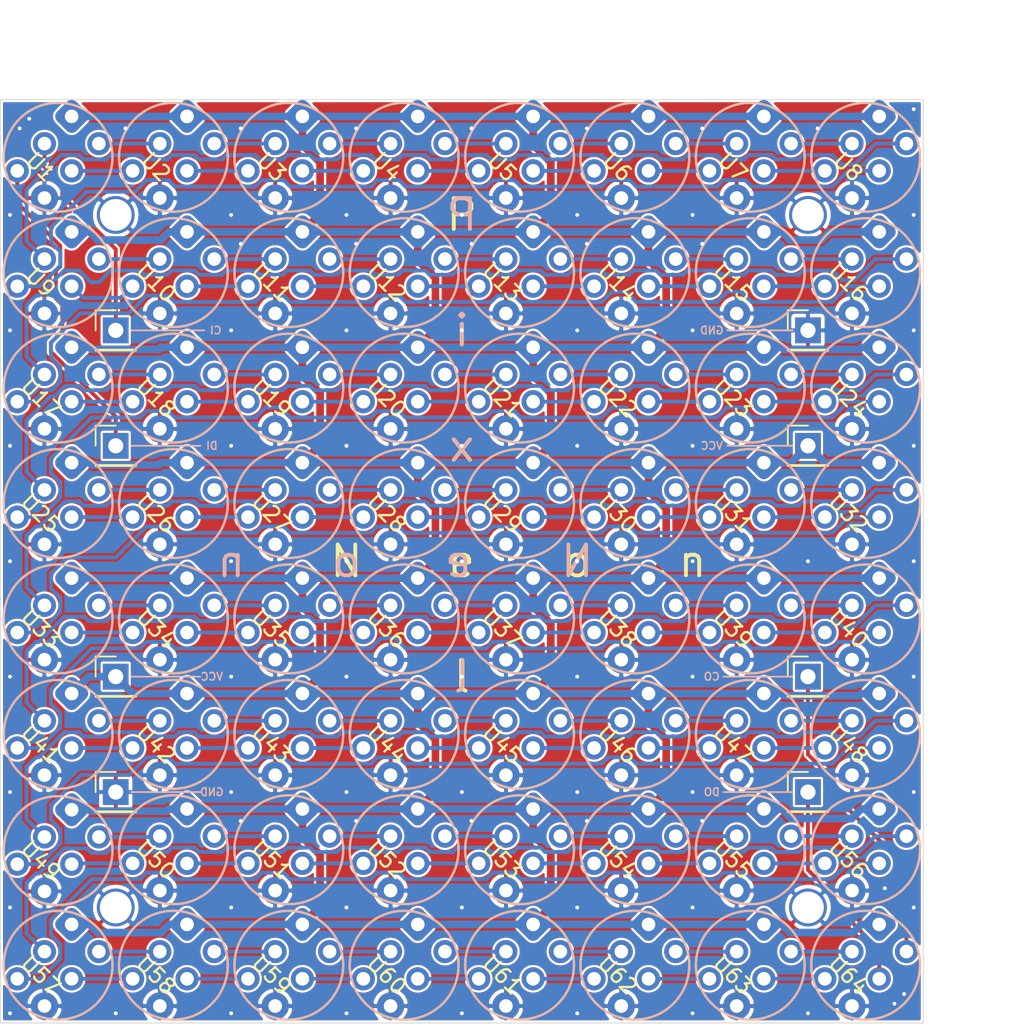
<source format=kicad_pcb>
(kicad_pcb (version 20171130) (host pcbnew "(5.1.4)-1")
  (layers (0 F.Cu signal) (31 B.Cu signal) (34 B.Paste user) (35 F.Paste user) (36 B.SilkS user) (37 F.SilkS user) (38 B.Mask user) (39 F.Mask user) (44 Edge.Cuts user))
  (net 0 "")
  (net 1 VDD)
  (net 2 Cin)
  (net 3 Din)
  (net 4 GND)
  (net 5 Cout)
  (net 6 Dout)
  (net 7 "Net-(U1-Pad6)")
  (net 8 "Net-(U1-Pad5)")
  (net 9 "Net-(U2-Pad6)")
  (net 10 "Net-(U2-Pad5)")
  (net 11 "Net-(U3-Pad6)")
  (net 12 "Net-(U3-Pad5)")
  (net 13 "Net-(U4-Pad6)")
  (net 14 "Net-(U4-Pad5)")
  (net 15 "Net-(U5-Pad6)")
  (net 16 "Net-(U5-Pad5)")
  (net 17 "Net-(U6-Pad6)")
  (net 18 "Net-(U6-Pad5)")
  (net 19 "Net-(U7-Pad6)")
  (net 20 "Net-(U7-Pad5)")
  (net 21 "Net-(U10-Pad2)")
  (net 22 "Net-(U10-Pad3)")
  (net 23 "Net-(U17-Pad5)")
  (net 24 "Net-(U17-Pad6)")
  (net 25 "Net-(U10-Pad6)")
  (net 26 "Net-(U10-Pad5)")
  (net 27 "Net-(U11-Pad6)")
  (net 28 "Net-(U11-Pad5)")
  (net 29 "Net-(U12-Pad6)")
  (net 30 "Net-(U12-Pad5)")
  (net 31 "Net-(U13-Pad6)")
  (net 32 "Net-(U13-Pad5)")
  (net 33 "Net-(U14-Pad6)")
  (net 34 "Net-(U14-Pad5)")
  (net 35 "Net-(U15-Pad6)")
  (net 36 "Net-(U15-Pad5)")
  (net 37 "Net-(U16-Pad6)")
  (net 38 "Net-(U16-Pad5)")
  (net 39 "Net-(U8-Pad6)")
  (net 40 "Net-(U8-Pad5)")
  (net 41 "Net-(U18-Pad6)")
  (net 42 "Net-(U18-Pad5)")
  (net 43 "Net-(U19-Pad6)")
  (net 44 "Net-(U19-Pad5)")
  (net 45 "Net-(U20-Pad6)")
  (net 46 "Net-(U20-Pad5)")
  (net 47 "Net-(U21-Pad6)")
  (net 48 "Net-(U21-Pad5)")
  (net 49 "Net-(U22-Pad6)")
  (net 50 "Net-(U22-Pad5)")
  (net 51 "Net-(U23-Pad6)")
  (net 52 "Net-(U23-Pad5)")
  (net 53 "Net-(U24-Pad6)")
  (net 54 "Net-(U24-Pad5)")
  (net 55 "Net-(U25-Pad6)")
  (net 56 "Net-(U25-Pad5)")
  (net 57 "Net-(U26-Pad6)")
  (net 58 "Net-(U26-Pad5)")
  (net 59 "Net-(U27-Pad6)")
  (net 60 "Net-(U27-Pad5)")
  (net 61 "Net-(U28-Pad6)")
  (net 62 "Net-(U28-Pad5)")
  (net 63 "Net-(U29-Pad6)")
  (net 64 "Net-(U29-Pad5)")
  (net 65 "Net-(U30-Pad6)")
  (net 66 "Net-(U30-Pad5)")
  (net 67 "Net-(U31-Pad6)")
  (net 68 "Net-(U31-Pad5)")
  (net 69 "Net-(U32-Pad6)")
  (net 70 "Net-(U32-Pad5)")
  (net 71 "Net-(U33-Pad6)")
  (net 72 "Net-(U33-Pad5)")
  (net 73 "Net-(U34-Pad6)")
  (net 74 "Net-(U34-Pad5)")
  (net 75 "Net-(U35-Pad6)")
  (net 76 "Net-(U35-Pad5)")
  (net 77 "Net-(U36-Pad6)")
  (net 78 "Net-(U36-Pad5)")
  (net 79 "Net-(U37-Pad6)")
  (net 80 "Net-(U37-Pad5)")
  (net 81 "Net-(U38-Pad6)")
  (net 82 "Net-(U38-Pad5)")
  (net 83 "Net-(U39-Pad6)")
  (net 84 "Net-(U39-Pad5)")
  (net 85 "Net-(U40-Pad6)")
  (net 86 "Net-(U40-Pad5)")
  (net 87 "Net-(U41-Pad6)")
  (net 88 "Net-(U41-Pad5)")
  (net 89 "Net-(U42-Pad6)")
  (net 90 "Net-(U42-Pad5)")
  (net 91 "Net-(U43-Pad6)")
  (net 92 "Net-(U43-Pad5)")
  (net 93 "Net-(U44-Pad6)")
  (net 94 "Net-(U44-Pad5)")
  (net 95 "Net-(U45-Pad6)")
  (net 96 "Net-(U45-Pad5)")
  (net 97 "Net-(U46-Pad6)")
  (net 98 "Net-(U46-Pad5)")
  (net 99 "Net-(U47-Pad6)")
  (net 100 "Net-(U47-Pad5)")
  (net 101 "Net-(U48-Pad6)")
  (net 102 "Net-(U48-Pad5)")
  (net 103 "Net-(U49-Pad6)")
  (net 104 "Net-(U49-Pad5)")
  (net 105 "Net-(U50-Pad6)")
  (net 106 "Net-(U50-Pad5)")
  (net 107 "Net-(U51-Pad6)")
  (net 108 "Net-(U51-Pad5)")
  (net 109 "Net-(U52-Pad6)")
  (net 110 "Net-(U52-Pad5)")
  (net 111 "Net-(U53-Pad6)")
  (net 112 "Net-(U53-Pad5)")
  (net 113 "Net-(U54-Pad6)")
  (net 114 "Net-(U54-Pad5)")
  (net 115 "Net-(U55-Pad6)")
  (net 116 "Net-(U55-Pad5)")
  (net 117 "Net-(U56-Pad6)")
  (net 118 "Net-(U56-Pad5)")
  (net 119 "Net-(U57-Pad6)")
  (net 120 "Net-(U57-Pad5)")
  (net 121 "Net-(U58-Pad6)")
  (net 122 "Net-(U58-Pad5)")
  (net 123 "Net-(U59-Pad6)")
  (net 124 "Net-(U59-Pad5)")
  (net 125 "Net-(U60-Pad6)")
  (net 126 "Net-(U60-Pad5)")
  (net 127 "Net-(U61-Pad6)")
  (net 128 "Net-(U61-Pad5)")
  (net 129 "Net-(U62-Pad6)")
  (net 130 "Net-(U62-Pad5)")
  (net 131 "Net-(U63-Pad6)")
  (net 132 "Net-(U63-Pad5)")
  (module neonpixelmatrix:mountingM2 (layer F.Cu) (at 156.21 67.31)
    (fp_text reference H6 hide)
    (fp_text value MountingHole_Pad hide)
    (pad 1 thru_hole circle (at 0 0) (size 2.5 2.5) (drill 2.1) (layers *.Cu *.Mask) (net 4 GND))
  )
  (module neonpixelmatrix:mountingM2 (layer F.Cu) (at 156.21 21.59)
    (fp_text reference H5 hide)
    (fp_text value MountingHole_Pad hide)
    (pad 1 thru_hole circle (at 0 0) (size 2.5 2.5) (drill 2.1) (layers *.Cu *.Mask) (net 4 GND))
  )
  (module neonpixelmatrix:mountingM2 (layer F.Cu) (at 110.49 67.31)
    (fp_text reference H4 hide)
    (fp_text value MountingHole_Pad hide)
    (pad 1 thru_hole circle (at 0 0) (size 2.5 2.5) (drill 2.1) (layers *.Cu *.Mask) (net 4 GND))
  )
  (module neonpixelmatrix:mountingM2 (layer F.Cu) (at 110.49 21.59)
    (fp_text reference H3 hide)
    (fp_text value MountingHole_Pad hide)
    (pad 1 thru_hole circle (at 0 0) (size 2.5 2.5) (drill 2.1) (layers *.Cu *.Mask) (net 4 GND))
  )
  (module Pin_Headers:Pin_Header_Straight_1x01_Pitch2.54mm (layer F.Cu) (at 110.49 52.07)
    (fp_text reference J1 hide)
    (fp_text value Conn_01x01_Female)
    (pad 1 thru_hole rect (at 0 0) (size 1.7 1.7) (drill 1) (layers *.Cu *.Mask) (net 1 VDD))
  )
  (module Pin_Headers:Pin_Header_Straight_1x01_Pitch2.54mm (layer F.Cu) (at 156.21 52.07)
    (fp_text reference J2 hide)
    (fp_text value Conn_01x01_Female)
    (pad 1 thru_hole rect (at 0 0) (size 1.7 1.7) (drill 1) (layers *.Cu *.Mask) (net 5 Cout))
  )
  (module Pin_Headers:Pin_Header_Straight_1x01_Pitch2.54mm (layer F.Cu) (at 156.21 59.69)
    (fp_text reference J3 hide)
    (fp_text value Conn_01x01_Female)
    (pad 1 thru_hole rect (at 0 0) (size 1.7 1.7) (drill 1) (layers *.Cu *.Mask) (net 6 Dout))
  )
  (module Pin_Headers:Pin_Header_Straight_1x01_Pitch2.54mm (layer F.Cu) (at 156.21 29.21)
    (fp_text reference J4 hide)
    (fp_text value Conn_01x01_Female)
    (pad 1 thru_hole rect (at 0 0) (size 1.7 1.7) (drill 1) (layers *.Cu *.Mask) (net 4 GND))
  )
  (module Pin_Headers:Pin_Header_Straight_1x01_Pitch2.54mm (layer F.Cu) (at 156.21 36.83)
    (fp_text reference J5 hide)
    (fp_text value Conn_01x01_Male)
    (pad 1 thru_hole rect (at 0 0) (size 1.7 1.7) (drill 1) (layers *.Cu *.Mask) (net 1 VDD))
  )
  (module Pin_Headers:Pin_Header_Straight_1x01_Pitch2.54mm (layer F.Cu) (at 110.49 29.21)
    (fp_text reference J6 hide)
    (fp_text value Conn_01x01_Male)
    (pad 1 thru_hole rect (at 0 0) (size 1.7 1.7) (drill 1) (layers *.Cu *.Mask) (net 2 Cin))
  )
  (module Pin_Headers:Pin_Header_Straight_1x01_Pitch2.54mm (layer F.Cu) (at 110.49 36.83)
    (fp_text reference J7 hide)
    (fp_text value Conn_01x01_Male)
    (pad 1 thru_hole rect (at 0 0) (size 1.7 1.7) (drill 1) (layers *.Cu *.Mask) (net 3 Din))
  )
  (module Pin_Headers:Pin_Header_Straight_1x01_Pitch2.54mm (layer F.Cu) (at 110.49 59.69)
    (fp_text reference J8 hide)
    (fp_text value Conn_01x01_Male)
    (pad 1 thru_hole rect (at 0 0) (size 1.7 1.7) (drill 1) (layers *.Cu *.Mask) (net 4 GND))
  )
  (module neonpixelmatrix:neonpixel (layer F.Cu) (at 160.02 71.12 315)
    (fp_text reference U64 (at -0.3556 1.27 135) (layer F.SilkS))
    (fp_text value neonpixel hide)
    (pad 6 thru_hole circle (at 1.27 -2.54 315) (size 1.524 1.524) (drill 0.9) (layers *.Cu *.Mask) (net 5 Cout))
    (pad 5 thru_hole circle (at 1.27 0 315) (size 1.524 1.524) (drill 0.9) (layers *.Cu *.Mask) (net 6 Dout))
    (pad 4 thru_hole circle (at 1.27 2.54 315) (size 1.8 1.8) (drill 0.9) (layers *.Cu *.Mask) (net 4 GND))
    (pad 3 thru_hole circle (at -1.27 2.54 315) (size 1.524 1.524) (drill 0.9) (layers *.Cu *.Mask) (net 132 "Net-(U63-Pad5)"))
    (pad 2 thru_hole circle (at -1.27 0 315) (size 1.524 1.524) (drill 0.9) (layers *.Cu *.Mask) (net 131 "Net-(U63-Pad6)"))
    (pad 1 thru_hole roundrect (at -1.27 -2.54 315) (size 1.8 1.8) (drill 0.9) (layers *.Cu *.Mask) (net 1 VDD))
  )
  (module neonpixelmatrix:neonpixel (layer F.Cu) (at 152.4 71.12 315)
    (fp_text reference U63 (at -0.3556 1.27 135) (layer F.SilkS))
    (fp_text value neonpixel hide)
    (pad 6 thru_hole circle (at 1.27 -2.54 315) (size 1.524 1.524) (drill 0.9) (layers *.Cu *.Mask) (net 131 "Net-(U63-Pad6)"))
    (pad 5 thru_hole circle (at 1.27 0 315) (size 1.524 1.524) (drill 0.9) (layers *.Cu *.Mask) (net 132 "Net-(U63-Pad5)"))
    (pad 4 thru_hole circle (at 1.27 2.54 315) (size 1.8 1.8) (drill 0.9) (layers *.Cu *.Mask) (net 4 GND))
    (pad 3 thru_hole circle (at -1.27 2.54 315) (size 1.524 1.524) (drill 0.9) (layers *.Cu *.Mask) (net 130 "Net-(U62-Pad5)"))
    (pad 2 thru_hole circle (at -1.27 0 315) (size 1.524 1.524) (drill 0.9) (layers *.Cu *.Mask) (net 129 "Net-(U62-Pad6)"))
    (pad 1 thru_hole roundrect (at -1.27 -2.54 315) (size 1.8 1.8) (drill 0.9) (layers *.Cu *.Mask) (net 1 VDD))
  )
  (module neonpixelmatrix:neonpixel (layer F.Cu) (at 144.78 71.12 315)
    (fp_text reference U62 (at -0.3556 1.27 135) (layer F.SilkS))
    (fp_text value neonpixel hide)
    (pad 6 thru_hole circle (at 1.27 -2.54 315) (size 1.524 1.524) (drill 0.9) (layers *.Cu *.Mask) (net 129 "Net-(U62-Pad6)"))
    (pad 5 thru_hole circle (at 1.27 0 315) (size 1.524 1.524) (drill 0.9) (layers *.Cu *.Mask) (net 130 "Net-(U62-Pad5)"))
    (pad 4 thru_hole circle (at 1.27 2.54 315) (size 1.8 1.8) (drill 0.9) (layers *.Cu *.Mask) (net 4 GND))
    (pad 3 thru_hole circle (at -1.27 2.54 315) (size 1.524 1.524) (drill 0.9) (layers *.Cu *.Mask) (net 128 "Net-(U61-Pad5)"))
    (pad 2 thru_hole circle (at -1.27 0 315) (size 1.524 1.524) (drill 0.9) (layers *.Cu *.Mask) (net 127 "Net-(U61-Pad6)"))
    (pad 1 thru_hole roundrect (at -1.27 -2.54 315) (size 1.8 1.8) (drill 0.9) (layers *.Cu *.Mask) (net 1 VDD))
  )
  (module neonpixelmatrix:neonpixel (layer F.Cu) (at 137.16 71.12 315)
    (fp_text reference U61 (at -0.3556 1.27 135) (layer F.SilkS))
    (fp_text value neonpixel hide)
    (pad 6 thru_hole circle (at 1.27 -2.54 315) (size 1.524 1.524) (drill 0.9) (layers *.Cu *.Mask) (net 127 "Net-(U61-Pad6)"))
    (pad 5 thru_hole circle (at 1.27 0 315) (size 1.524 1.524) (drill 0.9) (layers *.Cu *.Mask) (net 128 "Net-(U61-Pad5)"))
    (pad 4 thru_hole circle (at 1.27 2.54 315) (size 1.8 1.8) (drill 0.9) (layers *.Cu *.Mask) (net 4 GND))
    (pad 3 thru_hole circle (at -1.27 2.54 315) (size 1.524 1.524) (drill 0.9) (layers *.Cu *.Mask) (net 126 "Net-(U60-Pad5)"))
    (pad 2 thru_hole circle (at -1.27 0 315) (size 1.524 1.524) (drill 0.9) (layers *.Cu *.Mask) (net 125 "Net-(U60-Pad6)"))
    (pad 1 thru_hole roundrect (at -1.27 -2.54 315) (size 1.8 1.8) (drill 0.9) (layers *.Cu *.Mask) (net 1 VDD))
  )
  (module neonpixelmatrix:neonpixel (layer F.Cu) (at 129.54 71.12 315)
    (fp_text reference U60 (at -0.3556 1.27 135) (layer F.SilkS))
    (fp_text value neonpixel hide)
    (pad 6 thru_hole circle (at 1.27 -2.54 315) (size 1.524 1.524) (drill 0.9) (layers *.Cu *.Mask) (net 125 "Net-(U60-Pad6)"))
    (pad 5 thru_hole circle (at 1.27 0 315) (size 1.524 1.524) (drill 0.9) (layers *.Cu *.Mask) (net 126 "Net-(U60-Pad5)"))
    (pad 4 thru_hole circle (at 1.27 2.54 315) (size 1.8 1.8) (drill 0.9) (layers *.Cu *.Mask) (net 4 GND))
    (pad 3 thru_hole circle (at -1.27 2.54 315) (size 1.524 1.524) (drill 0.9) (layers *.Cu *.Mask) (net 124 "Net-(U59-Pad5)"))
    (pad 2 thru_hole circle (at -1.27 0 315) (size 1.524 1.524) (drill 0.9) (layers *.Cu *.Mask) (net 123 "Net-(U59-Pad6)"))
    (pad 1 thru_hole roundrect (at -1.27 -2.54 315) (size 1.8 1.8) (drill 0.9) (layers *.Cu *.Mask) (net 1 VDD))
  )
  (module neonpixelmatrix:neonpixel (layer F.Cu) (at 121.92 71.12 315)
    (fp_text reference U59 (at -0.3556 1.27 135) (layer F.SilkS))
    (fp_text value neonpixel hide)
    (pad 6 thru_hole circle (at 1.27 -2.54 315) (size 1.524 1.524) (drill 0.9) (layers *.Cu *.Mask) (net 123 "Net-(U59-Pad6)"))
    (pad 5 thru_hole circle (at 1.27 0 315) (size 1.524 1.524) (drill 0.9) (layers *.Cu *.Mask) (net 124 "Net-(U59-Pad5)"))
    (pad 4 thru_hole circle (at 1.27 2.54 315) (size 1.8 1.8) (drill 0.9) (layers *.Cu *.Mask) (net 4 GND))
    (pad 3 thru_hole circle (at -1.27 2.54 315) (size 1.524 1.524) (drill 0.9) (layers *.Cu *.Mask) (net 122 "Net-(U58-Pad5)"))
    (pad 2 thru_hole circle (at -1.27 0 315) (size 1.524 1.524) (drill 0.9) (layers *.Cu *.Mask) (net 121 "Net-(U58-Pad6)"))
    (pad 1 thru_hole roundrect (at -1.27 -2.54 315) (size 1.8 1.8) (drill 0.9) (layers *.Cu *.Mask) (net 1 VDD))
  )
  (module neonpixelmatrix:neonpixel (layer F.Cu) (at 114.3 71.12 315)
    (fp_text reference U58 (at -0.3556 1.27 135) (layer F.SilkS))
    (fp_text value neonpixel hide)
    (pad 6 thru_hole circle (at 1.27 -2.54 315) (size 1.524 1.524) (drill 0.9) (layers *.Cu *.Mask) (net 121 "Net-(U58-Pad6)"))
    (pad 5 thru_hole circle (at 1.27 0 315) (size 1.524 1.524) (drill 0.9) (layers *.Cu *.Mask) (net 122 "Net-(U58-Pad5)"))
    (pad 4 thru_hole circle (at 1.27 2.54 315) (size 1.8 1.8) (drill 0.9) (layers *.Cu *.Mask) (net 4 GND))
    (pad 3 thru_hole circle (at -1.27 2.54 315) (size 1.524 1.524) (drill 0.9) (layers *.Cu *.Mask) (net 120 "Net-(U57-Pad5)"))
    (pad 2 thru_hole circle (at -1.27 0 315) (size 1.524 1.524) (drill 0.9) (layers *.Cu *.Mask) (net 119 "Net-(U57-Pad6)"))
    (pad 1 thru_hole roundrect (at -1.27 -2.54 315) (size 1.8 1.8) (drill 0.9) (layers *.Cu *.Mask) (net 1 VDD))
  )
  (module neonpixelmatrix:neonpixel (layer F.Cu) (at 106.68 71.12 315)
    (fp_text reference U57 (at -0.3556 1.27 135) (layer F.SilkS))
    (fp_text value neonpixel hide)
    (pad 6 thru_hole circle (at 1.27 -2.54 315) (size 1.524 1.524) (drill 0.9) (layers *.Cu *.Mask) (net 119 "Net-(U57-Pad6)"))
    (pad 5 thru_hole circle (at 1.27 0 315) (size 1.524 1.524) (drill 0.9) (layers *.Cu *.Mask) (net 120 "Net-(U57-Pad5)"))
    (pad 4 thru_hole circle (at 1.27 2.54 315) (size 1.8 1.8) (drill 0.9) (layers *.Cu *.Mask) (net 4 GND))
    (pad 3 thru_hole circle (at -1.27 2.54 315) (size 1.524 1.524) (drill 0.9) (layers *.Cu *.Mask) (net 118 "Net-(U56-Pad5)"))
    (pad 2 thru_hole circle (at -1.27 0 315) (size 1.524 1.524) (drill 0.9) (layers *.Cu *.Mask) (net 117 "Net-(U56-Pad6)"))
    (pad 1 thru_hole roundrect (at -1.27 -2.54 315) (size 1.8 1.8) (drill 0.9) (layers *.Cu *.Mask) (net 1 VDD))
  )
  (module neonpixelmatrix:neonpixel (layer F.Cu) (at 160.02 63.5 315)
    (fp_text reference U56 (at -0.3556 1.27 135) (layer F.SilkS))
    (fp_text value neonpixel hide)
    (pad 6 thru_hole circle (at 1.27 -2.54 315) (size 1.524 1.524) (drill 0.9) (layers *.Cu *.Mask) (net 117 "Net-(U56-Pad6)"))
    (pad 5 thru_hole circle (at 1.27 0 315) (size 1.524 1.524) (drill 0.9) (layers *.Cu *.Mask) (net 118 "Net-(U56-Pad5)"))
    (pad 4 thru_hole circle (at 1.27 2.54 315) (size 1.8 1.8) (drill 0.9) (layers *.Cu *.Mask) (net 4 GND))
    (pad 3 thru_hole circle (at -1.27 2.54 315) (size 1.524 1.524) (drill 0.9) (layers *.Cu *.Mask) (net 116 "Net-(U55-Pad5)"))
    (pad 2 thru_hole circle (at -1.27 0 315) (size 1.524 1.524) (drill 0.9) (layers *.Cu *.Mask) (net 115 "Net-(U55-Pad6)"))
    (pad 1 thru_hole roundrect (at -1.27 -2.54 315) (size 1.8 1.8) (drill 0.9) (layers *.Cu *.Mask) (net 1 VDD))
  )
  (module neonpixelmatrix:neonpixel (layer F.Cu) (at 152.4 63.5 315)
    (fp_text reference U55 (at -0.3556 1.27 135) (layer F.SilkS))
    (fp_text value neonpixel hide)
    (pad 6 thru_hole circle (at 1.27 -2.54 315) (size 1.524 1.524) (drill 0.9) (layers *.Cu *.Mask) (net 115 "Net-(U55-Pad6)"))
    (pad 5 thru_hole circle (at 1.27 0 315) (size 1.524 1.524) (drill 0.9) (layers *.Cu *.Mask) (net 116 "Net-(U55-Pad5)"))
    (pad 4 thru_hole circle (at 1.27 2.54 315) (size 1.8 1.8) (drill 0.9) (layers *.Cu *.Mask) (net 4 GND))
    (pad 3 thru_hole circle (at -1.27 2.54 315) (size 1.524 1.524) (drill 0.9) (layers *.Cu *.Mask) (net 114 "Net-(U54-Pad5)"))
    (pad 2 thru_hole circle (at -1.27 0 315) (size 1.524 1.524) (drill 0.9) (layers *.Cu *.Mask) (net 113 "Net-(U54-Pad6)"))
    (pad 1 thru_hole roundrect (at -1.27 -2.54 315) (size 1.8 1.8) (drill 0.9) (layers *.Cu *.Mask) (net 1 VDD))
  )
  (module neonpixelmatrix:neonpixel (layer F.Cu) (at 144.78 63.5 315)
    (fp_text reference U54 (at -0.3556 1.27 135) (layer F.SilkS))
    (fp_text value neonpixel hide)
    (pad 6 thru_hole circle (at 1.27 -2.54 315) (size 1.524 1.524) (drill 0.9) (layers *.Cu *.Mask) (net 113 "Net-(U54-Pad6)"))
    (pad 5 thru_hole circle (at 1.27 0 315) (size 1.524 1.524) (drill 0.9) (layers *.Cu *.Mask) (net 114 "Net-(U54-Pad5)"))
    (pad 4 thru_hole circle (at 1.27 2.54 315) (size 1.8 1.8) (drill 0.9) (layers *.Cu *.Mask) (net 4 GND))
    (pad 3 thru_hole circle (at -1.27 2.54 315) (size 1.524 1.524) (drill 0.9) (layers *.Cu *.Mask) (net 112 "Net-(U53-Pad5)"))
    (pad 2 thru_hole circle (at -1.27 0 315) (size 1.524 1.524) (drill 0.9) (layers *.Cu *.Mask) (net 111 "Net-(U53-Pad6)"))
    (pad 1 thru_hole roundrect (at -1.27 -2.54 315) (size 1.8 1.8) (drill 0.9) (layers *.Cu *.Mask) (net 1 VDD))
  )
  (module neonpixelmatrix:neonpixel (layer F.Cu) (at 137.16 63.5 315)
    (fp_text reference U53 (at -0.3556 1.27 135) (layer F.SilkS))
    (fp_text value neonpixel hide)
    (pad 6 thru_hole circle (at 1.27 -2.54 315) (size 1.524 1.524) (drill 0.9) (layers *.Cu *.Mask) (net 111 "Net-(U53-Pad6)"))
    (pad 5 thru_hole circle (at 1.27 0 315) (size 1.524 1.524) (drill 0.9) (layers *.Cu *.Mask) (net 112 "Net-(U53-Pad5)"))
    (pad 4 thru_hole circle (at 1.27 2.54 315) (size 1.8 1.8) (drill 0.9) (layers *.Cu *.Mask) (net 4 GND))
    (pad 3 thru_hole circle (at -1.27 2.54 315) (size 1.524 1.524) (drill 0.9) (layers *.Cu *.Mask) (net 110 "Net-(U52-Pad5)"))
    (pad 2 thru_hole circle (at -1.27 0 315) (size 1.524 1.524) (drill 0.9) (layers *.Cu *.Mask) (net 109 "Net-(U52-Pad6)"))
    (pad 1 thru_hole roundrect (at -1.27 -2.54 315) (size 1.8 1.8) (drill 0.9) (layers *.Cu *.Mask) (net 1 VDD))
  )
  (module neonpixelmatrix:neonpixel (layer F.Cu) (at 129.54 63.5 315)
    (fp_text reference U52 (at -0.3556 1.27 135) (layer F.SilkS))
    (fp_text value neonpixel hide)
    (pad 6 thru_hole circle (at 1.27 -2.54 315) (size 1.524 1.524) (drill 0.9) (layers *.Cu *.Mask) (net 109 "Net-(U52-Pad6)"))
    (pad 5 thru_hole circle (at 1.27 0 315) (size 1.524 1.524) (drill 0.9) (layers *.Cu *.Mask) (net 110 "Net-(U52-Pad5)"))
    (pad 4 thru_hole circle (at 1.27 2.54 315) (size 1.8 1.8) (drill 0.9) (layers *.Cu *.Mask) (net 4 GND))
    (pad 3 thru_hole circle (at -1.27 2.54 315) (size 1.524 1.524) (drill 0.9) (layers *.Cu *.Mask) (net 108 "Net-(U51-Pad5)"))
    (pad 2 thru_hole circle (at -1.27 0 315) (size 1.524 1.524) (drill 0.9) (layers *.Cu *.Mask) (net 107 "Net-(U51-Pad6)"))
    (pad 1 thru_hole roundrect (at -1.27 -2.54 315) (size 1.8 1.8) (drill 0.9) (layers *.Cu *.Mask) (net 1 VDD))
  )
  (module neonpixelmatrix:neonpixel (layer F.Cu) (at 121.92 63.5 315)
    (fp_text reference U51 (at -0.3556 1.27 135) (layer F.SilkS))
    (fp_text value neonpixel hide)
    (pad 6 thru_hole circle (at 1.27 -2.54 315) (size 1.524 1.524) (drill 0.9) (layers *.Cu *.Mask) (net 107 "Net-(U51-Pad6)"))
    (pad 5 thru_hole circle (at 1.27 0 315) (size 1.524 1.524) (drill 0.9) (layers *.Cu *.Mask) (net 108 "Net-(U51-Pad5)"))
    (pad 4 thru_hole circle (at 1.27 2.54 315) (size 1.8 1.8) (drill 0.9) (layers *.Cu *.Mask) (net 4 GND))
    (pad 3 thru_hole circle (at -1.27 2.54 315) (size 1.524 1.524) (drill 0.9) (layers *.Cu *.Mask) (net 106 "Net-(U50-Pad5)"))
    (pad 2 thru_hole circle (at -1.27 0 315) (size 1.524 1.524) (drill 0.9) (layers *.Cu *.Mask) (net 105 "Net-(U50-Pad6)"))
    (pad 1 thru_hole roundrect (at -1.27 -2.54 315) (size 1.8 1.8) (drill 0.9) (layers *.Cu *.Mask) (net 1 VDD))
  )
  (module neonpixelmatrix:neonpixel (layer F.Cu) (at 114.3 63.5 315)
    (fp_text reference U50 (at -0.3556 1.27 135) (layer F.SilkS))
    (fp_text value neonpixel hide)
    (pad 6 thru_hole circle (at 1.27 -2.54 315) (size 1.524 1.524) (drill 0.9) (layers *.Cu *.Mask) (net 105 "Net-(U50-Pad6)"))
    (pad 5 thru_hole circle (at 1.27 0 315) (size 1.524 1.524) (drill 0.9) (layers *.Cu *.Mask) (net 106 "Net-(U50-Pad5)"))
    (pad 4 thru_hole circle (at 1.27 2.54 315) (size 1.8 1.8) (drill 0.9) (layers *.Cu *.Mask) (net 4 GND))
    (pad 3 thru_hole circle (at -1.27 2.54 315) (size 1.524 1.524) (drill 0.9) (layers *.Cu *.Mask) (net 104 "Net-(U49-Pad5)"))
    (pad 2 thru_hole circle (at -1.27 0 315) (size 1.524 1.524) (drill 0.9) (layers *.Cu *.Mask) (net 103 "Net-(U49-Pad6)"))
    (pad 1 thru_hole roundrect (at -1.27 -2.54 315) (size 1.8 1.8) (drill 0.9) (layers *.Cu *.Mask) (net 1 VDD))
  )
  (module neonpixelmatrix:neonpixel (layer F.Cu) (at 106.68 63.552102 315)
    (fp_text reference U49 (at -0.3556 1.27 135) (layer F.SilkS))
    (fp_text value neonpixel hide)
    (pad 6 thru_hole circle (at 1.27 -2.54 315) (size 1.524 1.524) (drill 0.9) (layers *.Cu *.Mask) (net 103 "Net-(U49-Pad6)"))
    (pad 5 thru_hole circle (at 1.27 0 315) (size 1.524 1.524) (drill 0.9) (layers *.Cu *.Mask) (net 104 "Net-(U49-Pad5)"))
    (pad 4 thru_hole circle (at 1.27 2.54 315) (size 1.8 1.8) (drill 0.9) (layers *.Cu *.Mask) (net 4 GND))
    (pad 3 thru_hole circle (at -1.27 2.54 315) (size 1.524 1.524) (drill 0.9) (layers *.Cu *.Mask) (net 102 "Net-(U48-Pad5)"))
    (pad 2 thru_hole circle (at -1.27 0 315) (size 1.524 1.524) (drill 0.9) (layers *.Cu *.Mask) (net 101 "Net-(U48-Pad6)"))
    (pad 1 thru_hole roundrect (at -1.27 -2.54 315) (size 1.8 1.8) (drill 0.9) (layers *.Cu *.Mask) (net 1 VDD))
  )
  (module neonpixelmatrix:neonpixel (layer F.Cu) (at 160.02 55.88 315)
    (fp_text reference U48 (at -0.3556 1.27 135) (layer F.SilkS))
    (fp_text value neonpixel hide)
    (pad 6 thru_hole circle (at 1.27 -2.54 315) (size 1.524 1.524) (drill 0.9) (layers *.Cu *.Mask) (net 101 "Net-(U48-Pad6)"))
    (pad 5 thru_hole circle (at 1.27 0 315) (size 1.524 1.524) (drill 0.9) (layers *.Cu *.Mask) (net 102 "Net-(U48-Pad5)"))
    (pad 4 thru_hole circle (at 1.27 2.54 315) (size 1.8 1.8) (drill 0.9) (layers *.Cu *.Mask) (net 4 GND))
    (pad 3 thru_hole circle (at -1.27 2.54 315) (size 1.524 1.524) (drill 0.9) (layers *.Cu *.Mask) (net 100 "Net-(U47-Pad5)"))
    (pad 2 thru_hole circle (at -1.27 0 315) (size 1.524 1.524) (drill 0.9) (layers *.Cu *.Mask) (net 99 "Net-(U47-Pad6)"))
    (pad 1 thru_hole roundrect (at -1.27 -2.54 315) (size 1.8 1.8) (drill 0.9) (layers *.Cu *.Mask) (net 1 VDD))
  )
  (module neonpixelmatrix:neonpixel (layer F.Cu) (at 152.4 55.88 315)
    (fp_text reference U47 (at -0.3556 1.27 135) (layer F.SilkS))
    (fp_text value neonpixel hide)
    (pad 6 thru_hole circle (at 1.27 -2.54 315) (size 1.524 1.524) (drill 0.9) (layers *.Cu *.Mask) (net 99 "Net-(U47-Pad6)"))
    (pad 5 thru_hole circle (at 1.27 0 315) (size 1.524 1.524) (drill 0.9) (layers *.Cu *.Mask) (net 100 "Net-(U47-Pad5)"))
    (pad 4 thru_hole circle (at 1.27 2.54 315) (size 1.8 1.8) (drill 0.9) (layers *.Cu *.Mask) (net 4 GND))
    (pad 3 thru_hole circle (at -1.27 2.54 315) (size 1.524 1.524) (drill 0.9) (layers *.Cu *.Mask) (net 98 "Net-(U46-Pad5)"))
    (pad 2 thru_hole circle (at -1.27 0 315) (size 1.524 1.524) (drill 0.9) (layers *.Cu *.Mask) (net 97 "Net-(U46-Pad6)"))
    (pad 1 thru_hole roundrect (at -1.27 -2.54 315) (size 1.8 1.8) (drill 0.9) (layers *.Cu *.Mask) (net 1 VDD))
  )
  (module neonpixelmatrix:neonpixel (layer F.Cu) (at 144.78 55.88 315)
    (fp_text reference U46 (at -0.3556 1.27 135) (layer F.SilkS))
    (fp_text value neonpixel hide)
    (pad 6 thru_hole circle (at 1.27 -2.54 315) (size 1.524 1.524) (drill 0.9) (layers *.Cu *.Mask) (net 97 "Net-(U46-Pad6)"))
    (pad 5 thru_hole circle (at 1.27 0 315) (size 1.524 1.524) (drill 0.9) (layers *.Cu *.Mask) (net 98 "Net-(U46-Pad5)"))
    (pad 4 thru_hole circle (at 1.27 2.54 315) (size 1.8 1.8) (drill 0.9) (layers *.Cu *.Mask) (net 4 GND))
    (pad 3 thru_hole circle (at -1.27 2.54 315) (size 1.524 1.524) (drill 0.9) (layers *.Cu *.Mask) (net 96 "Net-(U45-Pad5)"))
    (pad 2 thru_hole circle (at -1.27 0 315) (size 1.524 1.524) (drill 0.9) (layers *.Cu *.Mask) (net 95 "Net-(U45-Pad6)"))
    (pad 1 thru_hole roundrect (at -1.27 -2.54 315) (size 1.8 1.8) (drill 0.9) (layers *.Cu *.Mask) (net 1 VDD))
  )
  (module neonpixelmatrix:neonpixel (layer F.Cu) (at 137.16 55.88 315)
    (fp_text reference U45 (at -0.3556 1.27 135) (layer F.SilkS))
    (fp_text value neonpixel hide)
    (pad 6 thru_hole circle (at 1.27 -2.54 315) (size 1.524 1.524) (drill 0.9) (layers *.Cu *.Mask) (net 95 "Net-(U45-Pad6)"))
    (pad 5 thru_hole circle (at 1.27 0 315) (size 1.524 1.524) (drill 0.9) (layers *.Cu *.Mask) (net 96 "Net-(U45-Pad5)"))
    (pad 4 thru_hole circle (at 1.27 2.54 315) (size 1.8 1.8) (drill 0.9) (layers *.Cu *.Mask) (net 4 GND))
    (pad 3 thru_hole circle (at -1.27 2.54 315) (size 1.524 1.524) (drill 0.9) (layers *.Cu *.Mask) (net 94 "Net-(U44-Pad5)"))
    (pad 2 thru_hole circle (at -1.27 0 315) (size 1.524 1.524) (drill 0.9) (layers *.Cu *.Mask) (net 93 "Net-(U44-Pad6)"))
    (pad 1 thru_hole roundrect (at -1.27 -2.54 315) (size 1.8 1.8) (drill 0.9) (layers *.Cu *.Mask) (net 1 VDD))
  )
  (module neonpixelmatrix:neonpixel (layer F.Cu) (at 129.54 55.88 315)
    (fp_text reference U44 (at -0.3556 1.27 135) (layer F.SilkS))
    (fp_text value neonpixel hide)
    (pad 6 thru_hole circle (at 1.27 -2.54 315) (size 1.524 1.524) (drill 0.9) (layers *.Cu *.Mask) (net 93 "Net-(U44-Pad6)"))
    (pad 5 thru_hole circle (at 1.27 0 315) (size 1.524 1.524) (drill 0.9) (layers *.Cu *.Mask) (net 94 "Net-(U44-Pad5)"))
    (pad 4 thru_hole circle (at 1.27 2.54 315) (size 1.8 1.8) (drill 0.9) (layers *.Cu *.Mask) (net 4 GND))
    (pad 3 thru_hole circle (at -1.27 2.54 315) (size 1.524 1.524) (drill 0.9) (layers *.Cu *.Mask) (net 92 "Net-(U43-Pad5)"))
    (pad 2 thru_hole circle (at -1.27 0 315) (size 1.524 1.524) (drill 0.9) (layers *.Cu *.Mask) (net 91 "Net-(U43-Pad6)"))
    (pad 1 thru_hole roundrect (at -1.27 -2.54 315) (size 1.8 1.8) (drill 0.9) (layers *.Cu *.Mask) (net 1 VDD))
  )
  (module neonpixelmatrix:neonpixel (layer F.Cu) (at 121.92 55.88 315)
    (fp_text reference U43 (at -0.3556 1.27 135) (layer F.SilkS))
    (fp_text value neonpixel hide)
    (pad 6 thru_hole circle (at 1.27 -2.54 315) (size 1.524 1.524) (drill 0.9) (layers *.Cu *.Mask) (net 91 "Net-(U43-Pad6)"))
    (pad 5 thru_hole circle (at 1.27 0 315) (size 1.524 1.524) (drill 0.9) (layers *.Cu *.Mask) (net 92 "Net-(U43-Pad5)"))
    (pad 4 thru_hole circle (at 1.27 2.54 315) (size 1.8 1.8) (drill 0.9) (layers *.Cu *.Mask) (net 4 GND))
    (pad 3 thru_hole circle (at -1.27 2.54 315) (size 1.524 1.524) (drill 0.9) (layers *.Cu *.Mask) (net 90 "Net-(U42-Pad5)"))
    (pad 2 thru_hole circle (at -1.27 0 315) (size 1.524 1.524) (drill 0.9) (layers *.Cu *.Mask) (net 89 "Net-(U42-Pad6)"))
    (pad 1 thru_hole roundrect (at -1.27 -2.54 315) (size 1.8 1.8) (drill 0.9) (layers *.Cu *.Mask) (net 1 VDD))
  )
  (module neonpixelmatrix:neonpixel (layer F.Cu) (at 114.3 55.88 315)
    (fp_text reference U42 (at -0.3556 1.27 135) (layer F.SilkS))
    (fp_text value neonpixel hide)
    (pad 6 thru_hole circle (at 1.27 -2.54 315) (size 1.524 1.524) (drill 0.9) (layers *.Cu *.Mask) (net 89 "Net-(U42-Pad6)"))
    (pad 5 thru_hole circle (at 1.27 0 315) (size 1.524 1.524) (drill 0.9) (layers *.Cu *.Mask) (net 90 "Net-(U42-Pad5)"))
    (pad 4 thru_hole circle (at 1.27 2.54 315) (size 1.8 1.8) (drill 0.9) (layers *.Cu *.Mask) (net 4 GND))
    (pad 3 thru_hole circle (at -1.27 2.54 315) (size 1.524 1.524) (drill 0.9) (layers *.Cu *.Mask) (net 88 "Net-(U41-Pad5)"))
    (pad 2 thru_hole circle (at -1.27 0 315) (size 1.524 1.524) (drill 0.9) (layers *.Cu *.Mask) (net 87 "Net-(U41-Pad6)"))
    (pad 1 thru_hole roundrect (at -1.27 -2.54 315) (size 1.8 1.8) (drill 0.9) (layers *.Cu *.Mask) (net 1 VDD))
  )
  (module neonpixelmatrix:neonpixel (layer F.Cu) (at 106.68 55.88 315)
    (fp_text reference U41 (at -0.3556 1.27 135) (layer F.SilkS))
    (fp_text value neonpixel hide)
    (pad 6 thru_hole circle (at 1.27 -2.54 315) (size 1.524 1.524) (drill 0.9) (layers *.Cu *.Mask) (net 87 "Net-(U41-Pad6)"))
    (pad 5 thru_hole circle (at 1.27 0 315) (size 1.524 1.524) (drill 0.9) (layers *.Cu *.Mask) (net 88 "Net-(U41-Pad5)"))
    (pad 4 thru_hole circle (at 1.27 2.54 315) (size 1.8 1.8) (drill 0.9) (layers *.Cu *.Mask) (net 4 GND))
    (pad 3 thru_hole circle (at -1.27 2.54 315) (size 1.524 1.524) (drill 0.9) (layers *.Cu *.Mask) (net 86 "Net-(U40-Pad5)"))
    (pad 2 thru_hole circle (at -1.27 0 315) (size 1.524 1.524) (drill 0.9) (layers *.Cu *.Mask) (net 85 "Net-(U40-Pad6)"))
    (pad 1 thru_hole roundrect (at -1.27 -2.54 315) (size 1.8 1.8) (drill 0.9) (layers *.Cu *.Mask) (net 1 VDD))
  )
  (module neonpixelmatrix:neonpixel (layer F.Cu) (at 160.02 48.26 315)
    (fp_text reference U40 (at -0.3556 1.27 135) (layer F.SilkS))
    (fp_text value neonpixel hide)
    (pad 6 thru_hole circle (at 1.27 -2.54 315) (size 1.524 1.524) (drill 0.9) (layers *.Cu *.Mask) (net 85 "Net-(U40-Pad6)"))
    (pad 5 thru_hole circle (at 1.27 0 315) (size 1.524 1.524) (drill 0.9) (layers *.Cu *.Mask) (net 86 "Net-(U40-Pad5)"))
    (pad 4 thru_hole circle (at 1.27 2.54 315) (size 1.8 1.8) (drill 0.9) (layers *.Cu *.Mask) (net 4 GND))
    (pad 3 thru_hole circle (at -1.27 2.54 315) (size 1.524 1.524) (drill 0.9) (layers *.Cu *.Mask) (net 84 "Net-(U39-Pad5)"))
    (pad 2 thru_hole circle (at -1.27 0 315) (size 1.524 1.524) (drill 0.9) (layers *.Cu *.Mask) (net 83 "Net-(U39-Pad6)"))
    (pad 1 thru_hole roundrect (at -1.27 -2.54 315) (size 1.8 1.8) (drill 0.9) (layers *.Cu *.Mask) (net 1 VDD))
  )
  (module neonpixelmatrix:neonpixel (layer F.Cu) (at 152.4 48.26 315)
    (fp_text reference U39 (at -0.3556 1.27 135) (layer F.SilkS))
    (fp_text value neonpixel hide)
    (pad 6 thru_hole circle (at 1.27 -2.54 315) (size 1.524 1.524) (drill 0.9) (layers *.Cu *.Mask) (net 83 "Net-(U39-Pad6)"))
    (pad 5 thru_hole circle (at 1.27 0 315) (size 1.524 1.524) (drill 0.9) (layers *.Cu *.Mask) (net 84 "Net-(U39-Pad5)"))
    (pad 4 thru_hole circle (at 1.27 2.54 315) (size 1.8 1.8) (drill 0.9) (layers *.Cu *.Mask) (net 4 GND))
    (pad 3 thru_hole circle (at -1.27 2.54 315) (size 1.524 1.524) (drill 0.9) (layers *.Cu *.Mask) (net 82 "Net-(U38-Pad5)"))
    (pad 2 thru_hole circle (at -1.27 0 315) (size 1.524 1.524) (drill 0.9) (layers *.Cu *.Mask) (net 81 "Net-(U38-Pad6)"))
    (pad 1 thru_hole roundrect (at -1.27 -2.54 315) (size 1.8 1.8) (drill 0.9) (layers *.Cu *.Mask) (net 1 VDD))
  )
  (module neonpixelmatrix:neonpixel (layer F.Cu) (at 144.78 48.26 315)
    (fp_text reference U38 (at -0.3556 1.27 135) (layer F.SilkS))
    (fp_text value neonpixel hide)
    (pad 6 thru_hole circle (at 1.27 -2.54 315) (size 1.524 1.524) (drill 0.9) (layers *.Cu *.Mask) (net 81 "Net-(U38-Pad6)"))
    (pad 5 thru_hole circle (at 1.27 0 315) (size 1.524 1.524) (drill 0.9) (layers *.Cu *.Mask) (net 82 "Net-(U38-Pad5)"))
    (pad 4 thru_hole circle (at 1.27 2.54 315) (size 1.8 1.8) (drill 0.9) (layers *.Cu *.Mask) (net 4 GND))
    (pad 3 thru_hole circle (at -1.27 2.54 315) (size 1.524 1.524) (drill 0.9) (layers *.Cu *.Mask) (net 80 "Net-(U37-Pad5)"))
    (pad 2 thru_hole circle (at -1.27 0 315) (size 1.524 1.524) (drill 0.9) (layers *.Cu *.Mask) (net 79 "Net-(U37-Pad6)"))
    (pad 1 thru_hole roundrect (at -1.27 -2.54 315) (size 1.8 1.8) (drill 0.9) (layers *.Cu *.Mask) (net 1 VDD))
  )
  (module neonpixelmatrix:neonpixel (layer F.Cu) (at 137.16 48.26 315)
    (fp_text reference U37 (at -0.3556 1.27 135) (layer F.SilkS))
    (fp_text value neonpixel hide)
    (pad 6 thru_hole circle (at 1.27 -2.54 315) (size 1.524 1.524) (drill 0.9) (layers *.Cu *.Mask) (net 79 "Net-(U37-Pad6)"))
    (pad 5 thru_hole circle (at 1.27 0 315) (size 1.524 1.524) (drill 0.9) (layers *.Cu *.Mask) (net 80 "Net-(U37-Pad5)"))
    (pad 4 thru_hole circle (at 1.27 2.54 315) (size 1.8 1.8) (drill 0.9) (layers *.Cu *.Mask) (net 4 GND))
    (pad 3 thru_hole circle (at -1.27 2.54 315) (size 1.524 1.524) (drill 0.9) (layers *.Cu *.Mask) (net 78 "Net-(U36-Pad5)"))
    (pad 2 thru_hole circle (at -1.27 0 315) (size 1.524 1.524) (drill 0.9) (layers *.Cu *.Mask) (net 77 "Net-(U36-Pad6)"))
    (pad 1 thru_hole roundrect (at -1.27 -2.54 315) (size 1.8 1.8) (drill 0.9) (layers *.Cu *.Mask) (net 1 VDD))
  )
  (module neonpixelmatrix:neonpixel (layer F.Cu) (at 129.54 48.26 315)
    (fp_text reference U36 (at -0.3556 1.27 135) (layer F.SilkS))
    (fp_text value neonpixel hide)
    (pad 6 thru_hole circle (at 1.27 -2.54 315) (size 1.524 1.524) (drill 0.9) (layers *.Cu *.Mask) (net 77 "Net-(U36-Pad6)"))
    (pad 5 thru_hole circle (at 1.27 0 315) (size 1.524 1.524) (drill 0.9) (layers *.Cu *.Mask) (net 78 "Net-(U36-Pad5)"))
    (pad 4 thru_hole circle (at 1.27 2.54 315) (size 1.8 1.8) (drill 0.9) (layers *.Cu *.Mask) (net 4 GND))
    (pad 3 thru_hole circle (at -1.27 2.54 315) (size 1.524 1.524) (drill 0.9) (layers *.Cu *.Mask) (net 76 "Net-(U35-Pad5)"))
    (pad 2 thru_hole circle (at -1.27 0 315) (size 1.524 1.524) (drill 0.9) (layers *.Cu *.Mask) (net 75 "Net-(U35-Pad6)"))
    (pad 1 thru_hole roundrect (at -1.27 -2.54 315) (size 1.8 1.8) (drill 0.9) (layers *.Cu *.Mask) (net 1 VDD))
  )
  (module neonpixelmatrix:neonpixel (layer F.Cu) (at 121.92 48.26 315)
    (fp_text reference U35 (at -0.3556 1.27 135) (layer F.SilkS))
    (fp_text value neonpixel hide)
    (pad 6 thru_hole circle (at 1.27 -2.54 315) (size 1.524 1.524) (drill 0.9) (layers *.Cu *.Mask) (net 75 "Net-(U35-Pad6)"))
    (pad 5 thru_hole circle (at 1.27 0 315) (size 1.524 1.524) (drill 0.9) (layers *.Cu *.Mask) (net 76 "Net-(U35-Pad5)"))
    (pad 4 thru_hole circle (at 1.27 2.54 315) (size 1.8 1.8) (drill 0.9) (layers *.Cu *.Mask) (net 4 GND))
    (pad 3 thru_hole circle (at -1.27 2.54 315) (size 1.524 1.524) (drill 0.9) (layers *.Cu *.Mask) (net 74 "Net-(U34-Pad5)"))
    (pad 2 thru_hole circle (at -1.27 0 315) (size 1.524 1.524) (drill 0.9) (layers *.Cu *.Mask) (net 73 "Net-(U34-Pad6)"))
    (pad 1 thru_hole roundrect (at -1.27 -2.54 315) (size 1.8 1.8) (drill 0.9) (layers *.Cu *.Mask) (net 1 VDD))
  )
  (module neonpixelmatrix:neonpixel (layer F.Cu) (at 114.3 48.26 315)
    (fp_text reference U34 (at -0.3556 1.27 135) (layer F.SilkS))
    (fp_text value neonpixel hide)
    (pad 6 thru_hole circle (at 1.27 -2.54 315) (size 1.524 1.524) (drill 0.9) (layers *.Cu *.Mask) (net 73 "Net-(U34-Pad6)"))
    (pad 5 thru_hole circle (at 1.27 0 315) (size 1.524 1.524) (drill 0.9) (layers *.Cu *.Mask) (net 74 "Net-(U34-Pad5)"))
    (pad 4 thru_hole circle (at 1.27 2.54 315) (size 1.8 1.8) (drill 0.9) (layers *.Cu *.Mask) (net 4 GND))
    (pad 3 thru_hole circle (at -1.27 2.54 315) (size 1.524 1.524) (drill 0.9) (layers *.Cu *.Mask) (net 72 "Net-(U33-Pad5)"))
    (pad 2 thru_hole circle (at -1.27 0 315) (size 1.524 1.524) (drill 0.9) (layers *.Cu *.Mask) (net 71 "Net-(U33-Pad6)"))
    (pad 1 thru_hole roundrect (at -1.27 -2.54 315) (size 1.8 1.8) (drill 0.9) (layers *.Cu *.Mask) (net 1 VDD))
  )
  (module neonpixelmatrix:neonpixel (layer F.Cu) (at 106.68 48.26 315)
    (fp_text reference U33 (at -0.3556 1.27 135) (layer F.SilkS))
    (fp_text value neonpixel hide)
    (pad 6 thru_hole circle (at 1.27 -2.54 315) (size 1.524 1.524) (drill 0.9) (layers *.Cu *.Mask) (net 71 "Net-(U33-Pad6)"))
    (pad 5 thru_hole circle (at 1.27 0 315) (size 1.524 1.524) (drill 0.9) (layers *.Cu *.Mask) (net 72 "Net-(U33-Pad5)"))
    (pad 4 thru_hole circle (at 1.27 2.54 315) (size 1.8 1.8) (drill 0.9) (layers *.Cu *.Mask) (net 4 GND))
    (pad 3 thru_hole circle (at -1.27 2.54 315) (size 1.524 1.524) (drill 0.9) (layers *.Cu *.Mask) (net 70 "Net-(U32-Pad5)"))
    (pad 2 thru_hole circle (at -1.27 0 315) (size 1.524 1.524) (drill 0.9) (layers *.Cu *.Mask) (net 69 "Net-(U32-Pad6)"))
    (pad 1 thru_hole roundrect (at -1.27 -2.54 315) (size 1.8 1.8) (drill 0.9) (layers *.Cu *.Mask) (net 1 VDD))
  )
  (module neonpixelmatrix:neonpixel (layer F.Cu) (at 160.02 40.64 315)
    (fp_text reference U32 (at -0.3556 1.27 135) (layer F.SilkS))
    (fp_text value neonpixel hide)
    (pad 6 thru_hole circle (at 1.27 -2.54 315) (size 1.524 1.524) (drill 0.9) (layers *.Cu *.Mask) (net 69 "Net-(U32-Pad6)"))
    (pad 5 thru_hole circle (at 1.27 0 315) (size 1.524 1.524) (drill 0.9) (layers *.Cu *.Mask) (net 70 "Net-(U32-Pad5)"))
    (pad 4 thru_hole circle (at 1.27 2.54 315) (size 1.8 1.8) (drill 0.9) (layers *.Cu *.Mask) (net 4 GND))
    (pad 3 thru_hole circle (at -1.27 2.54 315) (size 1.524 1.524) (drill 0.9) (layers *.Cu *.Mask) (net 68 "Net-(U31-Pad5)"))
    (pad 2 thru_hole circle (at -1.27 0 315) (size 1.524 1.524) (drill 0.9) (layers *.Cu *.Mask) (net 67 "Net-(U31-Pad6)"))
    (pad 1 thru_hole roundrect (at -1.27 -2.54 315) (size 1.8 1.8) (drill 0.9) (layers *.Cu *.Mask) (net 1 VDD))
  )
  (module neonpixelmatrix:neonpixel (layer F.Cu) (at 152.4 40.64 315)
    (fp_text reference U31 (at -0.3556 1.27 135) (layer F.SilkS))
    (fp_text value neonpixel hide)
    (pad 6 thru_hole circle (at 1.27 -2.54 315) (size 1.524 1.524) (drill 0.9) (layers *.Cu *.Mask) (net 67 "Net-(U31-Pad6)"))
    (pad 5 thru_hole circle (at 1.27 0 315) (size 1.524 1.524) (drill 0.9) (layers *.Cu *.Mask) (net 68 "Net-(U31-Pad5)"))
    (pad 4 thru_hole circle (at 1.27 2.54 315) (size 1.8 1.8) (drill 0.9) (layers *.Cu *.Mask) (net 4 GND))
    (pad 3 thru_hole circle (at -1.27 2.54 315) (size 1.524 1.524) (drill 0.9) (layers *.Cu *.Mask) (net 66 "Net-(U30-Pad5)"))
    (pad 2 thru_hole circle (at -1.27 0 315) (size 1.524 1.524) (drill 0.9) (layers *.Cu *.Mask) (net 65 "Net-(U30-Pad6)"))
    (pad 1 thru_hole roundrect (at -1.27 -2.54 315) (size 1.8 1.8) (drill 0.9) (layers *.Cu *.Mask) (net 1 VDD))
  )
  (module neonpixelmatrix:neonpixel (layer F.Cu) (at 144.78 40.64 315)
    (fp_text reference U30 (at -0.3556 1.27 135) (layer F.SilkS))
    (fp_text value neonpixel hide)
    (pad 6 thru_hole circle (at 1.27 -2.54 315) (size 1.524 1.524) (drill 0.9) (layers *.Cu *.Mask) (net 65 "Net-(U30-Pad6)"))
    (pad 5 thru_hole circle (at 1.27 0 315) (size 1.524 1.524) (drill 0.9) (layers *.Cu *.Mask) (net 66 "Net-(U30-Pad5)"))
    (pad 4 thru_hole circle (at 1.27 2.54 315) (size 1.8 1.8) (drill 0.9) (layers *.Cu *.Mask) (net 4 GND))
    (pad 3 thru_hole circle (at -1.27 2.54 315) (size 1.524 1.524) (drill 0.9) (layers *.Cu *.Mask) (net 64 "Net-(U29-Pad5)"))
    (pad 2 thru_hole circle (at -1.27 0 315) (size 1.524 1.524) (drill 0.9) (layers *.Cu *.Mask) (net 63 "Net-(U29-Pad6)"))
    (pad 1 thru_hole roundrect (at -1.27 -2.54 315) (size 1.8 1.8) (drill 0.9) (layers *.Cu *.Mask) (net 1 VDD))
  )
  (module neonpixelmatrix:neonpixel (layer F.Cu) (at 137.16 40.64 315)
    (fp_text reference U29 (at -0.3556 1.27 135) (layer F.SilkS))
    (fp_text value neonpixel hide)
    (pad 6 thru_hole circle (at 1.27 -2.54 315) (size 1.524 1.524) (drill 0.9) (layers *.Cu *.Mask) (net 63 "Net-(U29-Pad6)"))
    (pad 5 thru_hole circle (at 1.27 0 315) (size 1.524 1.524) (drill 0.9) (layers *.Cu *.Mask) (net 64 "Net-(U29-Pad5)"))
    (pad 4 thru_hole circle (at 1.27 2.54 315) (size 1.8 1.8) (drill 0.9) (layers *.Cu *.Mask) (net 4 GND))
    (pad 3 thru_hole circle (at -1.27 2.54 315) (size 1.524 1.524) (drill 0.9) (layers *.Cu *.Mask) (net 62 "Net-(U28-Pad5)"))
    (pad 2 thru_hole circle (at -1.27 0 315) (size 1.524 1.524) (drill 0.9) (layers *.Cu *.Mask) (net 61 "Net-(U28-Pad6)"))
    (pad 1 thru_hole roundrect (at -1.27 -2.54 315) (size 1.8 1.8) (drill 0.9) (layers *.Cu *.Mask) (net 1 VDD))
  )
  (module neonpixelmatrix:neonpixel (layer F.Cu) (at 129.54 40.64 315)
    (fp_text reference U28 (at -0.3556 1.27 135) (layer F.SilkS))
    (fp_text value neonpixel hide)
    (pad 6 thru_hole circle (at 1.27 -2.54 315) (size 1.524 1.524) (drill 0.9) (layers *.Cu *.Mask) (net 61 "Net-(U28-Pad6)"))
    (pad 5 thru_hole circle (at 1.27 0 315) (size 1.524 1.524) (drill 0.9) (layers *.Cu *.Mask) (net 62 "Net-(U28-Pad5)"))
    (pad 4 thru_hole circle (at 1.27 2.54 315) (size 1.8 1.8) (drill 0.9) (layers *.Cu *.Mask) (net 4 GND))
    (pad 3 thru_hole circle (at -1.27 2.54 315) (size 1.524 1.524) (drill 0.9) (layers *.Cu *.Mask) (net 60 "Net-(U27-Pad5)"))
    (pad 2 thru_hole circle (at -1.27 0 315) (size 1.524 1.524) (drill 0.9) (layers *.Cu *.Mask) (net 59 "Net-(U27-Pad6)"))
    (pad 1 thru_hole roundrect (at -1.27 -2.54 315) (size 1.8 1.8) (drill 0.9) (layers *.Cu *.Mask) (net 1 VDD))
  )
  (module neonpixelmatrix:neonpixel (layer F.Cu) (at 121.92 40.64 315)
    (fp_text reference U27 (at -0.3556 1.27 135) (layer F.SilkS))
    (fp_text value neonpixel hide)
    (pad 6 thru_hole circle (at 1.27 -2.54 315) (size 1.524 1.524) (drill 0.9) (layers *.Cu *.Mask) (net 59 "Net-(U27-Pad6)"))
    (pad 5 thru_hole circle (at 1.27 0 315) (size 1.524 1.524) (drill 0.9) (layers *.Cu *.Mask) (net 60 "Net-(U27-Pad5)"))
    (pad 4 thru_hole circle (at 1.27 2.54 315) (size 1.8 1.8) (drill 0.9) (layers *.Cu *.Mask) (net 4 GND))
    (pad 3 thru_hole circle (at -1.27 2.54 315) (size 1.524 1.524) (drill 0.9) (layers *.Cu *.Mask) (net 58 "Net-(U26-Pad5)"))
    (pad 2 thru_hole circle (at -1.27 0 315) (size 1.524 1.524) (drill 0.9) (layers *.Cu *.Mask) (net 57 "Net-(U26-Pad6)"))
    (pad 1 thru_hole roundrect (at -1.27 -2.54 315) (size 1.8 1.8) (drill 0.9) (layers *.Cu *.Mask) (net 1 VDD))
  )
  (module neonpixelmatrix:neonpixel (layer F.Cu) (at 114.3 40.64 315)
    (fp_text reference U26 (at -0.3556 1.27 135) (layer F.SilkS))
    (fp_text value neonpixel hide)
    (pad 6 thru_hole circle (at 1.27 -2.54 315) (size 1.524 1.524) (drill 0.9) (layers *.Cu *.Mask) (net 57 "Net-(U26-Pad6)"))
    (pad 5 thru_hole circle (at 1.27 0 315) (size 1.524 1.524) (drill 0.9) (layers *.Cu *.Mask) (net 58 "Net-(U26-Pad5)"))
    (pad 4 thru_hole circle (at 1.27 2.54 315) (size 1.8 1.8) (drill 0.9) (layers *.Cu *.Mask) (net 4 GND))
    (pad 3 thru_hole circle (at -1.27 2.54 315) (size 1.524 1.524) (drill 0.9) (layers *.Cu *.Mask) (net 56 "Net-(U25-Pad5)"))
    (pad 2 thru_hole circle (at -1.27 0 315) (size 1.524 1.524) (drill 0.9) (layers *.Cu *.Mask) (net 55 "Net-(U25-Pad6)"))
    (pad 1 thru_hole roundrect (at -1.27 -2.54 315) (size 1.8 1.8) (drill 0.9) (layers *.Cu *.Mask) (net 1 VDD))
  )
  (module neonpixelmatrix:neonpixel (layer F.Cu) (at 106.68 40.64 315)
    (fp_text reference U25 (at -0.3556 1.27 135) (layer F.SilkS))
    (fp_text value neonpixel hide)
    (pad 6 thru_hole circle (at 1.27 -2.54 315) (size 1.524 1.524) (drill 0.9) (layers *.Cu *.Mask) (net 55 "Net-(U25-Pad6)"))
    (pad 5 thru_hole circle (at 1.27 0 315) (size 1.524 1.524) (drill 0.9) (layers *.Cu *.Mask) (net 56 "Net-(U25-Pad5)"))
    (pad 4 thru_hole circle (at 1.27 2.54 315) (size 1.8 1.8) (drill 0.9) (layers *.Cu *.Mask) (net 4 GND))
    (pad 3 thru_hole circle (at -1.27 2.54 315) (size 1.524 1.524) (drill 0.9) (layers *.Cu *.Mask) (net 54 "Net-(U24-Pad5)"))
    (pad 2 thru_hole circle (at -1.27 0 315) (size 1.524 1.524) (drill 0.9) (layers *.Cu *.Mask) (net 53 "Net-(U24-Pad6)"))
    (pad 1 thru_hole roundrect (at -1.27 -2.54 315) (size 1.8 1.8) (drill 0.9) (layers *.Cu *.Mask) (net 1 VDD))
  )
  (module neonpixelmatrix:neonpixel (layer F.Cu) (at 160.02 33.02 315)
    (fp_text reference U24 (at -0.3556 1.27 135) (layer F.SilkS))
    (fp_text value neonpixel hide)
    (pad 6 thru_hole circle (at 1.27 -2.54 315) (size 1.524 1.524) (drill 0.9) (layers *.Cu *.Mask) (net 53 "Net-(U24-Pad6)"))
    (pad 5 thru_hole circle (at 1.27 0 315) (size 1.524 1.524) (drill 0.9) (layers *.Cu *.Mask) (net 54 "Net-(U24-Pad5)"))
    (pad 4 thru_hole circle (at 1.27 2.54 315) (size 1.8 1.8) (drill 0.9) (layers *.Cu *.Mask) (net 4 GND))
    (pad 3 thru_hole circle (at -1.27 2.54 315) (size 1.524 1.524) (drill 0.9) (layers *.Cu *.Mask) (net 52 "Net-(U23-Pad5)"))
    (pad 2 thru_hole circle (at -1.27 0 315) (size 1.524 1.524) (drill 0.9) (layers *.Cu *.Mask) (net 51 "Net-(U23-Pad6)"))
    (pad 1 thru_hole roundrect (at -1.27 -2.54 315) (size 1.8 1.8) (drill 0.9) (layers *.Cu *.Mask) (net 1 VDD))
  )
  (module neonpixelmatrix:neonpixel (layer F.Cu) (at 152.4 33.02 315)
    (fp_text reference U23 (at -0.3556 1.27 135) (layer F.SilkS))
    (fp_text value neonpixel hide)
    (pad 6 thru_hole circle (at 1.27 -2.54 315) (size 1.524 1.524) (drill 0.9) (layers *.Cu *.Mask) (net 51 "Net-(U23-Pad6)"))
    (pad 5 thru_hole circle (at 1.27 0 315) (size 1.524 1.524) (drill 0.9) (layers *.Cu *.Mask) (net 52 "Net-(U23-Pad5)"))
    (pad 4 thru_hole circle (at 1.27 2.54 315) (size 1.8 1.8) (drill 0.9) (layers *.Cu *.Mask) (net 4 GND))
    (pad 3 thru_hole circle (at -1.27 2.54 315) (size 1.524 1.524) (drill 0.9) (layers *.Cu *.Mask) (net 50 "Net-(U22-Pad5)"))
    (pad 2 thru_hole circle (at -1.27 0 315) (size 1.524 1.524) (drill 0.9) (layers *.Cu *.Mask) (net 49 "Net-(U22-Pad6)"))
    (pad 1 thru_hole roundrect (at -1.27 -2.54 315) (size 1.8 1.8) (drill 0.9) (layers *.Cu *.Mask) (net 1 VDD))
  )
  (module neonpixelmatrix:neonpixel (layer F.Cu) (at 144.78 33.02 315)
    (fp_text reference U22 (at -0.3556 1.27 135) (layer F.SilkS))
    (fp_text value neonpixel hide)
    (pad 6 thru_hole circle (at 1.27 -2.54 315) (size 1.524 1.524) (drill 0.9) (layers *.Cu *.Mask) (net 49 "Net-(U22-Pad6)"))
    (pad 5 thru_hole circle (at 1.27 0 315) (size 1.524 1.524) (drill 0.9) (layers *.Cu *.Mask) (net 50 "Net-(U22-Pad5)"))
    (pad 4 thru_hole circle (at 1.27 2.54 315) (size 1.8 1.8) (drill 0.9) (layers *.Cu *.Mask) (net 4 GND))
    (pad 3 thru_hole circle (at -1.27 2.54 315) (size 1.524 1.524) (drill 0.9) (layers *.Cu *.Mask) (net 48 "Net-(U21-Pad5)"))
    (pad 2 thru_hole circle (at -1.27 0 315) (size 1.524 1.524) (drill 0.9) (layers *.Cu *.Mask) (net 47 "Net-(U21-Pad6)"))
    (pad 1 thru_hole roundrect (at -1.27 -2.54 315) (size 1.8 1.8) (drill 0.9) (layers *.Cu *.Mask) (net 1 VDD))
  )
  (module neonpixelmatrix:neonpixel (layer F.Cu) (at 137.16 33.02 315)
    (fp_text reference U21 (at -0.3556 1.27 135) (layer F.SilkS))
    (fp_text value neonpixel hide)
    (pad 6 thru_hole circle (at 1.27 -2.54 315) (size 1.524 1.524) (drill 0.9) (layers *.Cu *.Mask) (net 47 "Net-(U21-Pad6)"))
    (pad 5 thru_hole circle (at 1.27 0 315) (size 1.524 1.524) (drill 0.9) (layers *.Cu *.Mask) (net 48 "Net-(U21-Pad5)"))
    (pad 4 thru_hole circle (at 1.27 2.54 315) (size 1.8 1.8) (drill 0.9) (layers *.Cu *.Mask) (net 4 GND))
    (pad 3 thru_hole circle (at -1.27 2.54 315) (size 1.524 1.524) (drill 0.9) (layers *.Cu *.Mask) (net 46 "Net-(U20-Pad5)"))
    (pad 2 thru_hole circle (at -1.27 0 315) (size 1.524 1.524) (drill 0.9) (layers *.Cu *.Mask) (net 45 "Net-(U20-Pad6)"))
    (pad 1 thru_hole roundrect (at -1.27 -2.54 315) (size 1.8 1.8) (drill 0.9) (layers *.Cu *.Mask) (net 1 VDD))
  )
  (module neonpixelmatrix:neonpixel (layer F.Cu) (at 129.54 33.02 315)
    (fp_text reference U20 (at -0.3556 1.27 135) (layer F.SilkS))
    (fp_text value neonpixel hide)
    (pad 6 thru_hole circle (at 1.27 -2.54 315) (size 1.524 1.524) (drill 0.9) (layers *.Cu *.Mask) (net 45 "Net-(U20-Pad6)"))
    (pad 5 thru_hole circle (at 1.27 0 315) (size 1.524 1.524) (drill 0.9) (layers *.Cu *.Mask) (net 46 "Net-(U20-Pad5)"))
    (pad 4 thru_hole circle (at 1.27 2.54 315) (size 1.8 1.8) (drill 0.9) (layers *.Cu *.Mask) (net 4 GND))
    (pad 3 thru_hole circle (at -1.27 2.54 315) (size 1.524 1.524) (drill 0.9) (layers *.Cu *.Mask) (net 44 "Net-(U19-Pad5)"))
    (pad 2 thru_hole circle (at -1.27 0 315) (size 1.524 1.524) (drill 0.9) (layers *.Cu *.Mask) (net 43 "Net-(U19-Pad6)"))
    (pad 1 thru_hole roundrect (at -1.27 -2.54 315) (size 1.8 1.8) (drill 0.9) (layers *.Cu *.Mask) (net 1 VDD))
  )
  (module neonpixelmatrix:neonpixel (layer F.Cu) (at 121.92 33.02 315)
    (fp_text reference U19 (at -0.3556 1.27 135) (layer F.SilkS))
    (fp_text value neonpixel hide)
    (pad 6 thru_hole circle (at 1.27 -2.54 315) (size 1.524 1.524) (drill 0.9) (layers *.Cu *.Mask) (net 43 "Net-(U19-Pad6)"))
    (pad 5 thru_hole circle (at 1.27 0 315) (size 1.524 1.524) (drill 0.9) (layers *.Cu *.Mask) (net 44 "Net-(U19-Pad5)"))
    (pad 4 thru_hole circle (at 1.27 2.54 315) (size 1.8 1.8) (drill 0.9) (layers *.Cu *.Mask) (net 4 GND))
    (pad 3 thru_hole circle (at -1.27 2.54 315) (size 1.524 1.524) (drill 0.9) (layers *.Cu *.Mask) (net 42 "Net-(U18-Pad5)"))
    (pad 2 thru_hole circle (at -1.27 0 315) (size 1.524 1.524) (drill 0.9) (layers *.Cu *.Mask) (net 41 "Net-(U18-Pad6)"))
    (pad 1 thru_hole roundrect (at -1.27 -2.54 315) (size 1.8 1.8) (drill 0.9) (layers *.Cu *.Mask) (net 1 VDD))
  )
  (module neonpixelmatrix:neonpixel (layer F.Cu) (at 114.3 33.02 315)
    (fp_text reference U18 (at -0.3556 1.27 135) (layer F.SilkS))
    (fp_text value neonpixel hide)
    (pad 6 thru_hole circle (at 1.27 -2.54 315) (size 1.524 1.524) (drill 0.9) (layers *.Cu *.Mask) (net 41 "Net-(U18-Pad6)"))
    (pad 5 thru_hole circle (at 1.27 0 315) (size 1.524 1.524) (drill 0.9) (layers *.Cu *.Mask) (net 42 "Net-(U18-Pad5)"))
    (pad 4 thru_hole circle (at 1.27 2.54 315) (size 1.8 1.8) (drill 0.9) (layers *.Cu *.Mask) (net 4 GND))
    (pad 3 thru_hole circle (at -1.27 2.54 315) (size 1.524 1.524) (drill 0.9) (layers *.Cu *.Mask) (net 23 "Net-(U17-Pad5)"))
    (pad 2 thru_hole circle (at -1.27 0 315) (size 1.524 1.524) (drill 0.9) (layers *.Cu *.Mask) (net 24 "Net-(U17-Pad6)"))
    (pad 1 thru_hole roundrect (at -1.27 -2.54 315) (size 1.8 1.8) (drill 0.9) (layers *.Cu *.Mask) (net 1 VDD))
  )
  (module neonpixelmatrix:neonpixel (layer F.Cu) (at 106.68 33.02 315)
    (fp_text reference U17 (at -0.3556 1.27 135) (layer F.SilkS))
    (fp_text value neonpixel hide)
    (pad 6 thru_hole circle (at 1.27 -2.54 315) (size 1.524 1.524) (drill 0.9) (layers *.Cu *.Mask) (net 24 "Net-(U17-Pad6)"))
    (pad 5 thru_hole circle (at 1.27 0 315) (size 1.524 1.524) (drill 0.9) (layers *.Cu *.Mask) (net 23 "Net-(U17-Pad5)"))
    (pad 4 thru_hole circle (at 1.27 2.54 315) (size 1.8 1.8) (drill 0.9) (layers *.Cu *.Mask) (net 4 GND))
    (pad 3 thru_hole circle (at -1.27 2.54 315) (size 1.524 1.524) (drill 0.9) (layers *.Cu *.Mask) (net 38 "Net-(U16-Pad5)"))
    (pad 2 thru_hole circle (at -1.27 0 315) (size 1.524 1.524) (drill 0.9) (layers *.Cu *.Mask) (net 37 "Net-(U16-Pad6)"))
    (pad 1 thru_hole roundrect (at -1.27 -2.54 315) (size 1.8 1.8) (drill 0.9) (layers *.Cu *.Mask) (net 1 VDD))
  )
  (module neonpixelmatrix:neonpixel (layer F.Cu) (at 160.02 25.4 315)
    (fp_text reference U16 (at -0.3556 1.27 135) (layer F.SilkS))
    (fp_text value neonpixel hide)
    (pad 6 thru_hole circle (at 1.27 -2.54 315) (size 1.524 1.524) (drill 0.9) (layers *.Cu *.Mask) (net 37 "Net-(U16-Pad6)"))
    (pad 5 thru_hole circle (at 1.27 0 315) (size 1.524 1.524) (drill 0.9) (layers *.Cu *.Mask) (net 38 "Net-(U16-Pad5)"))
    (pad 4 thru_hole circle (at 1.27 2.54 315) (size 1.8 1.8) (drill 0.9) (layers *.Cu *.Mask) (net 4 GND))
    (pad 3 thru_hole circle (at -1.27 2.54 315) (size 1.524 1.524) (drill 0.9) (layers *.Cu *.Mask) (net 36 "Net-(U15-Pad5)"))
    (pad 2 thru_hole circle (at -1.27 0 315) (size 1.524 1.524) (drill 0.9) (layers *.Cu *.Mask) (net 35 "Net-(U15-Pad6)"))
    (pad 1 thru_hole roundrect (at -1.27 -2.54 315) (size 1.8 1.8) (drill 0.9) (layers *.Cu *.Mask) (net 1 VDD))
  )
  (module neonpixelmatrix:neonpixel (layer F.Cu) (at 152.4 25.4 315)
    (fp_text reference U15 (at -0.3556 1.27 135) (layer F.SilkS))
    (fp_text value neonpixel hide)
    (pad 6 thru_hole circle (at 1.27 -2.54 315) (size 1.524 1.524) (drill 0.9) (layers *.Cu *.Mask) (net 35 "Net-(U15-Pad6)"))
    (pad 5 thru_hole circle (at 1.27 0 315) (size 1.524 1.524) (drill 0.9) (layers *.Cu *.Mask) (net 36 "Net-(U15-Pad5)"))
    (pad 4 thru_hole circle (at 1.27 2.54 315) (size 1.8 1.8) (drill 0.9) (layers *.Cu *.Mask) (net 4 GND))
    (pad 3 thru_hole circle (at -1.27 2.54 315) (size 1.524 1.524) (drill 0.9) (layers *.Cu *.Mask) (net 34 "Net-(U14-Pad5)"))
    (pad 2 thru_hole circle (at -1.27 0 315) (size 1.524 1.524) (drill 0.9) (layers *.Cu *.Mask) (net 33 "Net-(U14-Pad6)"))
    (pad 1 thru_hole roundrect (at -1.27 -2.54 315) (size 1.8 1.8) (drill 0.9) (layers *.Cu *.Mask) (net 1 VDD))
  )
  (module neonpixelmatrix:neonpixel (layer F.Cu) (at 144.78 25.4 315)
    (fp_text reference U14 (at -0.3556 1.27 135) (layer F.SilkS))
    (fp_text value neonpixel hide)
    (pad 6 thru_hole circle (at 1.27 -2.54 315) (size 1.524 1.524) (drill 0.9) (layers *.Cu *.Mask) (net 33 "Net-(U14-Pad6)"))
    (pad 5 thru_hole circle (at 1.27 0 315) (size 1.524 1.524) (drill 0.9) (layers *.Cu *.Mask) (net 34 "Net-(U14-Pad5)"))
    (pad 4 thru_hole circle (at 1.27 2.54 315) (size 1.8 1.8) (drill 0.9) (layers *.Cu *.Mask) (net 4 GND))
    (pad 3 thru_hole circle (at -1.27 2.54 315) (size 1.524 1.524) (drill 0.9) (layers *.Cu *.Mask) (net 32 "Net-(U13-Pad5)"))
    (pad 2 thru_hole circle (at -1.27 0 315) (size 1.524 1.524) (drill 0.9) (layers *.Cu *.Mask) (net 31 "Net-(U13-Pad6)"))
    (pad 1 thru_hole roundrect (at -1.27 -2.54 315) (size 1.8 1.8) (drill 0.9) (layers *.Cu *.Mask) (net 1 VDD))
  )
  (module neonpixelmatrix:neonpixel (layer F.Cu) (at 137.16 25.4 315)
    (fp_text reference U13 (at -0.3556 1.27 135) (layer F.SilkS))
    (fp_text value neonpixel hide)
    (pad 6 thru_hole circle (at 1.27 -2.54 315) (size 1.524 1.524) (drill 0.9) (layers *.Cu *.Mask) (net 31 "Net-(U13-Pad6)"))
    (pad 5 thru_hole circle (at 1.27 0 315) (size 1.524 1.524) (drill 0.9) (layers *.Cu *.Mask) (net 32 "Net-(U13-Pad5)"))
    (pad 4 thru_hole circle (at 1.27 2.54 315) (size 1.8 1.8) (drill 0.9) (layers *.Cu *.Mask) (net 4 GND))
    (pad 3 thru_hole circle (at -1.27 2.54 315) (size 1.524 1.524) (drill 0.9) (layers *.Cu *.Mask) (net 30 "Net-(U12-Pad5)"))
    (pad 2 thru_hole circle (at -1.27 0 315) (size 1.524 1.524) (drill 0.9) (layers *.Cu *.Mask) (net 29 "Net-(U12-Pad6)"))
    (pad 1 thru_hole roundrect (at -1.27 -2.54 315) (size 1.8 1.8) (drill 0.9) (layers *.Cu *.Mask) (net 1 VDD))
  )
  (module neonpixelmatrix:neonpixel (layer F.Cu) (at 129.54 25.4 315)
    (fp_text reference U12 (at -0.3556 1.27 135) (layer F.SilkS))
    (fp_text value neonpixel hide)
    (pad 6 thru_hole circle (at 1.27 -2.54 315) (size 1.524 1.524) (drill 0.9) (layers *.Cu *.Mask) (net 29 "Net-(U12-Pad6)"))
    (pad 5 thru_hole circle (at 1.27 0 315) (size 1.524 1.524) (drill 0.9) (layers *.Cu *.Mask) (net 30 "Net-(U12-Pad5)"))
    (pad 4 thru_hole circle (at 1.27 2.54 315) (size 1.8 1.8) (drill 0.9) (layers *.Cu *.Mask) (net 4 GND))
    (pad 3 thru_hole circle (at -1.27 2.54 315) (size 1.524 1.524) (drill 0.9) (layers *.Cu *.Mask) (net 28 "Net-(U11-Pad5)"))
    (pad 2 thru_hole circle (at -1.27 0 315) (size 1.524 1.524) (drill 0.9) (layers *.Cu *.Mask) (net 27 "Net-(U11-Pad6)"))
    (pad 1 thru_hole roundrect (at -1.27 -2.54 315) (size 1.8 1.8) (drill 0.9) (layers *.Cu *.Mask) (net 1 VDD))
  )
  (module neonpixelmatrix:neonpixel (layer F.Cu) (at 121.92 25.4 315)
    (fp_text reference U11 (at -0.3556 1.27 135) (layer F.SilkS))
    (fp_text value neonpixel hide)
    (pad 6 thru_hole circle (at 1.27 -2.54 315) (size 1.524 1.524) (drill 0.9) (layers *.Cu *.Mask) (net 27 "Net-(U11-Pad6)"))
    (pad 5 thru_hole circle (at 1.27 0 315) (size 1.524 1.524) (drill 0.9) (layers *.Cu *.Mask) (net 28 "Net-(U11-Pad5)"))
    (pad 4 thru_hole circle (at 1.27 2.54 315) (size 1.8 1.8) (drill 0.9) (layers *.Cu *.Mask) (net 4 GND))
    (pad 3 thru_hole circle (at -1.27 2.54 315) (size 1.524 1.524) (drill 0.9) (layers *.Cu *.Mask) (net 26 "Net-(U10-Pad5)"))
    (pad 2 thru_hole circle (at -1.27 0 315) (size 1.524 1.524) (drill 0.9) (layers *.Cu *.Mask) (net 25 "Net-(U10-Pad6)"))
    (pad 1 thru_hole roundrect (at -1.27 -2.54 315) (size 1.8 1.8) (drill 0.9) (layers *.Cu *.Mask) (net 1 VDD))
  )
  (module neonpixelmatrix:neonpixel (layer F.Cu) (at 114.3 25.4 315)
    (fp_text reference U10 (at -0.3556 1.27 135) (layer F.SilkS))
    (fp_text value neonpixel hide)
    (pad 6 thru_hole circle (at 1.27 -2.54 315) (size 1.524 1.524) (drill 0.9) (layers *.Cu *.Mask) (net 25 "Net-(U10-Pad6)"))
    (pad 5 thru_hole circle (at 1.27 0 315) (size 1.524 1.524) (drill 0.9) (layers *.Cu *.Mask) (net 26 "Net-(U10-Pad5)"))
    (pad 4 thru_hole circle (at 1.27 2.54 315) (size 1.8 1.8) (drill 0.9) (layers *.Cu *.Mask) (net 4 GND))
    (pad 3 thru_hole circle (at -1.27 2.54 315) (size 1.524 1.524) (drill 0.9) (layers *.Cu *.Mask) (net 22 "Net-(U10-Pad3)"))
    (pad 2 thru_hole circle (at -1.27 0 315) (size 1.524 1.524) (drill 0.9) (layers *.Cu *.Mask) (net 21 "Net-(U10-Pad2)"))
    (pad 1 thru_hole roundrect (at -1.27 -2.54 315) (size 1.8 1.8) (drill 0.9) (layers *.Cu *.Mask) (net 1 VDD))
  )
  (module neonpixelmatrix:neonpixel (layer F.Cu) (at 106.68 25.4 315)
    (fp_text reference U9 (at -0.3556 1.27 135) (layer F.SilkS))
    (fp_text value neonpixel hide)
    (pad 6 thru_hole circle (at 1.27 -2.54 315) (size 1.524 1.524) (drill 0.9) (layers *.Cu *.Mask) (net 21 "Net-(U10-Pad2)"))
    (pad 5 thru_hole circle (at 1.27 0 315) (size 1.524 1.524) (drill 0.9) (layers *.Cu *.Mask) (net 22 "Net-(U10-Pad3)"))
    (pad 4 thru_hole circle (at 1.27 2.54 315) (size 1.8 1.8) (drill 0.9) (layers *.Cu *.Mask) (net 4 GND))
    (pad 3 thru_hole circle (at -1.27 2.54 315) (size 1.524 1.524) (drill 0.9) (layers *.Cu *.Mask) (net 40 "Net-(U8-Pad5)"))
    (pad 2 thru_hole circle (at -1.27 0 315) (size 1.524 1.524) (drill 0.9) (layers *.Cu *.Mask) (net 39 "Net-(U8-Pad6)"))
    (pad 1 thru_hole roundrect (at -1.27 -2.54 315) (size 1.8 1.8) (drill 0.9) (layers *.Cu *.Mask) (net 1 VDD))
  )
  (module neonpixelmatrix:neonpixel (layer F.Cu) (at 160.02 17.78 315)
    (fp_text reference U8 (at -0.3556 1.27 135) (layer F.SilkS))
    (fp_text value neonpixel hide)
    (pad 6 thru_hole circle (at 1.27 -2.54 315) (size 1.524 1.524) (drill 0.9) (layers *.Cu *.Mask) (net 39 "Net-(U8-Pad6)"))
    (pad 5 thru_hole circle (at 1.27 0 315) (size 1.524 1.524) (drill 0.9) (layers *.Cu *.Mask) (net 40 "Net-(U8-Pad5)"))
    (pad 4 thru_hole circle (at 1.27 2.54 315) (size 1.8 1.8) (drill 0.9) (layers *.Cu *.Mask) (net 4 GND))
    (pad 3 thru_hole circle (at -1.27 2.54 315) (size 1.524 1.524) (drill 0.9) (layers *.Cu *.Mask) (net 20 "Net-(U7-Pad5)"))
    (pad 2 thru_hole circle (at -1.27 0 315) (size 1.524 1.524) (drill 0.9) (layers *.Cu *.Mask) (net 19 "Net-(U7-Pad6)"))
    (pad 1 thru_hole roundrect (at -1.27 -2.54 315) (size 1.8 1.8) (drill 0.9) (layers *.Cu *.Mask) (net 1 VDD))
  )
  (module neonpixelmatrix:neonpixel (layer F.Cu) (at 152.4 17.78 315)
    (fp_text reference U7 (at -0.3556 1.27 135) (layer F.SilkS))
    (fp_text value neonpixel hide)
    (pad 6 thru_hole circle (at 1.27 -2.54 315) (size 1.524 1.524) (drill 0.9) (layers *.Cu *.Mask) (net 19 "Net-(U7-Pad6)"))
    (pad 5 thru_hole circle (at 1.27 0 315) (size 1.524 1.524) (drill 0.9) (layers *.Cu *.Mask) (net 20 "Net-(U7-Pad5)"))
    (pad 4 thru_hole circle (at 1.27 2.54 315) (size 1.8 1.8) (drill 0.9) (layers *.Cu *.Mask) (net 4 GND))
    (pad 3 thru_hole circle (at -1.27 2.54 315) (size 1.524 1.524) (drill 0.9) (layers *.Cu *.Mask) (net 18 "Net-(U6-Pad5)"))
    (pad 2 thru_hole circle (at -1.27 0 315) (size 1.524 1.524) (drill 0.9) (layers *.Cu *.Mask) (net 17 "Net-(U6-Pad6)"))
    (pad 1 thru_hole roundrect (at -1.27 -2.54 315) (size 1.8 1.8) (drill 0.9) (layers *.Cu *.Mask) (net 1 VDD))
  )
  (module neonpixelmatrix:neonpixel (layer F.Cu) (at 144.78 17.78 315)
    (fp_text reference U6 (at -0.3556 1.27 135) (layer F.SilkS))
    (fp_text value neonpixel hide)
    (pad 6 thru_hole circle (at 1.27 -2.54 315) (size 1.524 1.524) (drill 0.9) (layers *.Cu *.Mask) (net 17 "Net-(U6-Pad6)"))
    (pad 5 thru_hole circle (at 1.27 0 315) (size 1.524 1.524) (drill 0.9) (layers *.Cu *.Mask) (net 18 "Net-(U6-Pad5)"))
    (pad 4 thru_hole circle (at 1.27 2.54 315) (size 1.8 1.8) (drill 0.9) (layers *.Cu *.Mask) (net 4 GND))
    (pad 3 thru_hole circle (at -1.27 2.54 315) (size 1.524 1.524) (drill 0.9) (layers *.Cu *.Mask) (net 16 "Net-(U5-Pad5)"))
    (pad 2 thru_hole circle (at -1.27 0 315) (size 1.524 1.524) (drill 0.9) (layers *.Cu *.Mask) (net 15 "Net-(U5-Pad6)"))
    (pad 1 thru_hole roundrect (at -1.27 -2.54 315) (size 1.8 1.8) (drill 0.9) (layers *.Cu *.Mask) (net 1 VDD))
  )
  (module neonpixelmatrix:neonpixel (layer F.Cu) (at 137.16 17.78 315)
    (fp_text reference U5 (at -0.3556 1.27 135) (layer F.SilkS))
    (fp_text value neonpixel hide)
    (pad 6 thru_hole circle (at 1.27 -2.54 315) (size 1.524 1.524) (drill 0.9) (layers *.Cu *.Mask) (net 15 "Net-(U5-Pad6)"))
    (pad 5 thru_hole circle (at 1.27 0 315) (size 1.524 1.524) (drill 0.9) (layers *.Cu *.Mask) (net 16 "Net-(U5-Pad5)"))
    (pad 4 thru_hole circle (at 1.27 2.54 315) (size 1.8 1.8) (drill 0.9) (layers *.Cu *.Mask) (net 4 GND))
    (pad 3 thru_hole circle (at -1.27 2.54 315) (size 1.524 1.524) (drill 0.9) (layers *.Cu *.Mask) (net 14 "Net-(U4-Pad5)"))
    (pad 2 thru_hole circle (at -1.27 0 315) (size 1.524 1.524) (drill 0.9) (layers *.Cu *.Mask) (net 13 "Net-(U4-Pad6)"))
    (pad 1 thru_hole roundrect (at -1.27 -2.54 315) (size 1.8 1.8) (drill 0.9) (layers *.Cu *.Mask) (net 1 VDD))
  )
  (module neonpixelmatrix:neonpixel (layer F.Cu) (at 129.54 17.78 315)
    (fp_text reference U4 (at -0.3556 1.27 135) (layer F.SilkS))
    (fp_text value neonpixel hide)
    (pad 6 thru_hole circle (at 1.27 -2.54 315) (size 1.524 1.524) (drill 0.9) (layers *.Cu *.Mask) (net 13 "Net-(U4-Pad6)"))
    (pad 5 thru_hole circle (at 1.27 0 315) (size 1.524 1.524) (drill 0.9) (layers *.Cu *.Mask) (net 14 "Net-(U4-Pad5)"))
    (pad 4 thru_hole circle (at 1.27 2.54 315) (size 1.8 1.8) (drill 0.9) (layers *.Cu *.Mask) (net 4 GND))
    (pad 3 thru_hole circle (at -1.27 2.54 315) (size 1.524 1.524) (drill 0.9) (layers *.Cu *.Mask) (net 12 "Net-(U3-Pad5)"))
    (pad 2 thru_hole circle (at -1.27 0 315) (size 1.524 1.524) (drill 0.9) (layers *.Cu *.Mask) (net 11 "Net-(U3-Pad6)"))
    (pad 1 thru_hole roundrect (at -1.27 -2.54 315) (size 1.8 1.8) (drill 0.9) (layers *.Cu *.Mask) (net 1 VDD))
  )
  (module neonpixelmatrix:neonpixel (layer F.Cu) (at 121.92 17.78 315)
    (fp_text reference U3 (at -0.3556 1.27 135) (layer F.SilkS))
    (fp_text value neonpixel hide)
    (pad 6 thru_hole circle (at 1.27 -2.54 315) (size 1.524 1.524) (drill 0.9) (layers *.Cu *.Mask) (net 11 "Net-(U3-Pad6)"))
    (pad 5 thru_hole circle (at 1.27 0 315) (size 1.524 1.524) (drill 0.9) (layers *.Cu *.Mask) (net 12 "Net-(U3-Pad5)"))
    (pad 4 thru_hole circle (at 1.27 2.54 315) (size 1.8 1.8) (drill 0.9) (layers *.Cu *.Mask) (net 4 GND))
    (pad 3 thru_hole circle (at -1.27 2.54 315) (size 1.524 1.524) (drill 0.9) (layers *.Cu *.Mask) (net 10 "Net-(U2-Pad5)"))
    (pad 2 thru_hole circle (at -1.27 0 315) (size 1.524 1.524) (drill 0.9) (layers *.Cu *.Mask) (net 9 "Net-(U2-Pad6)"))
    (pad 1 thru_hole roundrect (at -1.27 -2.54 315) (size 1.8 1.8) (drill 0.9) (layers *.Cu *.Mask) (net 1 VDD))
  )
  (module neonpixelmatrix:neonpixel (layer F.Cu) (at 114.3 17.78 315)
    (fp_text reference U2 (at -0.3556 1.27 135) (layer F.SilkS))
    (fp_text value neonpixel hide)
    (pad 6 thru_hole circle (at 1.27 -2.54 315) (size 1.524 1.524) (drill 0.9) (layers *.Cu *.Mask) (net 9 "Net-(U2-Pad6)"))
    (pad 5 thru_hole circle (at 1.27 0 315) (size 1.524 1.524) (drill 0.9) (layers *.Cu *.Mask) (net 10 "Net-(U2-Pad5)"))
    (pad 4 thru_hole circle (at 1.27 2.54 315) (size 1.8 1.8) (drill 0.9) (layers *.Cu *.Mask) (net 4 GND))
    (pad 3 thru_hole circle (at -1.27 2.54 315) (size 1.524 1.524) (drill 0.9) (layers *.Cu *.Mask) (net 8 "Net-(U1-Pad5)"))
    (pad 2 thru_hole circle (at -1.27 0 315) (size 1.524 1.524) (drill 0.9) (layers *.Cu *.Mask) (net 7 "Net-(U1-Pad6)"))
    (pad 1 thru_hole roundrect (at -1.27 -2.54 315) (size 1.8 1.8) (drill 0.9) (layers *.Cu *.Mask) (net 1 VDD))
  )
  (module neonpixelmatrix:neonpixel (layer F.Cu) (at 106.68 17.78 315)
    (fp_text reference U1 (at -0.3556 1.27 135) (layer F.SilkS))
    (fp_text value neonpixel hide)
    (pad 6 thru_hole circle (at 1.27 -2.54 315) (size 1.524 1.524) (drill 0.9) (layers *.Cu *.Mask) (net 7 "Net-(U1-Pad6)"))
    (pad 5 thru_hole circle (at 1.27 0 315) (size 1.524 1.524) (drill 0.9) (layers *.Cu *.Mask) (net 8 "Net-(U1-Pad5)"))
    (pad 4 thru_hole circle (at 1.27 2.54 315) (size 1.8 1.8) (drill 0.9) (layers *.Cu *.Mask) (net 4 GND))
    (pad 3 thru_hole circle (at -1.27 2.54 315) (size 1.524 1.524) (drill 0.9) (layers *.Cu *.Mask) (net 3 Din))
    (pad 2 thru_hole circle (at -1.27 0 315) (size 1.524 1.524) (drill 0.9) (layers *.Cu *.Mask) (net 2 Cin))
    (pad 1 thru_hole roundrect (at -1.27 -2.54 315) (size 1.8 1.8) (drill 0.9) (layers *.Cu *.Mask) (net 1 VDD))
  )
  (gr_text N (at 140.97 44.45) (layer B.SilkS) (effects (font (size 2.032 2.032) (thickness 0.254)) (justify mirror)))
  (gr_text i (at 133.35 29.21) (layer B.SilkS) (effects (font (size 2.032 2.032) (thickness 0.254)) (justify mirror)))
  (gr_text l (at 133.35 52.07) (layer B.SilkS) (effects (font (size 2.032 2.032) (thickness 0.254)) (justify mirror)))
  (gr_text o (at 125.73 44.45) (layer B.SilkS) (effects (font (size 2.032 2.032) (thickness 0.254)) (justify mirror)))
  (gr_text n (at 118.11 44.45) (layer B.SilkS) (effects (font (size 2.032 2.032) (thickness 0.254)) (justify mirror)))
  (gr_text e (at 133.096 44.45) (layer B.SilkS) (effects (font (size 2.032 2.032) (thickness 0.254)) (justify mirror)))
  (gr_text P (at 133.35 21.59) (layer B.SilkS) (effects (font (size 2.032 2.032) (thickness 0.254)) (justify mirror)))
  (gr_text x (at 133.35 36.83) (layer B.SilkS) (effects (font (size 2.032 2.032) (thickness 0.254)) (justify mirror)))
  (gr_text l (at 133.35 52.07) (layer F.SilkS) (effects (font (size 2.032 2.032) (thickness 0.254))))
  (gr_text x (at 133.35 36.83) (layer F.SilkS) (effects (font (size 2.032 2.032) (thickness 0.254))))
  (gr_text i (at 133.35 29.21) (layer F.SilkS) (effects (font (size 2.032 2.032) (thickness 0.254))))
  (gr_text P (at 133.35 21.59) (layer F.SilkS) (effects (font (size 2.032 2.032) (thickness 0.254))))
  (gr_text n (at 148.59 44.45) (layer F.SilkS) (effects (font (size 2.032 2.032) (thickness 0.254))))
  (gr_text o (at 140.97 44.45) (layer F.SilkS) (effects (font (size 2.032 2.032) (thickness 0.254))))
  (gr_text e (at 133.35 44.45) (layer F.SilkS) (effects (font (size 2.032 2.032) (thickness 0.254))))
  (gr_text N (at 125.73 44.45) (layer F.SilkS) (effects (font (size 2.032 2.032) (thickness 0.254))))
  (gr_line (start 111.506 29.21) (end 116.332 29.21) (layer B.SilkS) (width 0.12))
  (gr_line (start 155.194 29.21) (end 150.876 29.21) (layer B.SilkS) (width 0.12))
  (gr_line (start 155.194 36.83) (end 150.876 36.83) (layer B.SilkS) (width 0.12))
  (gr_line (start 155.194 52.07) (end 150.622 52.07) (layer B.SilkS) (width 0.12))
  (gr_line (start 155.194 59.69) (end 150.622 59.69) (layer B.SilkS) (width 0.12))
  (gr_line (start 111.506 59.69) (end 116.078 59.69) (layer B.SilkS) (width 0.12))
  (gr_line (start 111.506 52.07) (end 116.078 52.07) (layer B.SilkS) (width 0.12))
  (gr_line (start 111.506 36.83) (end 116.078 36.83) (layer B.SilkS) (width 0.12))
  (gr_text "VCC\n" (at 116.84 52.07) (layer B.SilkS) (effects (font (size 0.508 0.508) (thickness 0.1016)) (justify mirror)))
  (gr_text GND (at 116.84 59.69) (layer B.SilkS) (effects (font (size 0.508 0.508) (thickness 0.1016)) (justify mirror)))
  (gr_text "DI\n" (at 116.84 36.83) (layer B.SilkS) (effects (font (size 0.508 0.508) (thickness 0.1016)) (justify mirror)))
  (gr_text "CI\n" (at 117.094 29.21) (layer B.SilkS) (effects (font (size 0.508 0.508) (thickness 0.1016)) (justify mirror)))
  (gr_text "CO\n" (at 149.86 52.07) (layer B.SilkS) (effects (font (size 0.508 0.508) (thickness 0.1016)) (justify mirror)))
  (gr_text "DO\n" (at 149.86 59.69) (layer B.SilkS) (effects (font (size 0.508 0.508) (thickness 0.1016)) (justify mirror)))
  (gr_text "VCC\n" (at 149.86 36.83) (layer B.SilkS) (effects (font (size 0.508 0.508) (thickness 0.1016)) (justify mirror)))
  (gr_text GND (at 149.86 29.21) (layer B.SilkS) (effects (font (size 0.508 0.508) (thickness 0.1016)) (justify mirror)))
  (gr_line (start 163.83 74.93) (end 102.87 74.93) (layer Edge.Cuts) (width 0.05))
  (gr_line (start 163.83 13.97) (end 163.83 74.93) (layer Edge.Cuts) (width 0.05))
  (gr_line (start 102.87 13.97) (end 163.83 13.97) (layer Edge.Cuts) (width 0.05))
  (gr_line (start 102.87 74.93) (end 102.87 13.97) (layer Edge.Cuts) (width 0.05))
  (segment (start 108.764422 15.085923) (end 115.198026 15.085923) (width 0.508) (layer B.Cu) (net 1))
  (segment (start 107.578026 15.085923) (end 108.764422 15.085923) (width 0.508) (layer B.Cu) (net 1))
  (segment (start 115.198026 15.085923) (end 122.818026 15.085923) (width 0.508) (layer B.Cu) (net 1))
  (segment (start 122.818026 15.085923) (end 130.438026 15.085923) (width 0.508) (layer B.Cu) (net 1))
  (segment (start 130.438026 15.085923) (end 138.058026 15.085923) (width 0.508) (layer B.Cu) (net 1))
  (segment (start 138.058026 15.085923) (end 145.678026 15.085923) (width 0.508) (layer B.Cu) (net 1))
  (segment (start 145.678026 15.085923) (end 153.298026 15.085923) (width 0.508) (layer B.Cu) (net 1))
  (segment (start 160.918026 15.085923) (end 153.298026 15.085923) (width 0.508) (layer B.Cu) (net 1))
  (segment (start 115.198026 22.705923) (end 122.818026 22.705923) (width 0.508) (layer B.Cu) (net 1))
  (segment (start 122.818026 22.705923) (end 130.438026 22.705923) (width 0.508) (layer B.Cu) (net 1))
  (segment (start 130.438026 22.705923) (end 138.058026 22.705923) (width 0.508) (layer B.Cu) (net 1))
  (segment (start 145.678026 22.705923) (end 138.058026 22.705923) (width 0.508) (layer B.Cu) (net 1))
  (segment (start 145.678026 22.705923) (end 153.298026 22.705923) (width 0.508) (layer B.Cu) (net 1))
  (segment (start 122.818026 30.325923) (end 130.438026 30.325923) (width 0.508) (layer B.Cu) (net 1))
  (segment (start 130.438026 30.325923) (end 138.058026 30.325923) (width 0.508) (layer B.Cu) (net 1))
  (segment (start 145.678026 30.325923) (end 153.298026 30.325923) (width 0.508) (layer B.Cu) (net 1))
  (segment (start 145.678026 30.325923) (end 138.058026 30.325923) (width 0.508) (layer B.Cu) (net 1))
  (segment (start 115.198026 30.325923) (end 122.818026 30.325923) (width 0.508) (layer B.Cu) (net 1))
  (segment (start 115.198026 37.945923) (end 122.818026 37.945923) (width 0.508) (layer B.Cu) (net 1))
  (segment (start 122.818026 37.945923) (end 130.438026 37.945923) (width 0.508) (layer B.Cu) (net 1))
  (segment (start 130.438026 37.945923) (end 138.058026 37.945923) (width 0.508) (layer B.Cu) (net 1))
  (segment (start 139.244422 37.945923) (end 145.678026 37.945923) (width 0.508) (layer B.Cu) (net 1))
  (segment (start 138.058026 37.945923) (end 139.244422 37.945923) (width 0.508) (layer B.Cu) (net 1))
  (segment (start 145.678026 37.945923) (end 153.298026 37.945923) (width 0.508) (layer B.Cu) (net 1))
  (segment (start 159.73163 45.565923) (end 153.298026 45.565923) (width 0.508) (layer B.Cu) (net 1))
  (segment (start 160.918026 45.565923) (end 159.73163 45.565923) (width 0.508) (layer B.Cu) (net 1))
  (segment (start 153.298026 45.565923) (end 145.678026 45.565923) (width 0.508) (layer B.Cu) (net 1))
  (segment (start 145.678026 45.565923) (end 138.058026 45.565923) (width 0.508) (layer B.Cu) (net 1))
  (segment (start 138.058026 45.565923) (end 107.578026 45.565923) (width 0.508) (layer B.Cu) (net 1))
  (segment (start 160.865924 60.858025) (end 160.918026 60.805923) (width 0.508) (layer B.Cu) (net 1))
  (segment (start 123.525132 37.238817) (end 122.818026 37.945923) (width 0.508) (layer F.Cu) (net 1))
  (segment (start 123.986427 36.777522) (end 123.525132 37.238817) (width 0.508) (layer F.Cu) (net 1))
  (segment (start 123.986427 33.357193) (end 123.986427 36.777522) (width 0.508) (layer F.Cu) (net 1))
  (segment (start 122.818026 32.188792) (end 123.986427 33.357193) (width 0.508) (layer F.Cu) (net 1))
  (segment (start 122.818026 30.325923) (end 122.818026 32.188792) (width 0.508) (layer F.Cu) (net 1))
  (segment (start 131.145132 44.858817) (end 130.438026 45.565923) (width 0.508) (layer F.Cu) (net 1))
  (segment (start 131.606427 44.397522) (end 131.145132 44.858817) (width 0.508) (layer F.Cu) (net 1))
  (segment (start 131.606427 40.977193) (end 131.606427 44.397522) (width 0.508) (layer F.Cu) (net 1))
  (segment (start 130.438026 39.808792) (end 131.606427 40.977193) (width 0.508) (layer F.Cu) (net 1))
  (segment (start 130.438026 37.945923) (end 130.438026 39.808792) (width 0.508) (layer F.Cu) (net 1))
  (segment (start 138.765132 52.478817) (end 138.058026 53.185923) (width 0.508) (layer F.Cu) (net 1))
  (segment (start 139.226427 52.017522) (end 138.765132 52.478817) (width 0.508) (layer F.Cu) (net 1))
  (segment (start 139.226427 48.597193) (end 139.226427 52.017522) (width 0.508) (layer F.Cu) (net 1))
  (segment (start 138.058026 47.428792) (end 139.226427 48.597193) (width 0.508) (layer F.Cu) (net 1))
  (segment (start 138.058026 45.565923) (end 138.058026 47.428792) (width 0.508) (layer F.Cu) (net 1))
  (segment (start 146.385132 60.098817) (end 145.678026 60.805923) (width 0.508) (layer F.Cu) (net 1))
  (segment (start 146.846427 59.637522) (end 146.385132 60.098817) (width 0.508) (layer F.Cu) (net 1))
  (segment (start 146.846427 56.217193) (end 146.846427 59.637522) (width 0.508) (layer F.Cu) (net 1))
  (segment (start 145.678026 55.048792) (end 146.846427 56.217193) (width 0.508) (layer F.Cu) (net 1))
  (segment (start 145.678026 53.185923) (end 145.678026 55.048792) (width 0.508) (layer F.Cu) (net 1))
  (segment (start 108.764422 22.705923) (end 107.578026 22.705923) (width 0.508) (layer B.Cu) (net 1))
  (segment (start 109.3049 23.246401) (end 108.764422 22.705923) (width 0.508) (layer B.Cu) (net 1))
  (segment (start 113.471152 23.246401) (end 109.3049 23.246401) (width 0.508) (layer B.Cu) (net 1))
  (segment (start 114.01163 22.705923) (end 113.471152 23.246401) (width 0.508) (layer B.Cu) (net 1))
  (segment (start 115.198026 22.705923) (end 114.01163 22.705923) (width 0.508) (layer B.Cu) (net 1))
  (segment (start 159.73163 22.705923) (end 160.918026 22.705923) (width 0.508) (layer B.Cu) (net 1))
  (segment (start 114.01163 68.425923) (end 115.198026 68.425923) (width 0.508) (layer B.Cu) (net 1))
  (segment (start 113.471152 68.966401) (end 114.01163 68.425923) (width 0.508) (layer B.Cu) (net 1))
  (segment (start 109.3049 68.966401) (end 113.471152 68.966401) (width 0.508) (layer B.Cu) (net 1))
  (segment (start 108.764422 68.425923) (end 109.3049 68.966401) (width 0.508) (layer B.Cu) (net 1))
  (segment (start 107.578026 68.425923) (end 108.764422 68.425923) (width 0.508) (layer B.Cu) (net 1))
  (segment (start 154.484422 68.425923) (end 153.298026 68.425923) (width 0.508) (layer B.Cu) (net 1))
  (segment (start 155.0249 68.966401) (end 154.484422 68.425923) (width 0.508) (layer B.Cu) (net 1))
  (segment (start 159.191152 68.966401) (end 155.0249 68.966401) (width 0.508) (layer B.Cu) (net 1))
  (segment (start 159.73163 68.425923) (end 159.191152 68.966401) (width 0.508) (layer B.Cu) (net 1))
  (segment (start 160.918026 68.425923) (end 159.73163 68.425923) (width 0.508) (layer B.Cu) (net 1))
  (segment (start 153.298026 68.425923) (end 115.198026 68.425923) (width 0.508) (layer B.Cu) (net 1))
  (segment (start 154.484422 53.185923) (end 153.298026 53.185923) (width 0.508) (layer B.Cu) (net 1))
  (segment (start 154.6249 53.326401) (end 154.484422 53.185923) (width 0.508) (layer B.Cu) (net 1))
  (segment (start 159.591152 53.326401) (end 154.6249 53.326401) (width 0.508) (layer B.Cu) (net 1))
  (segment (start 159.73163 53.185923) (end 159.591152 53.326401) (width 0.508) (layer B.Cu) (net 1))
  (segment (start 160.918026 53.185923) (end 159.73163 53.185923) (width 0.508) (layer B.Cu) (net 1))
  (segment (start 154.484422 60.805923) (end 153.298026 60.805923) (width 0.508) (layer B.Cu) (net 1))
  (segment (start 155.112072 61.433573) (end 154.484422 60.805923) (width 0.508) (layer B.Cu) (net 1))
  (segment (start 159.10398 61.433573) (end 155.112072 61.433573) (width 0.508) (layer B.Cu) (net 1))
  (segment (start 159.73163 60.805923) (end 159.10398 61.433573) (width 0.508) (layer B.Cu) (net 1))
  (segment (start 160.918026 60.805923) (end 159.73163 60.805923) (width 0.508) (layer B.Cu) (net 1))
  (segment (start 153.298026 60.805923) (end 115.198026 60.805923) (width 0.508) (layer B.Cu) (net 1))
  (segment (start 107.630128 60.805923) (end 107.578026 60.858025) (width 0.508) (layer B.Cu) (net 1))
  (segment (start 153.298026 53.185923) (end 115.198026 53.185923) (width 0.508) (layer B.Cu) (net 1))
  (segment (start 108.764422 30.325923) (end 107.578026 30.325923) (width 0.508) (layer B.Cu) (net 1))
  (segment (start 108.9049 30.466401) (end 108.764422 30.325923) (width 0.508) (layer B.Cu) (net 1))
  (segment (start 113.328313 30.466401) (end 108.9049 30.466401) (width 0.508) (layer B.Cu) (net 1))
  (segment (start 113.468791 30.325923) (end 113.328313 30.466401) (width 0.508) (layer B.Cu) (net 1))
  (segment (start 115.198026 30.325923) (end 113.468791 30.325923) (width 0.508) (layer B.Cu) (net 1))
  (segment (start 108.764422 37.945923) (end 107.578026 37.945923) (width 0.508) (layer B.Cu) (net 1))
  (segment (start 108.9049 38.086401) (end 108.764422 37.945923) (width 0.508) (layer B.Cu) (net 1))
  (segment (start 113.328313 38.086401) (end 108.9049 38.086401) (width 0.508) (layer B.Cu) (net 1))
  (segment (start 113.468791 37.945923) (end 113.328313 38.086401) (width 0.508) (layer B.Cu) (net 1))
  (segment (start 115.198026 37.945923) (end 113.468791 37.945923) (width 0.508) (layer B.Cu) (net 1))
  (segment (start 123.525132 21.998817) (end 122.818026 22.705923) (width 0.508) (layer F.Cu) (net 1))
  (segment (start 123.986427 21.537522) (end 123.525132 21.998817) (width 0.508) (layer F.Cu) (net 1))
  (segment (start 123.986427 18.117193) (end 123.986427 21.537522) (width 0.508) (layer F.Cu) (net 1))
  (segment (start 122.818026 16.948792) (end 123.986427 18.117193) (width 0.508) (layer F.Cu) (net 1))
  (segment (start 122.818026 15.085923) (end 122.818026 16.948792) (width 0.508) (layer F.Cu) (net 1))
  (segment (start 138.765132 67.718817) (end 138.058026 68.425923) (width 0.508) (layer F.Cu) (net 1))
  (segment (start 139.226427 67.257522) (end 138.765132 67.718817) (width 0.508) (layer F.Cu) (net 1))
  (segment (start 139.226427 63.703558) (end 139.226427 67.257522) (width 0.508) (layer F.Cu) (net 1))
  (segment (start 138.058026 62.535157) (end 139.226427 63.703558) (width 0.508) (layer F.Cu) (net 1))
  (segment (start 138.058026 60.805923) (end 138.058026 62.535157) (width 0.508) (layer F.Cu) (net 1))
  (segment (start 131.145132 29.618817) (end 130.438026 30.325923) (width 0.508) (layer F.Cu) (net 1))
  (segment (start 131.606427 29.157522) (end 131.145132 29.618817) (width 0.508) (layer F.Cu) (net 1))
  (segment (start 131.606427 25.737193) (end 131.606427 29.157522) (width 0.508) (layer F.Cu) (net 1))
  (segment (start 130.438026 24.568792) (end 131.606427 25.737193) (width 0.508) (layer F.Cu) (net 1))
  (segment (start 130.438026 22.705923) (end 130.438026 24.568792) (width 0.508) (layer F.Cu) (net 1))
  (segment (start 111.605923 53.185923) (end 110.49 52.07) (width 0.508) (layer B.Cu) (net 1))
  (segment (start 115.198026 53.185923) (end 111.605923 53.185923) (width 0.508) (layer B.Cu) (net 1))
  (segment (start 108.693949 52.07) (end 107.578026 53.185923) (width 0.508) (layer B.Cu) (net 1))
  (segment (start 110.49 52.07) (end 108.693949 52.07) (width 0.508) (layer B.Cu) (net 1))
  (segment (start 108.764422 60.858025) (end 107.578026 60.858025) (width 0.508) (layer B.Cu) (net 1))
  (segment (start 108.852798 60.946401) (end 108.764422 60.858025) (width 0.508) (layer B.Cu) (net 1))
  (segment (start 113.871152 60.946401) (end 108.852798 60.946401) (width 0.508) (layer B.Cu) (net 1))
  (segment (start 114.01163 60.805923) (end 113.871152 60.946401) (width 0.508) (layer B.Cu) (net 1))
  (segment (start 115.198026 60.805923) (end 114.01163 60.805923) (width 0.508) (layer B.Cu) (net 1))
  (segment (start 159.73163 30.325923) (end 160.918026 30.325923) (width 0.508) (layer B.Cu) (net 1))
  (segment (start 159.591152 30.466401) (end 159.73163 30.325923) (width 0.508) (layer B.Cu) (net 1))
  (segment (start 154.6249 30.466401) (end 159.591152 30.466401) (width 0.508) (layer B.Cu) (net 1))
  (segment (start 154.484422 30.325923) (end 154.6249 30.466401) (width 0.508) (layer B.Cu) (net 1))
  (segment (start 153.298026 30.325923) (end 154.484422 30.325923) (width 0.508) (layer B.Cu) (net 1))
  (segment (start 157.325923 37.945923) (end 156.21 36.83) (width 0.508) (layer B.Cu) (net 1))
  (segment (start 160.918026 37.945923) (end 157.325923 37.945923) (width 0.508) (layer B.Cu) (net 1))
  (segment (start 155.094077 37.945923) (end 156.21 36.83) (width 0.508) (layer B.Cu) (net 1))
  (segment (start 153.298026 37.945923) (end 155.094077 37.945923) (width 0.508) (layer B.Cu) (net 1))
  (segment (start 160.918026 22.705923) (end 157.634077 22.705923) (width 0.508) (layer B.Cu) (net 1))
  (segment (start 154.484422 22.705923) (end 153.298026 22.705923) (width 0.508) (layer B.Cu) (net 1))
  (segment (start 155.0249 23.246401) (end 154.484422 22.705923) (width 0.508) (layer B.Cu) (net 1))
  (segment (start 157.093599 23.246401) (end 155.0249 23.246401) (width 0.508) (layer B.Cu) (net 1))
  (segment (start 157.634077 22.705923) (end 157.093599 23.246401) (width 0.508) (layer B.Cu) (net 1))
  (segment (start 138.765132 21.998817) (end 138.058026 22.705923) (width 0.508) (layer F.Cu) (net 1))
  (segment (start 139.226427 21.537522) (end 138.765132 21.998817) (width 0.508) (layer F.Cu) (net 1))
  (segment (start 139.226427 18.117193) (end 139.226427 21.537522) (width 0.508) (layer F.Cu) (net 1))
  (segment (start 138.058026 16.948792) (end 139.226427 18.117193) (width 0.508) (layer F.Cu) (net 1))
  (segment (start 138.058026 15.085923) (end 138.058026 16.948792) (width 0.508) (layer F.Cu) (net 1))
  (segment (start 146.385132 29.618817) (end 145.678026 30.325923) (width 0.508) (layer F.Cu) (net 1))
  (segment (start 146.846427 29.157522) (end 146.385132 29.618817) (width 0.508) (layer F.Cu) (net 1))
  (segment (start 146.846427 25.737193) (end 146.846427 29.157522) (width 0.508) (layer F.Cu) (net 1))
  (segment (start 145.678026 24.568792) (end 146.846427 25.737193) (width 0.508) (layer F.Cu) (net 1))
  (segment (start 145.678026 22.705923) (end 145.678026 24.568792) (width 0.508) (layer F.Cu) (net 1))
  (segment (start 138.765132 37.238817) (end 138.058026 37.945923) (width 0.508) (layer F.Cu) (net 1))
  (segment (start 139.226427 36.777522) (end 138.765132 37.238817) (width 0.508) (layer F.Cu) (net 1))
  (segment (start 139.226427 33.357193) (end 139.226427 36.777522) (width 0.508) (layer F.Cu) (net 1))
  (segment (start 138.058026 32.188792) (end 139.226427 33.357193) (width 0.508) (layer F.Cu) (net 1))
  (segment (start 138.058026 30.325923) (end 138.058026 32.188792) (width 0.508) (layer F.Cu) (net 1))
  (segment (start 146.385132 44.858817) (end 145.678026 45.565923) (width 0.508) (layer F.Cu) (net 1))
  (segment (start 146.846427 44.397522) (end 146.385132 44.858817) (width 0.508) (layer F.Cu) (net 1))
  (segment (start 146.846427 40.977193) (end 146.846427 44.397522) (width 0.508) (layer F.Cu) (net 1))
  (segment (start 145.678026 39.808792) (end 146.846427 40.977193) (width 0.508) (layer F.Cu) (net 1))
  (segment (start 145.678026 37.945923) (end 145.678026 39.808792) (width 0.508) (layer F.Cu) (net 1))
  (segment (start 123.525132 52.478817) (end 122.818026 53.185923) (width 0.508) (layer F.Cu) (net 1))
  (segment (start 123.986427 52.017522) (end 123.525132 52.478817) (width 0.508) (layer F.Cu) (net 1))
  (segment (start 123.986427 48.597193) (end 123.986427 52.017522) (width 0.508) (layer F.Cu) (net 1))
  (segment (start 122.818026 47.428792) (end 123.986427 48.597193) (width 0.508) (layer F.Cu) (net 1))
  (segment (start 122.818026 45.565923) (end 122.818026 47.428792) (width 0.508) (layer F.Cu) (net 1))
  (segment (start 131.145132 60.098817) (end 130.438026 60.805923) (width 0.508) (layer F.Cu) (net 1))
  (segment (start 131.606427 59.637522) (end 131.145132 60.098817) (width 0.508) (layer F.Cu) (net 1))
  (segment (start 131.606427 56.217193) (end 131.606427 59.637522) (width 0.508) (layer F.Cu) (net 1))
  (segment (start 130.438026 55.048792) (end 131.606427 56.217193) (width 0.508) (layer F.Cu) (net 1))
  (segment (start 130.438026 53.185923) (end 130.438026 55.048792) (width 0.508) (layer F.Cu) (net 1))
  (segment (start 123.525132 67.718817) (end 122.818026 68.425923) (width 0.508) (layer F.Cu) (net 1))
  (segment (start 123.986427 67.257522) (end 123.525132 67.718817) (width 0.508) (layer F.Cu) (net 1))
  (segment (start 123.986427 63.837193) (end 123.986427 67.257522) (width 0.508) (layer F.Cu) (net 1))
  (segment (start 122.818026 62.668792) (end 123.986427 63.837193) (width 0.508) (layer F.Cu) (net 1))
  (segment (start 122.818026 60.805923) (end 122.818026 62.668792) (width 0.508) (layer F.Cu) (net 1))
  (segment (start 105.781974 17.959604) (end 105.781974 16.881974) (width 0.254) (layer F.Cu) (net 2))
  (segment (start 105.781974 18.423248) (end 105.781974 17.959604) (width 0.254) (layer F.Cu) (net 2))
  (segment (start 106.961375 19.602649) (end 105.781974 18.423248) (width 0.254) (layer F.Cu) (net 2))
  (segment (start 106.961375 20.324889) (end 106.961375 19.602649) (width 0.254) (layer F.Cu) (net 2))
  (segment (start 110.49 23.853514) (end 106.961375 20.324889) (width 0.254) (layer F.Cu) (net 2))
  (segment (start 110.49 29.21) (end 110.49 23.853514) (width 0.254) (layer F.Cu) (net 2))
  (segment (start 110.49 34.905837) (end 110.49 36.83) (width 0.254) (layer F.Cu) (net 3))
  (segment (start 106.21222 30.628057) (end 110.49 34.905837) (width 0.254) (layer F.Cu) (net 3))
  (segment (start 106.21222 30.01222) (end 106.21222 30.628057) (width 0.254) (layer F.Cu) (net 3))
  (segment (start 106.961375 29.263065) (end 106.21222 30.01222) (width 0.254) (layer F.Cu) (net 3))
  (segment (start 106.961375 27.527964) (end 106.961375 29.263065) (width 0.254) (layer F.Cu) (net 3))
  (segment (start 103.985923 18.678026) (end 103.985923 20.78176) (width 0.254) (layer F.Cu) (net 3))
  (segment (start 103.985923 20.78176) (end 106.823375 23.619212) (width 0.254) (layer F.Cu) (net 3))
  (segment (start 106.823375 23.619212) (end 106.823375 25.001847) (width 0.254) (layer F.Cu) (net 3))
  (segment (start 106.823375 25.001847) (end 106.536625 25.288597) (width 0.254) (layer F.Cu) (net 3))
  (segment (start 106.536625 25.288597) (end 106.536625 27.103214) (width 0.254) (layer F.Cu) (net 3))
  (segment (start 106.536625 27.103214) (end 106.961375 27.527964) (width 0.254) (layer F.Cu) (net 3))
  (via (at 104.775 15.24) (size 0.508) (drill 0.254) (layers F.Cu B.Cu) (net 4))
  (via (at 104.14 15.875) (size 0.508) (drill 0.254) (layers F.Cu B.Cu) (net 4))
  (via (at 103.505 21.59) (size 0.508) (drill 0.254) (layers F.Cu B.Cu) (net 4))
  (via (at 103.505 29.21) (size 0.508) (drill 0.254) (layers F.Cu B.Cu) (net 4))
  (via (at 103.505 36.83) (size 0.508) (drill 0.254) (layers F.Cu B.Cu) (net 4))
  (via (at 103.505 44.45) (size 0.508) (drill 0.254) (layers F.Cu B.Cu) (net 4))
  (via (at 103.505 52.07) (size 0.508) (drill 0.254) (layers F.Cu B.Cu) (net 4))
  (via (at 103.505 59.69) (size 0.508) (drill 0.254) (layers F.Cu B.Cu) (net 4))
  (via (at 103.505 67.31) (size 0.508) (drill 0.254) (layers F.Cu B.Cu) (net 4))
  (via (at 103.505 74.295) (size 0.508) (drill 0.254) (layers F.Cu B.Cu) (net 4))
  (via (at 110.49 74.295) (size 0.508) (drill 0.254) (layers F.Cu B.Cu) (net 4))
  (via (at 118.11 74.295) (size 0.508) (drill 0.254) (layers F.Cu B.Cu) (net 4))
  (via (at 125.73 74.295) (size 0.508) (drill 0.254) (layers F.Cu B.Cu) (net 4))
  (via (at 133.35 74.295) (size 0.508) (drill 0.254) (layers F.Cu B.Cu) (net 4))
  (via (at 140.97 74.295) (size 0.508) (drill 0.254) (layers F.Cu B.Cu) (net 4))
  (via (at 148.59 74.295) (size 0.508) (drill 0.254) (layers F.Cu B.Cu) (net 4))
  (via (at 156.21 74.295) (size 0.508) (drill 0.254) (layers F.Cu B.Cu) (net 4))
  (via (at 162.56 73.025) (size 0.508) (drill 0.254) (layers F.Cu B.Cu) (net 4))
  (via (at 161.925 73.66) (size 0.508) (drill 0.254) (layers F.Cu B.Cu) (net 4))
  (via (at 163.195 67.31) (size 0.508) (drill 0.254) (layers F.Cu B.Cu) (net 4))
  (via (at 163.195 59.69) (size 0.508) (drill 0.254) (layers F.Cu B.Cu) (net 4))
  (via (at 163.195 52.07) (size 0.508) (drill 0.254) (layers F.Cu B.Cu) (net 4))
  (via (at 163.195 44.45) (size 0.508) (drill 0.254) (layers F.Cu B.Cu) (net 4))
  (via (at 163.195 36.83) (size 0.508) (drill 0.254) (layers F.Cu B.Cu) (net 4))
  (via (at 163.195 29.21) (size 0.508) (drill 0.254) (layers F.Cu B.Cu) (net 4))
  (via (at 163.195 21.59) (size 0.508) (drill 0.254) (layers F.Cu B.Cu) (net 4))
  (via (at 163.195 14.605) (size 0.508) (drill 0.254) (layers F.Cu B.Cu) (net 4))
  (via (at 118.11 21.59) (size 0.508) (drill 0.254) (layers F.Cu B.Cu) (net 4))
  (via (at 125.73 21.59) (size 0.508) (drill 0.254) (layers F.Cu B.Cu) (net 4))
  (via (at 133.35 21.59) (size 0.508) (drill 0.254) (layers F.Cu B.Cu) (net 4))
  (via (at 140.97 21.59) (size 0.508) (drill 0.254) (layers F.Cu B.Cu) (net 4))
  (via (at 148.59 21.59) (size 0.508) (drill 0.254) (layers F.Cu B.Cu) (net 4))
  (via (at 118.745 23.495) (size 0.508) (drill 0.254) (layers F.Cu B.Cu) (net 4))
  (via (at 126.365 23.495) (size 0.508) (drill 0.254) (layers F.Cu B.Cu) (net 4))
  (via (at 133.985 23.495) (size 0.508) (drill 0.254) (layers F.Cu B.Cu) (net 4))
  (via (at 141.605 23.495) (size 0.508) (drill 0.254) (layers F.Cu B.Cu) (net 4))
  (via (at 149.225 23.495) (size 0.508) (drill 0.254) (layers F.Cu B.Cu) (net 4))
  (via (at 111.125 15.875) (size 0.508) (drill 0.254) (layers F.Cu B.Cu) (net 4))
  (via (at 118.745 15.875) (size 0.508) (drill 0.254) (layers F.Cu B.Cu) (net 4))
  (via (at 126.365 15.875) (size 0.508) (drill 0.254) (layers F.Cu B.Cu) (net 4))
  (via (at 133.985 15.875) (size 0.508) (drill 0.254) (layers F.Cu B.Cu) (net 4))
  (via (at 141.605 15.875) (size 0.508) (drill 0.254) (layers F.Cu B.Cu) (net 4))
  (via (at 149.225 15.875) (size 0.508) (drill 0.254) (layers F.Cu B.Cu) (net 4))
  (via (at 156.845 15.875) (size 0.508) (drill 0.254) (layers F.Cu B.Cu) (net 4))
  (via (at 118.11 29.21) (size 0.508) (drill 0.254) (layers F.Cu B.Cu) (net 4))
  (via (at 125.73 29.21) (size 0.508) (drill 0.254) (layers F.Cu B.Cu) (net 4))
  (via (at 133.35 29.21) (size 0.508) (drill 0.254) (layers F.Cu B.Cu) (net 4))
  (via (at 140.97 29.21) (size 0.508) (drill 0.254) (layers F.Cu B.Cu) (net 4))
  (via (at 148.59 29.21) (size 0.508) (drill 0.254) (layers F.Cu B.Cu) (net 4))
  (via (at 148.59 36.83) (size 0.508) (drill 0.254) (layers F.Cu B.Cu) (net 4))
  (via (at 140.97 36.83) (size 0.508) (drill 0.254) (layers F.Cu B.Cu) (net 4))
  (via (at 133.35 36.83) (size 0.508) (drill 0.254) (layers F.Cu B.Cu) (net 4))
  (via (at 125.73 36.83) (size 0.508) (drill 0.254) (layers F.Cu B.Cu) (net 4))
  (via (at 118.11 36.83) (size 0.508) (drill 0.254) (layers F.Cu B.Cu) (net 4))
  (via (at 118.11 44.45) (size 0.508) (drill 0.254) (layers F.Cu B.Cu) (net 4))
  (via (at 125.73 44.45) (size 0.508) (drill 0.254) (layers F.Cu B.Cu) (net 4))
  (via (at 133.35 44.45) (size 0.508) (drill 0.254) (layers F.Cu B.Cu) (net 4))
  (via (at 140.97 44.45) (size 0.508) (drill 0.254) (layers F.Cu B.Cu) (net 4))
  (via (at 148.59 44.45) (size 0.508) (drill 0.254) (layers F.Cu B.Cu) (net 4))
  (via (at 156.21 44.45) (size 0.508) (drill 0.254) (layers F.Cu B.Cu) (net 4))
  (via (at 148.59 52.07) (size 0.508) (drill 0.254) (layers F.Cu B.Cu) (net 4))
  (via (at 140.97 52.07) (size 0.508) (drill 0.254) (layers F.Cu B.Cu) (net 4))
  (via (at 133.35 52.07) (size 0.508) (drill 0.254) (layers F.Cu B.Cu) (net 4))
  (via (at 125.73 52.07) (size 0.508) (drill 0.254) (layers F.Cu B.Cu) (net 4))
  (via (at 118.11 52.07) (size 0.508) (drill 0.254) (layers F.Cu B.Cu) (net 4))
  (via (at 118.11 59.69) (size 0.508) (drill 0.254) (layers F.Cu B.Cu) (net 4))
  (via (at 125.73 59.69) (size 0.508) (drill 0.254) (layers F.Cu B.Cu) (net 4))
  (via (at 133.35 59.69) (size 0.508) (drill 0.254) (layers F.Cu B.Cu) (net 4))
  (via (at 140.97 59.69) (size 0.508) (drill 0.254) (layers F.Cu B.Cu) (net 4))
  (via (at 148.59 59.69) (size 0.508) (drill 0.254) (layers F.Cu B.Cu) (net 4))
  (via (at 148.59 67.31) (size 0.508) (drill 0.254) (layers F.Cu B.Cu) (net 4))
  (via (at 140.97 67.31) (size 0.508) (drill 0.254) (layers F.Cu B.Cu) (net 4))
  (via (at 133.35 67.31) (size 0.508) (drill 0.254) (layers F.Cu B.Cu) (net 4))
  (via (at 125.73 67.31) (size 0.508) (drill 0.254) (layers F.Cu B.Cu) (net 4))
  (via (at 118.11 67.31) (size 0.508) (drill 0.254) (layers F.Cu B.Cu) (net 4))
  (via (at 161.29 66.04) (size 0.508) (drill 0.254) (layers F.Cu B.Cu) (net 4))
  (via (at 118.745 61.595) (size 0.508) (drill 0.254) (layers F.Cu B.Cu) (net 4))
  (via (at 126.365 61.595) (size 0.508) (drill 0.254) (layers F.Cu B.Cu) (net 4))
  (via (at 133.985 61.595) (size 0.508) (drill 0.254) (layers F.Cu B.Cu) (net 4))
  (via (at 141.605 61.595) (size 0.508) (drill 0.254) (layers F.Cu B.Cu) (net 4))
  (via (at 149.225 61.595) (size 0.508) (drill 0.254) (layers F.Cu B.Cu) (net 4))
  (segment (start 156.21 53.174) (end 156.21 52.07) (width 0.254) (layer F.Cu) (net 5))
  (segment (start 156.21 57.203377) (end 156.21 53.174) (width 0.254) (layer F.Cu) (net 5))
  (segment (start 157.339401 58.332778) (end 156.21 57.203377) (width 0.254) (layer F.Cu) (net 5))
  (segment (start 157.339401 59.278127) (end 157.339401 58.332778) (width 0.254) (layer F.Cu) (net 5))
  (segment (start 162.378137 67.282571) (end 162.378137 64.316863) (width 0.254) (layer F.Cu) (net 5))
  (segment (start 162.714077 67.618511) (end 162.378137 67.282571) (width 0.254) (layer F.Cu) (net 5))
  (segment (start 162.714077 70.221974) (end 162.714077 67.618511) (width 0.254) (layer F.Cu) (net 5))
  (segment (start 162.378137 64.316863) (end 157.339401 59.278127) (width 0.254) (layer F.Cu) (net 5))
  (segment (start 156.21 60.794) (end 156.21 59.69) (width 0.254) (layer F.Cu) (net 6))
  (segment (start 156.21 64.823377) (end 156.21 60.794) (width 0.254) (layer F.Cu) (net 6))
  (segment (start 157.942573 66.55595) (end 156.21 64.823377) (width 0.254) (layer F.Cu) (net 6))
  (segment (start 157.942573 67.11841) (end 157.942573 66.55595) (width 0.254) (layer F.Cu) (net 6))
  (segment (start 160.918026 70.093863) (end 157.942573 67.11841) (width 0.254) (layer F.Cu) (net 6))
  (segment (start 160.918026 72.018026) (end 160.918026 70.093863) (width 0.254) (layer F.Cu) (net 6))
  (segment (start 110.451707 16.881974) (end 113.401974 16.881974) (width 0.254) (layer B.Cu) (net 7))
  (segment (start 109.374077 16.881974) (end 110.451707 16.881974) (width 0.254) (layer B.Cu) (net 7))
  (segment (start 110.528293 18.678026) (end 107.578026 18.678026) (width 0.254) (layer B.Cu) (net 8))
  (segment (start 111.605923 18.678026) (end 110.528293 18.678026) (width 0.254) (layer B.Cu) (net 8))
  (segment (start 118.071707 16.881974) (end 121.021974 16.881974) (width 0.254) (layer B.Cu) (net 9))
  (segment (start 116.994077 16.881974) (end 118.071707 16.881974) (width 0.254) (layer B.Cu) (net 9))
  (segment (start 115.198026 18.678026) (end 119.225923 18.678026) (width 0.254) (layer B.Cu) (net 10))
  (segment (start 125.691707 16.881974) (end 128.641974 16.881974) (width 0.254) (layer B.Cu) (net 11))
  (segment (start 124.614077 16.881974) (end 125.691707 16.881974) (width 0.254) (layer B.Cu) (net 11))
  (segment (start 122.818026 18.678026) (end 126.845923 18.678026) (width 0.254) (layer B.Cu) (net 12))
  (segment (start 133.311707 16.881974) (end 136.261974 16.881974) (width 0.254) (layer B.Cu) (net 13))
  (segment (start 132.234077 16.881974) (end 133.311707 16.881974) (width 0.254) (layer B.Cu) (net 13))
  (segment (start 130.438026 18.678026) (end 134.465923 18.678026) (width 0.254) (layer B.Cu) (net 14))
  (segment (start 140.931707 16.881974) (end 143.881974 16.881974) (width 0.254) (layer B.Cu) (net 15))
  (segment (start 139.854077 16.881974) (end 140.931707 16.881974) (width 0.254) (layer B.Cu) (net 15))
  (segment (start 138.058026 18.678026) (end 142.085923 18.678026) (width 0.254) (layer B.Cu) (net 16))
  (segment (start 148.551707 16.881974) (end 151.501974 16.881974) (width 0.254) (layer B.Cu) (net 17))
  (segment (start 147.474077 16.881974) (end 148.551707 16.881974) (width 0.254) (layer B.Cu) (net 17))
  (segment (start 145.678026 18.678026) (end 149.705923 18.678026) (width 0.254) (layer B.Cu) (net 18))
  (segment (start 156.171707 16.881974) (end 159.121974 16.881974) (width 0.254) (layer B.Cu) (net 19))
  (segment (start 155.094077 16.881974) (end 156.171707 16.881974) (width 0.254) (layer B.Cu) (net 19))
  (segment (start 153.298026 18.678026) (end 157.325923 18.678026) (width 0.254) (layer B.Cu) (net 20))
  (segment (start 110.451707 24.501974) (end 113.401974 24.501974) (width 0.254) (layer B.Cu) (net 21))
  (segment (start 109.374077 24.501974) (end 110.451707 24.501974) (width 0.254) (layer B.Cu) (net 21))
  (segment (start 111.605923 26.298026) (end 110.843924 27.060025) (width 0.254) (layer B.Cu) (net 22))
  (segment (start 110.843924 27.060025) (end 108.340025 27.060025) (width 0.254) (layer B.Cu) (net 22))
  (segment (start 108.340025 27.060025) (end 107.578026 26.298026) (width 0.254) (layer B.Cu) (net 22))
  (segment (start 107.578026 33.918026) (end 111.605923 33.918026) (width 0.254) (layer B.Cu) (net 23))
  (segment (start 110.451707 32.121974) (end 113.401974 32.121974) (width 0.254) (layer B.Cu) (net 24))
  (segment (start 109.374077 32.121974) (end 110.451707 32.121974) (width 0.254) (layer B.Cu) (net 24))
  (segment (start 118.071707 24.501974) (end 121.021974 24.501974) (width 0.254) (layer B.Cu) (net 25))
  (segment (start 116.994077 24.501974) (end 118.071707 24.501974) (width 0.254) (layer B.Cu) (net 25))
  (segment (start 118.148293 26.298026) (end 115.198026 26.298026) (width 0.254) (layer B.Cu) (net 26))
  (segment (start 119.225923 26.298026) (end 118.148293 26.298026) (width 0.254) (layer B.Cu) (net 26))
  (segment (start 125.691707 24.501974) (end 128.641974 24.501974) (width 0.254) (layer B.Cu) (net 27))
  (segment (start 124.614077 24.501974) (end 125.691707 24.501974) (width 0.254) (layer B.Cu) (net 27))
  (segment (start 125.768293 26.298026) (end 122.818026 26.298026) (width 0.254) (layer B.Cu) (net 28))
  (segment (start 126.845923 26.298026) (end 125.768293 26.298026) (width 0.254) (layer B.Cu) (net 28))
  (segment (start 133.311707 24.501974) (end 136.261974 24.501974) (width 0.254) (layer B.Cu) (net 29))
  (segment (start 132.234077 24.501974) (end 133.311707 24.501974) (width 0.254) (layer B.Cu) (net 29))
  (segment (start 130.438026 26.298026) (end 134.465923 26.298026) (width 0.254) (layer B.Cu) (net 30))
  (segment (start 140.931707 24.501974) (end 143.881974 24.501974) (width 0.254) (layer B.Cu) (net 31))
  (segment (start 139.854077 24.501974) (end 140.931707 24.501974) (width 0.254) (layer B.Cu) (net 31))
  (segment (start 138.058026 26.298026) (end 142.085923 26.298026) (width 0.254) (layer B.Cu) (net 32))
  (segment (start 148.551707 24.501974) (end 151.501974 24.501974) (width 0.254) (layer B.Cu) (net 33))
  (segment (start 147.474077 24.501974) (end 148.551707 24.501974) (width 0.254) (layer B.Cu) (net 33))
  (segment (start 145.678026 26.298026) (end 149.705923 26.298026) (width 0.254) (layer B.Cu) (net 34))
  (segment (start 156.171707 24.501974) (end 159.121974 24.501974) (width 0.254) (layer B.Cu) (net 35))
  (segment (start 155.094077 24.501974) (end 156.171707 24.501974) (width 0.254) (layer B.Cu) (net 35))
  (segment (start 153.298026 26.298026) (end 157.325923 26.298026) (width 0.254) (layer B.Cu) (net 36))
  (segment (start 112.105796 25.256625) (end 110.1607 25.256625) (width 0.254) (layer B.Cu) (net 37))
  (segment (start 110.1607 25.256625) (end 109.382325 26.035) (width 0.254) (layer B.Cu) (net 37))
  (segment (start 105.420102 26.914676) (end 105.215861 26.914676) (width 0.254) (layer B.Cu) (net 37))
  (segment (start 109.382325 26.035) (end 108.856274 26.035) (width 0.254) (layer B.Cu) (net 37))
  (segment (start 105.215861 26.914676) (end 104.602573 27.527964) (width 0.254) (layer B.Cu) (net 37))
  (segment (start 104.602573 27.527964) (end 104.602573 30.942573) (width 0.254) (layer B.Cu) (net 37))
  (segment (start 104.602573 30.942573) (end 105.019975 31.359975) (width 0.254) (layer B.Cu) (net 37))
  (segment (start 105.019975 31.359975) (end 105.781974 32.121974) (width 0.254) (layer B.Cu) (net 37))
  (segment (start 107.078153 25.256625) (end 105.420102 26.914676) (width 0.254) (layer B.Cu) (net 37))
  (segment (start 117.7807 25.256625) (end 117.49395 25.543375) (width 0.254) (layer B.Cu) (net 37))
  (segment (start 119.725796 25.256625) (end 117.7807 25.256625) (width 0.254) (layer B.Cu) (net 37))
  (segment (start 120.012546 25.543375) (end 119.725796 25.256625) (width 0.254) (layer B.Cu) (net 37))
  (segment (start 127.345796 25.256625) (end 125.4007 25.256625) (width 0.254) (layer B.Cu) (net 37))
  (segment (start 137.048597 25.256625) (end 136.761847 25.543375) (width 0.254) (layer B.Cu) (net 37))
  (segment (start 138.557899 25.256625) (end 137.048597 25.256625) (width 0.254) (layer B.Cu) (net 37))
  (segment (start 150.492546 25.543375) (end 150.205796 25.256625) (width 0.254) (layer B.Cu) (net 37))
  (segment (start 127.632546 25.543375) (end 127.345796 25.256625) (width 0.254) (layer B.Cu) (net 37))
  (segment (start 153.797899 25.256625) (end 152.288597 25.256625) (width 0.254) (layer B.Cu) (net 37))
  (segment (start 154.084649 25.543375) (end 153.797899 25.256625) (width 0.254) (layer B.Cu) (net 37))
  (segment (start 155.59395 25.543375) (end 154.084649 25.543375) (width 0.254) (layer B.Cu) (net 37))
  (segment (start 155.8807 25.256625) (end 155.59395 25.543375) (width 0.254) (layer B.Cu) (net 37))
  (segment (start 157.825796 25.256625) (end 155.8807 25.256625) (width 0.254) (layer B.Cu) (net 37))
  (segment (start 158.460786 25.891615) (end 157.825796 25.256625) (width 0.254) (layer B.Cu) (net 37))
  (segment (start 159.273607 25.891615) (end 158.460786 25.891615) (width 0.254) (layer B.Cu) (net 37))
  (segment (start 115.697899 25.256625) (end 114.188597 25.256625) (width 0.254) (layer B.Cu) (net 37))
  (segment (start 131.224649 25.543375) (end 130.937899 25.256625) (width 0.254) (layer B.Cu) (net 37))
  (segment (start 125.4007 25.256625) (end 125.11395 25.543375) (width 0.254) (layer B.Cu) (net 37))
  (segment (start 148.2607 25.256625) (end 147.97395 25.543375) (width 0.254) (layer B.Cu) (net 37))
  (segment (start 125.11395 25.543375) (end 123.604649 25.543375) (width 0.254) (layer B.Cu) (net 37))
  (segment (start 121.521847 25.543375) (end 120.012546 25.543375) (width 0.254) (layer B.Cu) (net 37))
  (segment (start 130.937899 25.256625) (end 129.428597 25.256625) (width 0.254) (layer B.Cu) (net 37))
  (segment (start 129.428597 25.256625) (end 129.141847 25.543375) (width 0.254) (layer B.Cu) (net 37))
  (segment (start 129.141847 25.543375) (end 127.632546 25.543375) (width 0.254) (layer B.Cu) (net 37))
  (segment (start 147.97395 25.543375) (end 146.464649 25.543375) (width 0.254) (layer B.Cu) (net 37))
  (segment (start 132.73395 25.543375) (end 131.224649 25.543375) (width 0.254) (layer B.Cu) (net 37))
  (segment (start 121.808597 25.256625) (end 121.521847 25.543375) (width 0.254) (layer B.Cu) (net 37))
  (segment (start 133.0207 25.256625) (end 132.73395 25.543375) (width 0.254) (layer B.Cu) (net 37))
  (segment (start 123.317899 25.256625) (end 121.808597 25.256625) (width 0.254) (layer B.Cu) (net 37))
  (segment (start 134.965796 25.256625) (end 133.0207 25.256625) (width 0.254) (layer B.Cu) (net 37))
  (segment (start 123.604649 25.543375) (end 123.317899 25.256625) (width 0.254) (layer B.Cu) (net 37))
  (segment (start 135.252546 25.543375) (end 134.965796 25.256625) (width 0.254) (layer B.Cu) (net 37))
  (segment (start 136.761847 25.543375) (end 135.252546 25.543375) (width 0.254) (layer B.Cu) (net 37))
  (segment (start 146.464649 25.543375) (end 146.177899 25.256625) (width 0.254) (layer B.Cu) (net 37))
  (segment (start 146.177899 25.256625) (end 144.668597 25.256625) (width 0.254) (layer B.Cu) (net 37))
  (segment (start 144.668597 25.256625) (end 144.381847 25.543375) (width 0.254) (layer B.Cu) (net 37))
  (segment (start 144.381847 25.543375) (end 142.872546 25.543375) (width 0.254) (layer B.Cu) (net 37))
  (segment (start 142.872546 25.543375) (end 142.585796 25.256625) (width 0.254) (layer B.Cu) (net 37))
  (segment (start 142.585796 25.256625) (end 140.6407 25.256625) (width 0.254) (layer B.Cu) (net 37))
  (segment (start 140.6407 25.256625) (end 140.35395 25.543375) (width 0.254) (layer B.Cu) (net 37))
  (segment (start 140.35395 25.543375) (end 138.844649 25.543375) (width 0.254) (layer B.Cu) (net 37))
  (segment (start 138.844649 25.543375) (end 138.557899 25.256625) (width 0.254) (layer B.Cu) (net 37))
  (segment (start 117.49395 25.543375) (end 115.984649 25.543375) (width 0.254) (layer B.Cu) (net 37))
  (segment (start 152.288597 25.256625) (end 152.001847 25.543375) (width 0.254) (layer B.Cu) (net 37))
  (segment (start 115.984649 25.543375) (end 115.697899 25.256625) (width 0.254) (layer B.Cu) (net 37))
  (segment (start 152.001847 25.543375) (end 150.492546 25.543375) (width 0.254) (layer B.Cu) (net 37))
  (segment (start 114.188597 25.256625) (end 113.901847 25.543375) (width 0.254) (layer B.Cu) (net 37))
  (segment (start 150.205796 25.256625) (end 148.2607 25.256625) (width 0.254) (layer B.Cu) (net 37))
  (segment (start 113.901847 25.543375) (end 112.392546 25.543375) (width 0.254) (layer B.Cu) (net 37))
  (segment (start 108.856274 26.035) (end 108.077899 25.256625) (width 0.254) (layer B.Cu) (net 37))
  (segment (start 112.392546 25.543375) (end 112.105796 25.256625) (width 0.254) (layer B.Cu) (net 37))
  (segment (start 108.077899 25.256625) (end 107.078153 25.256625) (width 0.254) (layer B.Cu) (net 37))
  (segment (start 162.714077 24.501974) (end 160.663248 24.501974) (width 0.254) (layer B.Cu) (net 37))
  (segment (start 160.663248 24.501974) (end 159.273607 25.891615) (width 0.254) (layer B.Cu) (net 37))
  (segment (start 160.918026 26.298026) (end 158.867197 26.298026) (width 0.254) (layer B.Cu) (net 38))
  (segment (start 158.867197 26.298026) (end 157.825796 27.339427) (width 0.254) (layer B.Cu) (net 38))
  (segment (start 157.825796 27.339427) (end 152.492838 27.339427) (width 0.254) (layer B.Cu) (net 38))
  (segment (start 152.492838 27.339427) (end 151.823411 26.67) (width 0.254) (layer B.Cu) (net 38))
  (segment (start 151.823411 26.67) (end 150.875223 26.67) (width 0.254) (layer B.Cu) (net 38))
  (segment (start 150.875223 26.67) (end 150.205796 27.339427) (width 0.254) (layer B.Cu) (net 38))
  (segment (start 150.205796 27.339427) (end 144.872838 27.339427) (width 0.254) (layer B.Cu) (net 38))
  (segment (start 144.872838 27.339427) (end 144.203411 26.67) (width 0.254) (layer B.Cu) (net 38))
  (segment (start 144.203411 26.67) (end 143.255223 26.67) (width 0.254) (layer B.Cu) (net 38))
  (segment (start 143.255223 26.67) (end 142.585796 27.339427) (width 0.254) (layer B.Cu) (net 38))
  (segment (start 142.585796 27.339427) (end 137.252838 27.339427) (width 0.254) (layer B.Cu) (net 38))
  (segment (start 137.252838 27.339427) (end 136.828087 26.914676) (width 0.254) (layer B.Cu) (net 38))
  (segment (start 136.828087 26.914676) (end 135.695861 26.914676) (width 0.254) (layer B.Cu) (net 38))
  (segment (start 135.695861 26.914676) (end 135.27111 27.339427) (width 0.254) (layer B.Cu) (net 38))
  (segment (start 135.27111 27.339427) (end 129.632838 27.339427) (width 0.254) (layer B.Cu) (net 38))
  (segment (start 129.632838 27.339427) (end 129.208087 26.914676) (width 0.254) (layer B.Cu) (net 38))
  (segment (start 129.208087 26.914676) (end 127.770547 26.914676) (width 0.254) (layer B.Cu) (net 38))
  (segment (start 127.770547 26.914676) (end 127.345796 27.339427) (width 0.254) (layer B.Cu) (net 38))
  (segment (start 127.345796 27.339427) (end 122.012838 27.339427) (width 0.254) (layer B.Cu) (net 38))
  (segment (start 106.21222 31.010946) (end 106.823375 31.622101) (width 0.254) (layer B.Cu) (net 38))
  (segment (start 106.823375 31.622101) (end 106.823375 32.621847) (width 0.254) (layer B.Cu) (net 38))
  (segment (start 106.823375 32.621847) (end 106.281847 33.163375) (width 0.254) (layer B.Cu) (net 38))
  (segment (start 106.281847 33.163375) (end 105.818204 33.163375) (width 0.254) (layer B.Cu) (net 38))
  (segment (start 105.063553 33.918026) (end 103.985923 33.918026) (width 0.254) (layer B.Cu) (net 38))
  (segment (start 105.818204 33.163375) (end 105.063553 33.918026) (width 0.254) (layer B.Cu) (net 38))
  (segment (start 106.21222 30.023789) (end 106.21222 31.010946) (width 0.254) (layer B.Cu) (net 38))
  (segment (start 108.15541 28.080599) (end 106.21222 30.023789) (width 0.254) (layer B.Cu) (net 38))
  (segment (start 111.364624 28.080599) (end 108.15541 28.080599) (width 0.254) (layer B.Cu) (net 38))
  (segment (start 112.530547 26.914676) (end 111.364624 28.080599) (width 0.254) (layer B.Cu) (net 38))
  (segment (start 113.968087 26.914676) (end 112.530547 26.914676) (width 0.254) (layer B.Cu) (net 38))
  (segment (start 114.392838 27.339427) (end 113.968087 26.914676) (width 0.254) (layer B.Cu) (net 38))
  (segment (start 119.725796 27.339427) (end 114.392838 27.339427) (width 0.254) (layer B.Cu) (net 38))
  (segment (start 120.150547 26.914676) (end 119.725796 27.339427) (width 0.254) (layer B.Cu) (net 38))
  (segment (start 121.588087 26.914676) (end 120.150547 26.914676) (width 0.254) (layer B.Cu) (net 38))
  (segment (start 122.012838 27.339427) (end 121.588087 26.914676) (width 0.254) (layer B.Cu) (net 38))
  (segment (start 137.048597 17.636625) (end 136.761847 17.923375) (width 0.254) (layer B.Cu) (net 39))
  (segment (start 136.761847 17.923375) (end 135.252546 17.923375) (width 0.254) (layer B.Cu) (net 39))
  (segment (start 135.252546 17.923375) (end 134.965796 17.636625) (width 0.254) (layer B.Cu) (net 39))
  (segment (start 134.965796 17.636625) (end 133.0207 17.636625) (width 0.254) (layer B.Cu) (net 39))
  (segment (start 133.0207 17.636625) (end 132.73395 17.923375) (width 0.254) (layer B.Cu) (net 39))
  (segment (start 132.73395 17.923375) (end 131.224649 17.923375) (width 0.254) (layer B.Cu) (net 39))
  (segment (start 131.224649 17.923375) (end 130.937899 17.636625) (width 0.254) (layer B.Cu) (net 39))
  (segment (start 130.937899 17.636625) (end 129.428597 17.636625) (width 0.254) (layer B.Cu) (net 39))
  (segment (start 129.428597 17.636625) (end 129.141847 17.923375) (width 0.254) (layer B.Cu) (net 39))
  (segment (start 129.141847 17.923375) (end 127.632546 17.923375) (width 0.254) (layer B.Cu) (net 39))
  (segment (start 127.632546 17.923375) (end 127.345796 17.636625) (width 0.254) (layer B.Cu) (net 39))
  (segment (start 127.345796 17.636625) (end 125.4007 17.636625) (width 0.254) (layer B.Cu) (net 39))
  (segment (start 125.4007 17.636625) (end 125.11395 17.923375) (width 0.254) (layer B.Cu) (net 39))
  (segment (start 125.11395 17.923375) (end 123.604649 17.923375) (width 0.254) (layer B.Cu) (net 39))
  (segment (start 123.604649 17.923375) (end 123.317899 17.636625) (width 0.254) (layer B.Cu) (net 39))
  (segment (start 123.317899 17.636625) (end 121.808597 17.636625) (width 0.254) (layer B.Cu) (net 39))
  (segment (start 121.808597 17.636625) (end 121.521847 17.923375) (width 0.254) (layer B.Cu) (net 39))
  (segment (start 121.521847 17.923375) (end 120.012546 17.923375) (width 0.254) (layer B.Cu) (net 39))
  (segment (start 120.012546 17.923375) (end 119.725796 17.636625) (width 0.254) (layer B.Cu) (net 39))
  (segment (start 119.725796 17.636625) (end 117.7807 17.636625) (width 0.254) (layer B.Cu) (net 39))
  (segment (start 108.364649 17.923375) (end 108.077899 17.636625) (width 0.254) (layer B.Cu) (net 39))
  (segment (start 108.077899 17.636625) (end 106.873912 17.636625) (width 0.254) (layer B.Cu) (net 39))
  (segment (start 106.873912 17.636625) (end 104.602573 19.907964) (width 0.254) (layer B.Cu) (net 39))
  (segment (start 104.602573 19.907964) (end 104.602573 23.322573) (width 0.254) (layer B.Cu) (net 39))
  (segment (start 105.019975 23.739975) (end 105.781974 24.501974) (width 0.254) (layer B.Cu) (net 39))
  (segment (start 104.602573 23.322573) (end 105.019975 23.739975) (width 0.254) (layer B.Cu) (net 39))
  (segment (start 109.87395 17.923375) (end 108.364649 17.923375) (width 0.254) (layer B.Cu) (net 39))
  (segment (start 110.1607 17.636625) (end 109.87395 17.923375) (width 0.254) (layer B.Cu) (net 39))
  (segment (start 112.105796 17.636625) (end 110.1607 17.636625) (width 0.254) (layer B.Cu) (net 39))
  (segment (start 112.392546 17.923375) (end 112.105796 17.636625) (width 0.254) (layer B.Cu) (net 39))
  (segment (start 113.901847 17.923375) (end 112.392546 17.923375) (width 0.254) (layer B.Cu) (net 39))
  (segment (start 114.188597 17.636625) (end 113.901847 17.923375) (width 0.254) (layer B.Cu) (net 39))
  (segment (start 115.697899 17.636625) (end 114.188597 17.636625) (width 0.254) (layer B.Cu) (net 39))
  (segment (start 115.984649 17.923375) (end 115.697899 17.636625) (width 0.254) (layer B.Cu) (net 39))
  (segment (start 117.49395 17.923375) (end 115.984649 17.923375) (width 0.254) (layer B.Cu) (net 39))
  (segment (start 117.7807 17.636625) (end 117.49395 17.923375) (width 0.254) (layer B.Cu) (net 39))
  (segment (start 138.557899 17.636625) (end 137.048597 17.636625) (width 0.254) (layer B.Cu) (net 39))
  (segment (start 138.844649 17.923375) (end 138.557899 17.636625) (width 0.254) (layer B.Cu) (net 39))
  (segment (start 140.35395 17.923375) (end 138.844649 17.923375) (width 0.254) (layer B.Cu) (net 39))
  (segment (start 140.6407 17.636625) (end 140.35395 17.923375) (width 0.254) (layer B.Cu) (net 39))
  (segment (start 142.585796 17.636625) (end 140.6407 17.636625) (width 0.254) (layer B.Cu) (net 39))
  (segment (start 142.872546 17.923375) (end 142.585796 17.636625) (width 0.254) (layer B.Cu) (net 39))
  (segment (start 144.381847 17.923375) (end 142.872546 17.923375) (width 0.254) (layer B.Cu) (net 39))
  (segment (start 144.668597 17.636625) (end 144.381847 17.923375) (width 0.254) (layer B.Cu) (net 39))
  (segment (start 146.177899 17.636625) (end 144.668597 17.636625) (width 0.254) (layer B.Cu) (net 39))
  (segment (start 146.464649 17.923375) (end 146.177899 17.636625) (width 0.254) (layer B.Cu) (net 39))
  (segment (start 147.97395 17.923375) (end 146.464649 17.923375) (width 0.254) (layer B.Cu) (net 39))
  (segment (start 148.2607 17.636625) (end 147.97395 17.923375) (width 0.254) (layer B.Cu) (net 39))
  (segment (start 150.205796 17.636625) (end 148.2607 17.636625) (width 0.254) (layer B.Cu) (net 39))
  (segment (start 150.492546 17.923375) (end 150.205796 17.636625) (width 0.254) (layer B.Cu) (net 39))
  (segment (start 152.001847 17.923375) (end 150.492546 17.923375) (width 0.254) (layer B.Cu) (net 39))
  (segment (start 152.288597 17.636625) (end 152.001847 17.923375) (width 0.254) (layer B.Cu) (net 39))
  (segment (start 153.797899 17.636625) (end 152.288597 17.636625) (width 0.254) (layer B.Cu) (net 39))
  (segment (start 154.084649 17.923375) (end 153.797899 17.636625) (width 0.254) (layer B.Cu) (net 39))
  (segment (start 155.59395 17.923375) (end 154.084649 17.923375) (width 0.254) (layer B.Cu) (net 39))
  (segment (start 155.8807 17.636625) (end 155.59395 17.923375) (width 0.254) (layer B.Cu) (net 39))
  (segment (start 157.825796 17.636625) (end 155.8807 17.636625) (width 0.254) (layer B.Cu) (net 39))
  (segment (start 158.460786 18.271615) (end 157.825796 17.636625) (width 0.254) (layer B.Cu) (net 39))
  (segment (start 159.273607 18.271615) (end 158.460786 18.271615) (width 0.254) (layer B.Cu) (net 39))
  (segment (start 160.663248 16.881974) (end 159.273607 18.271615) (width 0.254) (layer B.Cu) (net 39))
  (segment (start 162.714077 16.881974) (end 160.663248 16.881974) (width 0.254) (layer B.Cu) (net 39))
  (segment (start 158.867197 18.678026) (end 160.918026 18.678026) (width 0.254) (layer B.Cu) (net 40))
  (segment (start 157.825796 19.719427) (end 158.867197 18.678026) (width 0.254) (layer B.Cu) (net 40))
  (segment (start 152.492838 19.719427) (end 157.825796 19.719427) (width 0.254) (layer B.Cu) (net 40))
  (segment (start 152.068087 19.294676) (end 152.492838 19.719427) (width 0.254) (layer B.Cu) (net 40))
  (segment (start 150.630547 19.294676) (end 152.068087 19.294676) (width 0.254) (layer B.Cu) (net 40))
  (segment (start 150.205796 19.719427) (end 150.630547 19.294676) (width 0.254) (layer B.Cu) (net 40))
  (segment (start 144.872838 19.719427) (end 150.205796 19.719427) (width 0.254) (layer B.Cu) (net 40))
  (segment (start 144.448087 19.294676) (end 144.872838 19.719427) (width 0.254) (layer B.Cu) (net 40))
  (segment (start 143.010547 19.294676) (end 144.448087 19.294676) (width 0.254) (layer B.Cu) (net 40))
  (segment (start 142.585796 19.719427) (end 143.010547 19.294676) (width 0.254) (layer B.Cu) (net 40))
  (segment (start 137.252838 19.719427) (end 142.585796 19.719427) (width 0.254) (layer B.Cu) (net 40))
  (segment (start 136.828087 19.294676) (end 137.252838 19.719427) (width 0.254) (layer B.Cu) (net 40))
  (segment (start 135.390547 19.294676) (end 136.828087 19.294676) (width 0.254) (layer B.Cu) (net 40))
  (segment (start 134.965796 19.719427) (end 135.390547 19.294676) (width 0.254) (layer B.Cu) (net 40))
  (segment (start 129.632838 19.719427) (end 134.965796 19.719427) (width 0.254) (layer B.Cu) (net 40))
  (segment (start 129.208087 19.294676) (end 129.632838 19.719427) (width 0.254) (layer B.Cu) (net 40))
  (segment (start 127.770547 19.294676) (end 129.208087 19.294676) (width 0.254) (layer B.Cu) (net 40))
  (segment (start 106.21222 22.403789) (end 108.55541 20.060599) (width 0.254) (layer B.Cu) (net 40))
  (segment (start 106.21222 23.390946) (end 106.21222 22.403789) (width 0.254) (layer B.Cu) (net 40))
  (segment (start 106.823375 24.002101) (end 106.21222 23.390946) (width 0.254) (layer B.Cu) (net 40))
  (segment (start 106.823375 24.936652) (end 106.823375 24.002101) (width 0.254) (layer B.Cu) (net 40))
  (segment (start 105.462002 26.298026) (end 106.823375 24.936652) (width 0.254) (layer B.Cu) (net 40))
  (segment (start 103.985923 26.298026) (end 105.462002 26.298026) (width 0.254) (layer B.Cu) (net 40))
  (segment (start 108.55541 20.060599) (end 111.764624 20.060599) (width 0.254) (layer B.Cu) (net 40))
  (segment (start 111.764624 20.060599) (end 112.530547 19.294676) (width 0.254) (layer B.Cu) (net 40))
  (segment (start 112.530547 19.294676) (end 113.968087 19.294676) (width 0.254) (layer B.Cu) (net 40))
  (segment (start 113.968087 19.294676) (end 114.392838 19.719427) (width 0.254) (layer B.Cu) (net 40))
  (segment (start 114.392838 19.719427) (end 119.725796 19.719427) (width 0.254) (layer B.Cu) (net 40))
  (segment (start 119.725796 19.719427) (end 120.150547 19.294676) (width 0.254) (layer B.Cu) (net 40))
  (segment (start 120.150547 19.294676) (end 121.588087 19.294676) (width 0.254) (layer B.Cu) (net 40))
  (segment (start 121.588087 19.294676) (end 122.012838 19.719427) (width 0.254) (layer B.Cu) (net 40))
  (segment (start 122.012838 19.719427) (end 127.345796 19.719427) (width 0.254) (layer B.Cu) (net 40))
  (segment (start 127.345796 19.719427) (end 127.770547 19.294676) (width 0.254) (layer B.Cu) (net 40))
  (segment (start 118.071707 32.121974) (end 121.021974 32.121974) (width 0.254) (layer B.Cu) (net 41))
  (segment (start 116.994077 32.121974) (end 118.071707 32.121974) (width 0.254) (layer B.Cu) (net 41))
  (segment (start 115.198026 33.918026) (end 119.225923 33.918026) (width 0.254) (layer B.Cu) (net 42))
  (segment (start 125.691707 32.121974) (end 128.641974 32.121974) (width 0.254) (layer B.Cu) (net 43))
  (segment (start 124.614077 32.121974) (end 125.691707 32.121974) (width 0.254) (layer B.Cu) (net 43))
  (segment (start 125.768293 33.918026) (end 122.818026 33.918026) (width 0.254) (layer B.Cu) (net 44))
  (segment (start 126.845923 33.918026) (end 125.768293 33.918026) (width 0.254) (layer B.Cu) (net 44))
  (segment (start 132.234077 32.121974) (end 136.261974 32.121974) (width 0.254) (layer B.Cu) (net 45))
  (segment (start 133.388293 33.918026) (end 130.438026 33.918026) (width 0.254) (layer B.Cu) (net 46))
  (segment (start 134.465923 33.918026) (end 133.388293 33.918026) (width 0.254) (layer B.Cu) (net 46))
  (segment (start 139.854077 32.121974) (end 143.881974 32.121974) (width 0.254) (layer B.Cu) (net 47))
  (segment (start 138.058026 33.918026) (end 142.085923 33.918026) (width 0.254) (layer B.Cu) (net 48))
  (segment (start 148.551707 32.121974) (end 151.501974 32.121974) (width 0.254) (layer B.Cu) (net 49))
  (segment (start 147.474077 32.121974) (end 148.551707 32.121974) (width 0.254) (layer B.Cu) (net 49))
  (segment (start 145.678026 33.918026) (end 149.705923 33.918026) (width 0.254) (layer B.Cu) (net 50))
  (segment (start 156.171707 32.121974) (end 159.121974 32.121974) (width 0.254) (layer B.Cu) (net 51))
  (segment (start 155.094077 32.121974) (end 156.171707 32.121974) (width 0.254) (layer B.Cu) (net 51))
  (segment (start 156.248293 33.918026) (end 153.298026 33.918026) (width 0.254) (layer B.Cu) (net 52))
  (segment (start 157.325923 33.918026) (end 156.248293 33.918026) (width 0.254) (layer B.Cu) (net 52))
  (segment (start 105.019975 38.979975) (end 105.781974 39.741974) (width 0.254) (layer B.Cu) (net 53))
  (segment (start 104.602573 38.562573) (end 105.019975 38.979975) (width 0.254) (layer B.Cu) (net 53))
  (segment (start 104.602573 35.147964) (end 104.602573 38.562573) (width 0.254) (layer B.Cu) (net 53))
  (segment (start 106.180751 33.569786) (end 104.602573 35.147964) (width 0.254) (layer B.Cu) (net 53))
  (segment (start 106.450187 33.569786) (end 106.180751 33.569786) (width 0.254) (layer B.Cu) (net 53))
  (segment (start 107.143348 32.876625) (end 106.450187 33.569786) (width 0.254) (layer B.Cu) (net 53))
  (segment (start 108.077899 32.876625) (end 107.143348 32.876625) (width 0.254) (layer B.Cu) (net 53))
  (segment (start 108.364649 33.163375) (end 108.077899 32.876625) (width 0.254) (layer B.Cu) (net 53))
  (segment (start 109.87395 33.163375) (end 108.364649 33.163375) (width 0.254) (layer B.Cu) (net 53))
  (segment (start 110.1607 32.876625) (end 109.87395 33.163375) (width 0.254) (layer B.Cu) (net 53))
  (segment (start 112.105796 32.876625) (end 110.1607 32.876625) (width 0.254) (layer B.Cu) (net 53))
  (segment (start 112.392546 33.163375) (end 112.105796 32.876625) (width 0.254) (layer B.Cu) (net 53))
  (segment (start 113.901847 33.163375) (end 112.392546 33.163375) (width 0.254) (layer B.Cu) (net 53))
  (segment (start 114.188597 32.876625) (end 113.901847 33.163375) (width 0.254) (layer B.Cu) (net 53))
  (segment (start 115.697899 32.876625) (end 114.188597 32.876625) (width 0.254) (layer B.Cu) (net 53))
  (segment (start 115.984649 33.163375) (end 115.697899 32.876625) (width 0.254) (layer B.Cu) (net 53))
  (segment (start 117.49395 33.163375) (end 115.984649 33.163375) (width 0.254) (layer B.Cu) (net 53))
  (segment (start 117.7807 32.876625) (end 117.49395 33.163375) (width 0.254) (layer B.Cu) (net 53))
  (segment (start 119.725796 32.876625) (end 117.7807 32.876625) (width 0.254) (layer B.Cu) (net 53))
  (segment (start 120.012546 33.163375) (end 119.725796 32.876625) (width 0.254) (layer B.Cu) (net 53))
  (segment (start 121.521847 33.163375) (end 120.012546 33.163375) (width 0.254) (layer B.Cu) (net 53))
  (segment (start 121.808597 32.876625) (end 121.521847 33.163375) (width 0.254) (layer B.Cu) (net 53))
  (segment (start 123.317899 32.876625) (end 121.808597 32.876625) (width 0.254) (layer B.Cu) (net 53))
  (segment (start 123.604649 33.163375) (end 123.317899 32.876625) (width 0.254) (layer B.Cu) (net 53))
  (segment (start 125.11395 33.163375) (end 123.604649 33.163375) (width 0.254) (layer B.Cu) (net 53))
  (segment (start 125.4007 32.876625) (end 125.11395 33.163375) (width 0.254) (layer B.Cu) (net 53))
  (segment (start 127.345796 32.876625) (end 125.4007 32.876625) (width 0.254) (layer B.Cu) (net 53))
  (segment (start 127.632546 33.163375) (end 127.345796 32.876625) (width 0.254) (layer B.Cu) (net 53))
  (segment (start 129.141847 33.163375) (end 127.632546 33.163375) (width 0.254) (layer B.Cu) (net 53))
  (segment (start 129.428597 32.876625) (end 129.141847 33.163375) (width 0.254) (layer B.Cu) (net 53))
  (segment (start 130.937899 32.876625) (end 129.428597 32.876625) (width 0.254) (layer B.Cu) (net 53))
  (segment (start 131.224649 33.163375) (end 130.937899 32.876625) (width 0.254) (layer B.Cu) (net 53))
  (segment (start 132.73395 33.163375) (end 131.224649 33.163375) (width 0.254) (layer B.Cu) (net 53))
  (segment (start 133.0207 32.876625) (end 132.73395 33.163375) (width 0.254) (layer B.Cu) (net 53))
  (segment (start 134.965796 32.876625) (end 133.0207 32.876625) (width 0.254) (layer B.Cu) (net 53))
  (segment (start 135.252546 33.163375) (end 134.965796 32.876625) (width 0.254) (layer B.Cu) (net 53))
  (segment (start 136.761847 33.163375) (end 135.252546 33.163375) (width 0.254) (layer B.Cu) (net 53))
  (segment (start 137.048597 32.876625) (end 136.761847 33.163375) (width 0.254) (layer B.Cu) (net 53))
  (segment (start 138.557899 32.876625) (end 137.048597 32.876625) (width 0.254) (layer B.Cu) (net 53))
  (segment (start 138.844649 33.163375) (end 138.557899 32.876625) (width 0.254) (layer B.Cu) (net 53))
  (segment (start 140.35395 33.163375) (end 138.844649 33.163375) (width 0.254) (layer B.Cu) (net 53))
  (segment (start 140.6407 32.876625) (end 140.35395 33.163375) (width 0.254) (layer B.Cu) (net 53))
  (segment (start 142.585796 32.876625) (end 140.6407 32.876625) (width 0.254) (layer B.Cu) (net 53))
  (segment (start 142.872546 33.163375) (end 142.585796 32.876625) (width 0.254) (layer B.Cu) (net 53))
  (segment (start 144.381847 33.163375) (end 142.872546 33.163375) (width 0.254) (layer B.Cu) (net 53))
  (segment (start 144.668597 32.876625) (end 144.381847 33.163375) (width 0.254) (layer B.Cu) (net 53))
  (segment (start 146.177899 32.876625) (end 144.668597 32.876625) (width 0.254) (layer B.Cu) (net 53))
  (segment (start 146.464649 33.163375) (end 146.177899 32.876625) (width 0.254) (layer B.Cu) (net 53))
  (segment (start 147.97395 33.163375) (end 146.464649 33.163375) (width 0.254) (layer B.Cu) (net 53))
  (segment (start 148.2607 32.876625) (end 147.97395 33.163375) (width 0.254) (layer B.Cu) (net 53))
  (segment (start 150.205796 32.876625) (end 148.2607 32.876625) (width 0.254) (layer B.Cu) (net 53))
  (segment (start 150.492546 33.163375) (end 150.205796 32.876625) (width 0.254) (layer B.Cu) (net 53))
  (segment (start 152.001847 33.163375) (end 150.492546 33.163375) (width 0.254) (layer B.Cu) (net 53))
  (segment (start 152.288597 32.876625) (end 152.001847 33.163375) (width 0.254) (layer B.Cu) (net 53))
  (segment (start 153.797899 32.876625) (end 152.288597 32.876625) (width 0.254) (layer B.Cu) (net 53))
  (segment (start 154.084649 33.163375) (end 153.797899 32.876625) (width 0.254) (layer B.Cu) (net 53))
  (segment (start 155.59395 33.163375) (end 154.084649 33.163375) (width 0.254) (layer B.Cu) (net 53))
  (segment (start 155.8807 32.876625) (end 155.59395 33.163375) (width 0.254) (layer B.Cu) (net 53))
  (segment (start 157.825796 32.876625) (end 155.8807 32.876625) (width 0.254) (layer B.Cu) (net 53))
  (segment (start 158.112546 33.163375) (end 157.825796 32.876625) (width 0.254) (layer B.Cu) (net 53))
  (segment (start 159.621847 33.163375) (end 158.112546 33.163375) (width 0.254) (layer B.Cu) (net 53))
  (segment (start 160.663248 32.121974) (end 159.621847 33.163375) (width 0.254) (layer B.Cu) (net 53))
  (segment (start 162.714077 32.121974) (end 160.663248 32.121974) (width 0.254) (layer B.Cu) (net 53))
  (segment (start 105.527196 41.538026) (end 105.063553 41.538026) (width 0.254) (layer B.Cu) (net 54))
  (segment (start 106.21222 37.643789) (end 106.21222 38.630946) (width 0.254) (layer B.Cu) (net 54))
  (segment (start 108.896582 34.959427) (end 106.21222 37.643789) (width 0.254) (layer B.Cu) (net 54))
  (segment (start 112.105796 34.959427) (end 108.896582 34.959427) (width 0.254) (layer B.Cu) (net 54))
  (segment (start 106.823375 39.242101) (end 106.823375 40.241847) (width 0.254) (layer B.Cu) (net 54))
  (segment (start 112.530547 34.534676) (end 112.105796 34.959427) (width 0.254) (layer B.Cu) (net 54))
  (segment (start 120.395223 34.29) (end 119.725796 34.959427) (width 0.254) (layer B.Cu) (net 54))
  (segment (start 121.343411 34.29) (end 120.395223 34.29) (width 0.254) (layer B.Cu) (net 54))
  (segment (start 105.063553 41.538026) (end 103.985923 41.538026) (width 0.254) (layer B.Cu) (net 54))
  (segment (start 122.012838 34.959427) (end 121.343411 34.29) (width 0.254) (layer B.Cu) (net 54))
  (segment (start 129.208087 34.534676) (end 127.770547 34.534676) (width 0.254) (layer B.Cu) (net 54))
  (segment (start 150.875223 34.29) (end 150.205796 34.959427) (width 0.254) (layer B.Cu) (net 54))
  (segment (start 106.21222 38.630946) (end 106.823375 39.242101) (width 0.254) (layer B.Cu) (net 54))
  (segment (start 127.770547 34.534676) (end 127.345796 34.959427) (width 0.254) (layer B.Cu) (net 54))
  (segment (start 151.823411 34.29) (end 150.875223 34.29) (width 0.254) (layer B.Cu) (net 54))
  (segment (start 157.825796 34.959427) (end 152.492838 34.959427) (width 0.254) (layer B.Cu) (net 54))
  (segment (start 127.345796 34.959427) (end 122.012838 34.959427) (width 0.254) (layer B.Cu) (net 54))
  (segment (start 152.492838 34.959427) (end 151.823411 34.29) (width 0.254) (layer B.Cu) (net 54))
  (segment (start 144.203411 34.29) (end 143.255223 34.29) (width 0.254) (layer B.Cu) (net 54))
  (segment (start 158.867197 33.918026) (end 157.825796 34.959427) (width 0.254) (layer B.Cu) (net 54))
  (segment (start 114.392838 34.959427) (end 113.968087 34.534676) (width 0.254) (layer B.Cu) (net 54))
  (segment (start 136.828087 34.534676) (end 135.390547 34.534676) (width 0.254) (layer B.Cu) (net 54))
  (segment (start 160.918026 33.918026) (end 158.867197 33.918026) (width 0.254) (layer B.Cu) (net 54))
  (segment (start 106.823375 40.241847) (end 105.527196 41.538026) (width 0.254) (layer B.Cu) (net 54))
  (segment (start 144.872838 34.959427) (end 144.203411 34.29) (width 0.254) (layer B.Cu) (net 54))
  (segment (start 142.585796 34.959427) (end 137.252838 34.959427) (width 0.254) (layer B.Cu) (net 54))
  (segment (start 119.725796 34.959427) (end 114.392838 34.959427) (width 0.254) (layer B.Cu) (net 54))
  (segment (start 143.255223 34.29) (end 142.585796 34.959427) (width 0.254) (layer B.Cu) (net 54))
  (segment (start 137.252838 34.959427) (end 136.828087 34.534676) (width 0.254) (layer B.Cu) (net 54))
  (segment (start 113.968087 34.534676) (end 112.530547 34.534676) (width 0.254) (layer B.Cu) (net 54))
  (segment (start 135.390547 34.534676) (end 134.965796 34.959427) (width 0.254) (layer B.Cu) (net 54))
  (segment (start 134.965796 34.959427) (end 129.632838 34.959427) (width 0.254) (layer B.Cu) (net 54))
  (segment (start 150.205796 34.959427) (end 144.872838 34.959427) (width 0.254) (layer B.Cu) (net 54))
  (segment (start 129.632838 34.959427) (end 129.208087 34.534676) (width 0.254) (layer B.Cu) (net 54))
  (segment (start 110.451707 39.741974) (end 113.401974 39.741974) (width 0.254) (layer B.Cu) (net 55))
  (segment (start 109.374077 39.741974) (end 110.451707 39.741974) (width 0.254) (layer B.Cu) (net 55))
  (segment (start 107.578026 41.538026) (end 111.605923 41.538026) (width 0.254) (layer B.Cu) (net 56))
  (segment (start 118.071707 39.741974) (end 121.021974 39.741974) (width 0.254) (layer B.Cu) (net 57))
  (segment (start 116.994077 39.741974) (end 118.071707 39.741974) (width 0.254) (layer B.Cu) (net 57))
  (segment (start 115.198026 41.538026) (end 119.225923 41.538026) (width 0.254) (layer B.Cu) (net 58))
  (segment (start 125.691707 39.741974) (end 128.641974 39.741974) (width 0.254) (layer B.Cu) (net 59))
  (segment (start 124.614077 39.741974) (end 125.691707 39.741974) (width 0.254) (layer B.Cu) (net 59))
  (segment (start 125.768293 41.538026) (end 122.818026 41.538026) (width 0.254) (layer B.Cu) (net 60))
  (segment (start 126.845923 41.538026) (end 125.768293 41.538026) (width 0.254) (layer B.Cu) (net 60))
  (segment (start 133.311707 39.741974) (end 136.261974 39.741974) (width 0.254) (layer B.Cu) (net 61))
  (segment (start 132.234077 39.741974) (end 133.311707 39.741974) (width 0.254) (layer B.Cu) (net 61))
  (segment (start 134.465923 41.538026) (end 130.438026 41.538026) (width 0.254) (layer B.Cu) (net 62))
  (segment (start 140.931707 39.741974) (end 143.881974 39.741974) (width 0.254) (layer B.Cu) (net 63))
  (segment (start 139.854077 39.741974) (end 140.931707 39.741974) (width 0.254) (layer B.Cu) (net 63))
  (segment (start 141.008293 41.538026) (end 138.058026 41.538026) (width 0.254) (layer B.Cu) (net 64))
  (segment (start 142.085923 41.538026) (end 141.008293 41.538026) (width 0.254) (layer B.Cu) (net 64))
  (segment (start 148.551707 39.741974) (end 151.501974 39.741974) (width 0.254) (layer B.Cu) (net 65))
  (segment (start 147.474077 39.741974) (end 148.551707 39.741974) (width 0.254) (layer B.Cu) (net 65))
  (segment (start 148.628293 41.538026) (end 145.678026 41.538026) (width 0.254) (layer B.Cu) (net 66))
  (segment (start 149.705923 41.538026) (end 148.628293 41.538026) (width 0.254) (layer B.Cu) (net 66))
  (segment (start 156.171707 39.741974) (end 159.121974 39.741974) (width 0.254) (layer B.Cu) (net 67))
  (segment (start 155.094077 39.741974) (end 156.171707 39.741974) (width 0.254) (layer B.Cu) (net 67))
  (segment (start 156.248293 41.538026) (end 153.298026 41.538026) (width 0.254) (layer B.Cu) (net 68))
  (segment (start 157.325923 41.538026) (end 156.248293 41.538026) (width 0.254) (layer B.Cu) (net 68))
  (segment (start 110.1607 40.496625) (end 109.87395 40.783375) (width 0.254) (layer B.Cu) (net 69))
  (segment (start 112.105796 40.496625) (end 110.1607 40.496625) (width 0.254) (layer B.Cu) (net 69))
  (segment (start 112.392546 40.783375) (end 112.105796 40.496625) (width 0.254) (layer B.Cu) (net 69))
  (segment (start 113.901847 40.783375) (end 112.392546 40.783375) (width 0.254) (layer B.Cu) (net 69))
  (segment (start 114.188597 40.496625) (end 113.901847 40.783375) (width 0.254) (layer B.Cu) (net 69))
  (segment (start 115.697899 40.496625) (end 114.188597 40.496625) (width 0.254) (layer B.Cu) (net 69))
  (segment (start 115.984649 40.783375) (end 115.697899 40.496625) (width 0.254) (layer B.Cu) (net 69))
  (segment (start 117.49395 40.783375) (end 115.984649 40.783375) (width 0.254) (layer B.Cu) (net 69))
  (segment (start 117.7807 40.496625) (end 117.49395 40.783375) (width 0.254) (layer B.Cu) (net 69))
  (segment (start 119.725796 40.496625) (end 117.7807 40.496625) (width 0.254) (layer B.Cu) (net 69))
  (segment (start 120.012546 40.783375) (end 119.725796 40.496625) (width 0.254) (layer B.Cu) (net 69))
  (segment (start 121.521847 40.783375) (end 120.012546 40.783375) (width 0.254) (layer B.Cu) (net 69))
  (segment (start 121.808597 40.496625) (end 121.521847 40.783375) (width 0.254) (layer B.Cu) (net 69))
  (segment (start 123.317899 40.496625) (end 121.808597 40.496625) (width 0.254) (layer B.Cu) (net 69))
  (segment (start 123.604649 40.783375) (end 123.317899 40.496625) (width 0.254) (layer B.Cu) (net 69))
  (segment (start 125.11395 40.783375) (end 123.604649 40.783375) (width 0.254) (layer B.Cu) (net 69))
  (segment (start 125.4007 40.496625) (end 125.11395 40.783375) (width 0.254) (layer B.Cu) (net 69))
  (segment (start 127.345796 40.496625) (end 125.4007 40.496625) (width 0.254) (layer B.Cu) (net 69))
  (segment (start 146.464649 40.783375) (end 146.177899 40.496625) (width 0.254) (layer B.Cu) (net 69))
  (segment (start 147.97395 40.783375) (end 146.464649 40.783375) (width 0.254) (layer B.Cu) (net 69))
  (segment (start 148.2607 40.496625) (end 147.97395 40.783375) (width 0.254) (layer B.Cu) (net 69))
  (segment (start 150.205796 40.496625) (end 148.2607 40.496625) (width 0.254) (layer B.Cu) (net 69))
  (segment (start 150.492546 40.783375) (end 150.205796 40.496625) (width 0.254) (layer B.Cu) (net 69))
  (segment (start 152.001847 40.783375) (end 150.492546 40.783375) (width 0.254) (layer B.Cu) (net 69))
  (segment (start 152.288597 40.496625) (end 152.001847 40.783375) (width 0.254) (layer B.Cu) (net 69))
  (segment (start 153.797899 40.496625) (end 152.288597 40.496625) (width 0.254) (layer B.Cu) (net 69))
  (segment (start 154.084649 40.783375) (end 153.797899 40.496625) (width 0.254) (layer B.Cu) (net 69))
  (segment (start 155.59395 40.783375) (end 154.084649 40.783375) (width 0.254) (layer B.Cu) (net 69))
  (segment (start 160.663248 39.741974) (end 159.621847 40.783375) (width 0.254) (layer B.Cu) (net 69))
  (segment (start 162.714077 39.741974) (end 160.663248 39.741974) (width 0.254) (layer B.Cu) (net 69))
  (segment (start 159.621847 40.783375) (end 158.112546 40.783375) (width 0.254) (layer B.Cu) (net 69))
  (segment (start 158.112546 40.783375) (end 157.825796 40.496625) (width 0.254) (layer B.Cu) (net 69))
  (segment (start 157.825796 40.496625) (end 155.8807 40.496625) (width 0.254) (layer B.Cu) (net 69))
  (segment (start 155.8807 40.496625) (end 155.59395 40.783375) (width 0.254) (layer B.Cu) (net 69))
  (segment (start 146.177899 40.496625) (end 144.668597 40.496625) (width 0.254) (layer B.Cu) (net 69))
  (segment (start 144.668597 40.496625) (end 144.381847 40.783375) (width 0.254) (layer B.Cu) (net 69))
  (segment (start 144.381847 40.783375) (end 142.872546 40.783375) (width 0.254) (layer B.Cu) (net 69))
  (segment (start 142.872546 40.783375) (end 142.585796 40.496625) (width 0.254) (layer B.Cu) (net 69))
  (segment (start 142.585796 40.496625) (end 140.6407 40.496625) (width 0.254) (layer B.Cu) (net 69))
  (segment (start 140.6407 40.496625) (end 140.35395 40.783375) (width 0.254) (layer B.Cu) (net 69))
  (segment (start 140.35395 40.783375) (end 138.844649 40.783375) (width 0.254) (layer B.Cu) (net 69))
  (segment (start 138.844649 40.783375) (end 138.557899 40.496625) (width 0.254) (layer B.Cu) (net 69))
  (segment (start 138.557899 40.496625) (end 137.048597 40.496625) (width 0.254) (layer B.Cu) (net 69))
  (segment (start 137.048597 40.496625) (end 136.761847 40.783375) (width 0.254) (layer B.Cu) (net 69))
  (segment (start 136.761847 40.783375) (end 135.252546 40.783375) (width 0.254) (layer B.Cu) (net 69))
  (segment (start 135.252546 40.783375) (end 134.965796 40.496625) (width 0.254) (layer B.Cu) (net 69))
  (segment (start 134.965796 40.496625) (end 133.0207 40.496625) (width 0.254) (layer B.Cu) (net 69))
  (segment (start 133.0207 40.496625) (end 132.73395 40.783375) (width 0.254) (layer B.Cu) (net 69))
  (segment (start 132.73395 40.783375) (end 131.224649 40.783375) (width 0.254) (layer B.Cu) (net 69))
  (segment (start 131.224649 40.783375) (end 130.937899 40.496625) (width 0.254) (layer B.Cu) (net 69))
  (segment (start 130.937899 40.496625) (end 129.428597 40.496625) (width 0.254) (layer B.Cu) (net 69))
  (segment (start 129.428597 40.496625) (end 129.141847 40.783375) (width 0.254) (layer B.Cu) (net 69))
  (segment (start 129.141847 40.783375) (end 127.632546 40.783375) (width 0.254) (layer B.Cu) (net 69))
  (segment (start 127.632546 40.783375) (end 127.345796 40.496625) (width 0.254) (layer B.Cu) (net 69))
  (segment (start 105.019975 46.599975) (end 105.781974 47.361974) (width 0.254) (layer B.Cu) (net 69))
  (segment (start 104.602573 46.182573) (end 105.019975 46.599975) (width 0.254) (layer B.Cu) (net 69))
  (segment (start 104.602573 42.767964) (end 104.602573 46.182573) (width 0.254) (layer B.Cu) (net 69))
  (segment (start 105.215861 42.154676) (end 104.602573 42.767964) (width 0.254) (layer B.Cu) (net 69))
  (segment (start 105.485297 42.154676) (end 105.215861 42.154676) (width 0.254) (layer B.Cu) (net 69))
  (segment (start 107.143348 40.496625) (end 105.485297 42.154676) (width 0.254) (layer B.Cu) (net 69))
  (segment (start 108.077899 40.496625) (end 107.143348 40.496625) (width 0.254) (layer B.Cu) (net 69))
  (segment (start 108.364649 40.783375) (end 108.077899 40.496625) (width 0.254) (layer B.Cu) (net 69))
  (segment (start 109.87395 40.783375) (end 108.364649 40.783375) (width 0.254) (layer B.Cu) (net 69))
  (segment (start 127.345796 42.579427) (end 122.012838 42.579427) (width 0.254) (layer B.Cu) (net 70))
  (segment (start 122.012838 42.579427) (end 121.588087 42.154676) (width 0.254) (layer B.Cu) (net 70))
  (segment (start 121.588087 42.154676) (end 120.150547 42.154676) (width 0.254) (layer B.Cu) (net 70))
  (segment (start 120.150547 42.154676) (end 119.725796 42.579427) (width 0.254) (layer B.Cu) (net 70))
  (segment (start 119.725796 42.579427) (end 114.392838 42.579427) (width 0.254) (layer B.Cu) (net 70))
  (segment (start 114.392838 42.579427) (end 113.968087 42.154676) (width 0.254) (layer B.Cu) (net 70))
  (segment (start 113.968087 42.154676) (end 112.530547 42.154676) (width 0.254) (layer B.Cu) (net 70))
  (segment (start 112.530547 42.154676) (end 110.485106 44.200117) (width 0.254) (layer B.Cu) (net 70))
  (segment (start 110.485106 44.200117) (end 107.275892 44.200117) (width 0.254) (layer B.Cu) (net 70))
  (segment (start 107.275892 44.200117) (end 106.21222 45.263789) (width 0.254) (layer B.Cu) (net 70))
  (segment (start 105.462002 49.158026) (end 105.063553 49.158026) (width 0.254) (layer B.Cu) (net 70))
  (segment (start 105.063553 49.158026) (end 103.985923 49.158026) (width 0.254) (layer B.Cu) (net 70))
  (segment (start 106.823375 47.796652) (end 105.462002 49.158026) (width 0.254) (layer B.Cu) (net 70))
  (segment (start 106.823375 46.862101) (end 106.823375 47.796652) (width 0.254) (layer B.Cu) (net 70))
  (segment (start 106.21222 46.250946) (end 106.823375 46.862101) (width 0.254) (layer B.Cu) (net 70))
  (segment (start 106.21222 45.263789) (end 106.21222 46.250946) (width 0.254) (layer B.Cu) (net 70))
  (segment (start 127.770547 42.154676) (end 127.345796 42.579427) (width 0.254) (layer B.Cu) (net 70))
  (segment (start 129.208087 42.154676) (end 127.770547 42.154676) (width 0.254) (layer B.Cu) (net 70))
  (segment (start 129.632838 42.579427) (end 129.208087 42.154676) (width 0.254) (layer B.Cu) (net 70))
  (segment (start 144.872838 42.579427) (end 144.448087 42.154676) (width 0.254) (layer B.Cu) (net 70))
  (segment (start 150.205796 42.579427) (end 144.872838 42.579427) (width 0.254) (layer B.Cu) (net 70))
  (segment (start 150.630547 42.154676) (end 150.205796 42.579427) (width 0.254) (layer B.Cu) (net 70))
  (segment (start 152.068087 42.154676) (end 150.630547 42.154676) (width 0.254) (layer B.Cu) (net 70))
  (segment (start 152.492838 42.579427) (end 152.068087 42.154676) (width 0.254) (layer B.Cu) (net 70))
  (segment (start 157.825796 42.579427) (end 152.492838 42.579427) (width 0.254) (layer B.Cu) (net 70))
  (segment (start 158.867197 41.538026) (end 157.825796 42.579427) (width 0.254) (layer B.Cu) (net 70))
  (segment (start 160.918026 41.538026) (end 158.867197 41.538026) (width 0.254) (layer B.Cu) (net 70))
  (segment (start 142.585796 42.579427) (end 137.252838 42.579427) (width 0.254) (layer B.Cu) (net 70))
  (segment (start 144.448087 42.154676) (end 143.010547 42.154676) (width 0.254) (layer B.Cu) (net 70))
  (segment (start 143.010547 42.154676) (end 142.585796 42.579427) (width 0.254) (layer B.Cu) (net 70))
  (segment (start 137.252838 42.579427) (end 136.828087 42.154676) (width 0.254) (layer B.Cu) (net 70))
  (segment (start 136.828087 42.154676) (end 135.390547 42.154676) (width 0.254) (layer B.Cu) (net 70))
  (segment (start 134.965796 42.579427) (end 129.632838 42.579427) (width 0.254) (layer B.Cu) (net 70))
  (segment (start 135.390547 42.154676) (end 134.965796 42.579427) (width 0.254) (layer B.Cu) (net 70))
  (segment (start 110.451707 47.361974) (end 113.401974 47.361974) (width 0.254) (layer B.Cu) (net 71))
  (segment (start 109.374077 47.361974) (end 110.451707 47.361974) (width 0.254) (layer B.Cu) (net 71))
  (segment (start 107.578026 49.158026) (end 111.605923 49.158026) (width 0.254) (layer B.Cu) (net 72))
  (segment (start 118.071707 47.361974) (end 121.021974 47.361974) (width 0.254) (layer B.Cu) (net 73))
  (segment (start 116.994077 47.361974) (end 118.071707 47.361974) (width 0.254) (layer B.Cu) (net 73))
  (segment (start 118.148293 49.158026) (end 115.198026 49.158026) (width 0.254) (layer B.Cu) (net 74))
  (segment (start 119.225923 49.158026) (end 118.148293 49.158026) (width 0.254) (layer B.Cu) (net 74))
  (segment (start 125.691707 47.361974) (end 128.641974 47.361974) (width 0.254) (layer B.Cu) (net 75))
  (segment (start 124.614077 47.361974) (end 125.691707 47.361974) (width 0.254) (layer B.Cu) (net 75))
  (segment (start 125.768293 49.158026) (end 122.818026 49.158026) (width 0.254) (layer B.Cu) (net 76))
  (segment (start 126.845923 49.158026) (end 125.768293 49.158026) (width 0.254) (layer B.Cu) (net 76))
  (segment (start 133.311707 47.361974) (end 136.261974 47.361974) (width 0.254) (layer B.Cu) (net 77))
  (segment (start 132.234077 47.361974) (end 133.311707 47.361974) (width 0.254) (layer B.Cu) (net 77))
  (segment (start 133.388293 49.158026) (end 130.438026 49.158026) (width 0.254) (layer B.Cu) (net 78))
  (segment (start 134.465923 49.158026) (end 133.388293 49.158026) (width 0.254) (layer B.Cu) (net 78))
  (segment (start 140.931707 47.361974) (end 143.881974 47.361974) (width 0.254) (layer B.Cu) (net 79))
  (segment (start 139.854077 47.361974) (end 140.931707 47.361974) (width 0.254) (layer B.Cu) (net 79))
  (segment (start 141.008293 49.158026) (end 138.058026 49.158026) (width 0.254) (layer B.Cu) (net 80))
  (segment (start 142.085923 49.158026) (end 141.008293 49.158026) (width 0.254) (layer B.Cu) (net 80))
  (segment (start 148.551707 47.361974) (end 151.501974 47.361974) (width 0.254) (layer B.Cu) (net 81))
  (segment (start 147.474077 47.361974) (end 148.551707 47.361974) (width 0.254) (layer B.Cu) (net 81))
  (segment (start 149.705923 49.158026) (end 145.678026 49.158026) (width 0.254) (layer B.Cu) (net 82))
  (segment (start 156.171707 47.361974) (end 159.121974 47.361974) (width 0.254) (layer B.Cu) (net 83))
  (segment (start 155.094077 47.361974) (end 156.171707 47.361974) (width 0.254) (layer B.Cu) (net 83))
  (segment (start 156.248293 49.158026) (end 153.298026 49.158026) (width 0.254) (layer B.Cu) (net 84))
  (segment (start 157.325923 49.158026) (end 156.248293 49.158026) (width 0.254) (layer B.Cu) (net 84))
  (segment (start 109.87395 48.403375) (end 108.728375 48.403375) (width 0.254) (layer B.Cu) (net 85))
  (segment (start 110.1607 48.116625) (end 109.87395 48.403375) (width 0.254) (layer B.Cu) (net 85))
  (segment (start 112.105796 48.116625) (end 110.1607 48.116625) (width 0.254) (layer B.Cu) (net 85))
  (segment (start 112.392546 48.403375) (end 112.105796 48.116625) (width 0.254) (layer B.Cu) (net 85))
  (segment (start 113.901847 48.403375) (end 112.392546 48.403375) (width 0.254) (layer B.Cu) (net 85))
  (segment (start 114.188597 48.116625) (end 113.901847 48.403375) (width 0.254) (layer B.Cu) (net 85))
  (segment (start 115.697899 48.116625) (end 114.188597 48.116625) (width 0.254) (layer B.Cu) (net 85))
  (segment (start 115.984649 48.403375) (end 115.697899 48.116625) (width 0.254) (layer B.Cu) (net 85))
  (segment (start 117.49395 48.403375) (end 115.984649 48.403375) (width 0.254) (layer B.Cu) (net 85))
  (segment (start 117.7807 48.116625) (end 117.49395 48.403375) (width 0.254) (layer B.Cu) (net 85))
  (segment (start 119.725796 48.116625) (end 117.7807 48.116625) (width 0.254) (layer B.Cu) (net 85))
  (segment (start 120.012546 48.403375) (end 119.725796 48.116625) (width 0.254) (layer B.Cu) (net 85))
  (segment (start 121.521847 48.403375) (end 120.012546 48.403375) (width 0.254) (layer B.Cu) (net 85))
  (segment (start 121.808597 48.116625) (end 121.521847 48.403375) (width 0.254) (layer B.Cu) (net 85))
  (segment (start 123.317899 48.116625) (end 121.808597 48.116625) (width 0.254) (layer B.Cu) (net 85))
  (segment (start 123.604649 48.403375) (end 123.317899 48.116625) (width 0.254) (layer B.Cu) (net 85))
  (segment (start 125.11395 48.403375) (end 123.604649 48.403375) (width 0.254) (layer B.Cu) (net 85))
  (segment (start 125.4007 48.116625) (end 125.11395 48.403375) (width 0.254) (layer B.Cu) (net 85))
  (segment (start 127.345796 48.116625) (end 125.4007 48.116625) (width 0.254) (layer B.Cu) (net 85))
  (segment (start 146.464649 48.403375) (end 146.177899 48.116625) (width 0.254) (layer B.Cu) (net 85))
  (segment (start 147.97395 48.403375) (end 146.464649 48.403375) (width 0.254) (layer B.Cu) (net 85))
  (segment (start 148.2607 48.116625) (end 147.97395 48.403375) (width 0.254) (layer B.Cu) (net 85))
  (segment (start 150.205796 48.116625) (end 148.2607 48.116625) (width 0.254) (layer B.Cu) (net 85))
  (segment (start 150.492546 48.403375) (end 150.205796 48.116625) (width 0.254) (layer B.Cu) (net 85))
  (segment (start 152.001847 48.403375) (end 150.492546 48.403375) (width 0.254) (layer B.Cu) (net 85))
  (segment (start 152.288597 48.116625) (end 152.001847 48.403375) (width 0.254) (layer B.Cu) (net 85))
  (segment (start 153.797899 48.116625) (end 152.288597 48.116625) (width 0.254) (layer B.Cu) (net 85))
  (segment (start 154.084649 48.403375) (end 153.797899 48.116625) (width 0.254) (layer B.Cu) (net 85))
  (segment (start 155.59395 48.403375) (end 154.084649 48.403375) (width 0.254) (layer B.Cu) (net 85))
  (segment (start 160.663248 47.361974) (end 159.130222 48.895) (width 0.254) (layer B.Cu) (net 85))
  (segment (start 162.714077 47.361974) (end 160.663248 47.361974) (width 0.254) (layer B.Cu) (net 85))
  (segment (start 159.130222 48.895) (end 158.604171 48.895) (width 0.254) (layer B.Cu) (net 85))
  (segment (start 158.604171 48.895) (end 157.825796 48.116625) (width 0.254) (layer B.Cu) (net 85))
  (segment (start 157.825796 48.116625) (end 155.8807 48.116625) (width 0.254) (layer B.Cu) (net 85))
  (segment (start 155.8807 48.116625) (end 155.59395 48.403375) (width 0.254) (layer B.Cu) (net 85))
  (segment (start 146.177899 48.116625) (end 144.668597 48.116625) (width 0.254) (layer B.Cu) (net 85))
  (segment (start 144.668597 48.116625) (end 144.381847 48.403375) (width 0.254) (layer B.Cu) (net 85))
  (segment (start 144.381847 48.403375) (end 142.872546 48.403375) (width 0.254) (layer B.Cu) (net 85))
  (segment (start 142.872546 48.403375) (end 142.585796 48.116625) (width 0.254) (layer B.Cu) (net 85))
  (segment (start 142.585796 48.116625) (end 140.6407 48.116625) (width 0.254) (layer B.Cu) (net 85))
  (segment (start 140.6407 48.116625) (end 140.35395 48.403375) (width 0.254) (layer B.Cu) (net 85))
  (segment (start 140.35395 48.403375) (end 138.844649 48.403375) (width 0.254) (layer B.Cu) (net 85))
  (segment (start 138.844649 48.403375) (end 138.557899 48.116625) (width 0.254) (layer B.Cu) (net 85))
  (segment (start 138.557899 48.116625) (end 137.048597 48.116625) (width 0.254) (layer B.Cu) (net 85))
  (segment (start 137.048597 48.116625) (end 136.761847 48.403375) (width 0.254) (layer B.Cu) (net 85))
  (segment (start 136.761847 48.403375) (end 135.252546 48.403375) (width 0.254) (layer B.Cu) (net 85))
  (segment (start 135.252546 48.403375) (end 134.965796 48.116625) (width 0.254) (layer B.Cu) (net 85))
  (segment (start 134.965796 48.116625) (end 133.0207 48.116625) (width 0.254) (layer B.Cu) (net 85))
  (segment (start 133.0207 48.116625) (end 132.73395 48.403375) (width 0.254) (layer B.Cu) (net 85))
  (segment (start 132.73395 48.403375) (end 131.224649 48.403375) (width 0.254) (layer B.Cu) (net 85))
  (segment (start 131.224649 48.403375) (end 130.937899 48.116625) (width 0.254) (layer B.Cu) (net 85))
  (segment (start 130.937899 48.116625) (end 129.428597 48.116625) (width 0.254) (layer B.Cu) (net 85))
  (segment (start 129.428597 48.116625) (end 129.141847 48.403375) (width 0.254) (layer B.Cu) (net 85))
  (segment (start 129.141847 48.403375) (end 127.632546 48.403375) (width 0.254) (layer B.Cu) (net 85))
  (segment (start 127.632546 48.403375) (end 127.345796 48.116625) (width 0.254) (layer B.Cu) (net 85))
  (segment (start 105.019975 54.219975) (end 105.781974 54.981974) (width 0.254) (layer B.Cu) (net 85))
  (segment (start 104.602573 53.802573) (end 105.019975 54.219975) (width 0.254) (layer B.Cu) (net 85))
  (segment (start 104.602573 50.387964) (end 104.602573 53.802573) (width 0.254) (layer B.Cu) (net 85))
  (segment (start 105.215861 49.774676) (end 104.602573 50.387964) (width 0.254) (layer B.Cu) (net 85))
  (segment (start 105.420102 49.774676) (end 105.215861 49.774676) (width 0.254) (layer B.Cu) (net 85))
  (segment (start 107.078153 48.116625) (end 105.420102 49.774676) (width 0.254) (layer B.Cu) (net 85))
  (segment (start 108.441625 48.116625) (end 107.078153 48.116625) (width 0.254) (layer B.Cu) (net 85))
  (segment (start 108.728375 48.403375) (end 108.441625 48.116625) (width 0.254) (layer B.Cu) (net 85))
  (segment (start 105.063553 56.778026) (end 103.985923 56.778026) (width 0.254) (layer B.Cu) (net 86))
  (segment (start 105.462002 56.778026) (end 105.063553 56.778026) (width 0.254) (layer B.Cu) (net 86))
  (segment (start 106.823375 55.416652) (end 105.462002 56.778026) (width 0.254) (layer B.Cu) (net 86))
  (segment (start 106.21222 53.870946) (end 106.823375 54.482101) (width 0.254) (layer B.Cu) (net 86))
  (segment (start 106.21222 52.883789) (end 106.21222 53.870946) (width 0.254) (layer B.Cu) (net 86))
  (segment (start 108.896582 50.199427) (end 106.21222 52.883789) (width 0.254) (layer B.Cu) (net 86))
  (segment (start 119.725796 50.199427) (end 114.392838 50.199427) (width 0.254) (layer B.Cu) (net 86))
  (segment (start 120.150547 49.774676) (end 119.725796 50.199427) (width 0.254) (layer B.Cu) (net 86))
  (segment (start 121.588087 49.774676) (end 120.150547 49.774676) (width 0.254) (layer B.Cu) (net 86))
  (segment (start 122.012838 50.199427) (end 121.588087 49.774676) (width 0.254) (layer B.Cu) (net 86))
  (segment (start 127.345796 50.199427) (end 122.012838 50.199427) (width 0.254) (layer B.Cu) (net 86))
  (segment (start 128.963411 49.53) (end 128.015223 49.53) (width 0.254) (layer B.Cu) (net 86))
  (segment (start 129.632838 50.199427) (end 128.963411 49.53) (width 0.254) (layer B.Cu) (net 86))
  (segment (start 134.965796 50.199427) (end 129.632838 50.199427) (width 0.254) (layer B.Cu) (net 86))
  (segment (start 112.105796 50.199427) (end 108.896582 50.199427) (width 0.254) (layer B.Cu) (net 86))
  (segment (start 114.392838 50.199427) (end 113.968087 49.774676) (width 0.254) (layer B.Cu) (net 86))
  (segment (start 150.205796 50.199427) (end 144.872838 50.199427) (width 0.254) (layer B.Cu) (net 86))
  (segment (start 128.015223 49.53) (end 127.345796 50.199427) (width 0.254) (layer B.Cu) (net 86))
  (segment (start 158.250547 49.774676) (end 157.825796 50.199427) (width 0.254) (layer B.Cu) (net 86))
  (segment (start 144.872838 50.199427) (end 144.448087 49.774676) (width 0.254) (layer B.Cu) (net 86))
  (segment (start 135.390547 49.774676) (end 134.965796 50.199427) (width 0.254) (layer B.Cu) (net 86))
  (segment (start 159.223746 49.774676) (end 158.250547 49.774676) (width 0.254) (layer B.Cu) (net 86))
  (segment (start 150.630547 49.774676) (end 150.205796 50.199427) (width 0.254) (layer B.Cu) (net 86))
  (segment (start 160.918026 49.158026) (end 159.840396 49.158026) (width 0.254) (layer B.Cu) (net 86))
  (segment (start 113.968087 49.774676) (end 112.530547 49.774676) (width 0.254) (layer B.Cu) (net 86))
  (segment (start 142.585796 50.199427) (end 137.252838 50.199427) (width 0.254) (layer B.Cu) (net 86))
  (segment (start 157.825796 50.199427) (end 152.492838 50.199427) (width 0.254) (layer B.Cu) (net 86))
  (segment (start 159.840396 49.158026) (end 159.223746 49.774676) (width 0.254) (layer B.Cu) (net 86))
  (segment (start 106.823375 54.482101) (end 106.823375 55.416652) (width 0.254) (layer B.Cu) (net 86))
  (segment (start 136.828087 49.774676) (end 135.390547 49.774676) (width 0.254) (layer B.Cu) (net 86))
  (segment (start 152.492838 50.199427) (end 152.068087 49.774676) (width 0.254) (layer B.Cu) (net 86))
  (segment (start 152.068087 49.774676) (end 150.630547 49.774676) (width 0.254) (layer B.Cu) (net 86))
  (segment (start 144.448087 49.774676) (end 143.010547 49.774676) (width 0.254) (layer B.Cu) (net 86))
  (segment (start 143.010547 49.774676) (end 142.585796 50.199427) (width 0.254) (layer B.Cu) (net 86))
  (segment (start 112.530547 49.774676) (end 112.105796 50.199427) (width 0.254) (layer B.Cu) (net 86))
  (segment (start 137.252838 50.199427) (end 136.828087 49.774676) (width 0.254) (layer B.Cu) (net 86))
  (segment (start 109.374077 54.981974) (end 113.401974 54.981974) (width 0.254) (layer B.Cu) (net 87))
  (segment (start 110.528293 56.778026) (end 107.578026 56.778026) (width 0.254) (layer B.Cu) (net 88))
  (segment (start 111.605923 56.778026) (end 110.528293 56.778026) (width 0.254) (layer B.Cu) (net 88))
  (segment (start 116.994077 54.981974) (end 121.021974 54.981974) (width 0.254) (layer B.Cu) (net 89))
  (segment (start 118.148293 56.778026) (end 115.198026 56.778026) (width 0.254) (layer B.Cu) (net 90))
  (segment (start 119.225923 56.778026) (end 118.148293 56.778026) (width 0.254) (layer B.Cu) (net 90))
  (segment (start 125.691707 54.981974) (end 128.641974 54.981974) (width 0.254) (layer B.Cu) (net 91))
  (segment (start 124.614077 54.981974) (end 125.691707 54.981974) (width 0.254) (layer B.Cu) (net 91))
  (segment (start 125.768293 56.778026) (end 122.818026 56.778026) (width 0.254) (layer B.Cu) (net 92))
  (segment (start 126.845923 56.778026) (end 125.768293 56.778026) (width 0.254) (layer B.Cu) (net 92))
  (segment (start 133.311707 54.981974) (end 136.261974 54.981974) (width 0.254) (layer B.Cu) (net 93))
  (segment (start 132.234077 54.981974) (end 133.311707 54.981974) (width 0.254) (layer B.Cu) (net 93))
  (segment (start 133.388293 56.778026) (end 130.438026 56.778026) (width 0.254) (layer B.Cu) (net 94))
  (segment (start 134.465923 56.778026) (end 133.388293 56.778026) (width 0.254) (layer B.Cu) (net 94))
  (segment (start 140.931707 54.981974) (end 143.881974 54.981974) (width 0.254) (layer B.Cu) (net 95))
  (segment (start 139.854077 54.981974) (end 140.931707 54.981974) (width 0.254) (layer B.Cu) (net 95))
  (segment (start 141.008293 56.778026) (end 138.058026 56.778026) (width 0.254) (layer B.Cu) (net 96))
  (segment (start 142.085923 56.778026) (end 141.008293 56.778026) (width 0.254) (layer B.Cu) (net 96))
  (segment (start 148.551707 54.981974) (end 151.501974 54.981974) (width 0.254) (layer B.Cu) (net 97))
  (segment (start 147.474077 54.981974) (end 148.551707 54.981974) (width 0.254) (layer B.Cu) (net 97))
  (segment (start 148.628293 56.778026) (end 145.678026 56.778026) (width 0.254) (layer B.Cu) (net 98))
  (segment (start 149.705923 56.778026) (end 148.628293 56.778026) (width 0.254) (layer B.Cu) (net 98))
  (segment (start 156.171707 54.981974) (end 159.121974 54.981974) (width 0.254) (layer B.Cu) (net 99))
  (segment (start 155.094077 54.981974) (end 156.171707 54.981974) (width 0.254) (layer B.Cu) (net 99))
  (segment (start 156.248293 56.778026) (end 153.298026 56.778026) (width 0.254) (layer B.Cu) (net 100))
  (segment (start 157.325923 56.778026) (end 156.248293 56.778026) (width 0.254) (layer B.Cu) (net 100))
  (segment (start 105.019975 61.892077) (end 105.781974 62.654076) (width 0.254) (layer B.Cu) (net 101))
  (segment (start 104.602573 61.474675) (end 105.019975 61.892077) (width 0.254) (layer B.Cu) (net 101))
  (segment (start 104.602573 58.007964) (end 104.602573 61.474675) (width 0.254) (layer B.Cu) (net 101))
  (segment (start 105.215861 57.394676) (end 104.602573 58.007964) (width 0.254) (layer B.Cu) (net 101))
  (segment (start 105.420102 57.394676) (end 105.215861 57.394676) (width 0.254) (layer B.Cu) (net 101))
  (segment (start 107.078153 55.736625) (end 105.420102 57.394676) (width 0.254) (layer B.Cu) (net 101))
  (segment (start 108.077899 55.736625) (end 107.078153 55.736625) (width 0.254) (layer B.Cu) (net 101))
  (segment (start 108.364649 56.023375) (end 108.077899 55.736625) (width 0.254) (layer B.Cu) (net 101))
  (segment (start 109.87395 56.023375) (end 108.364649 56.023375) (width 0.254) (layer B.Cu) (net 101))
  (segment (start 110.1607 55.736625) (end 109.87395 56.023375) (width 0.254) (layer B.Cu) (net 101))
  (segment (start 112.105796 55.736625) (end 110.1607 55.736625) (width 0.254) (layer B.Cu) (net 101))
  (segment (start 112.392546 56.023375) (end 112.105796 55.736625) (width 0.254) (layer B.Cu) (net 101))
  (segment (start 114.411403 56.023375) (end 112.392546 56.023375) (width 0.254) (layer B.Cu) (net 101))
  (segment (start 114.698153 55.736625) (end 114.411403 56.023375) (width 0.254) (layer B.Cu) (net 101))
  (segment (start 115.697899 55.736625) (end 114.698153 55.736625) (width 0.254) (layer B.Cu) (net 101))
  (segment (start 115.984649 56.023375) (end 115.697899 55.736625) (width 0.254) (layer B.Cu) (net 101))
  (segment (start 117.49395 56.023375) (end 115.984649 56.023375) (width 0.254) (layer B.Cu) (net 101))
  (segment (start 117.7807 55.736625) (end 117.49395 56.023375) (width 0.254) (layer B.Cu) (net 101))
  (segment (start 119.725796 55.736625) (end 117.7807 55.736625) (width 0.254) (layer B.Cu) (net 101))
  (segment (start 120.012546 56.023375) (end 119.725796 55.736625) (width 0.254) (layer B.Cu) (net 101))
  (segment (start 121.521847 56.023375) (end 120.012546 56.023375) (width 0.254) (layer B.Cu) (net 101))
  (segment (start 121.808597 55.736625) (end 121.521847 56.023375) (width 0.254) (layer B.Cu) (net 101))
  (segment (start 123.317899 55.736625) (end 121.808597 55.736625) (width 0.254) (layer B.Cu) (net 101))
  (segment (start 123.604649 56.023375) (end 123.317899 55.736625) (width 0.254) (layer B.Cu) (net 101))
  (segment (start 125.11395 56.023375) (end 123.604649 56.023375) (width 0.254) (layer B.Cu) (net 101))
  (segment (start 125.4007 55.736625) (end 125.11395 56.023375) (width 0.254) (layer B.Cu) (net 101))
  (segment (start 127.345796 55.736625) (end 125.4007 55.736625) (width 0.254) (layer B.Cu) (net 101))
  (segment (start 127.632546 56.023375) (end 127.345796 55.736625) (width 0.254) (layer B.Cu) (net 101))
  (segment (start 129.141847 56.023375) (end 127.632546 56.023375) (width 0.254) (layer B.Cu) (net 101))
  (segment (start 129.428597 55.736625) (end 129.141847 56.023375) (width 0.254) (layer B.Cu) (net 101))
  (segment (start 130.937899 55.736625) (end 129.428597 55.736625) (width 0.254) (layer B.Cu) (net 101))
  (segment (start 131.224649 56.023375) (end 130.937899 55.736625) (width 0.254) (layer B.Cu) (net 101))
  (segment (start 132.73395 56.023375) (end 131.224649 56.023375) (width 0.254) (layer B.Cu) (net 101))
  (segment (start 133.0207 55.736625) (end 132.73395 56.023375) (width 0.254) (layer B.Cu) (net 101))
  (segment (start 134.965796 55.736625) (end 133.0207 55.736625) (width 0.254) (layer B.Cu) (net 101))
  (segment (start 135.252546 56.023375) (end 134.965796 55.736625) (width 0.254) (layer B.Cu) (net 101))
  (segment (start 136.761847 56.023375) (end 135.252546 56.023375) (width 0.254) (layer B.Cu) (net 101))
  (segment (start 137.048597 55.736625) (end 136.761847 56.023375) (width 0.254) (layer B.Cu) (net 101))
  (segment (start 138.557899 55.736625) (end 137.048597 55.736625) (width 0.254) (layer B.Cu) (net 101))
  (segment (start 138.844649 56.023375) (end 138.557899 55.736625) (width 0.254) (layer B.Cu) (net 101))
  (segment (start 140.35395 56.023375) (end 138.844649 56.023375) (width 0.254) (layer B.Cu) (net 101))
  (segment (start 140.6407 55.736625) (end 140.35395 56.023375) (width 0.254) (layer B.Cu) (net 101))
  (segment (start 142.585796 55.736625) (end 140.6407 55.736625) (width 0.254) (layer B.Cu) (net 101))
  (segment (start 142.872546 56.023375) (end 142.585796 55.736625) (width 0.254) (layer B.Cu) (net 101))
  (segment (start 144.381847 56.023375) (end 142.872546 56.023375) (width 0.254) (layer B.Cu) (net 101))
  (segment (start 144.668597 55.736625) (end 144.381847 56.023375) (width 0.254) (layer B.Cu) (net 101))
  (segment (start 146.177899 55.736625) (end 144.668597 55.736625) (width 0.254) (layer B.Cu) (net 101))
  (segment (start 146.464649 56.023375) (end 146.177899 55.736625) (width 0.254) (layer B.Cu) (net 101))
  (segment (start 147.97395 56.023375) (end 146.464649 56.023375) (width 0.254) (layer B.Cu) (net 101))
  (segment (start 148.2607 55.736625) (end 147.97395 56.023375) (width 0.254) (layer B.Cu) (net 101))
  (segment (start 150.205796 55.736625) (end 148.2607 55.736625) (width 0.254) (layer B.Cu) (net 101))
  (segment (start 150.492546 56.023375) (end 150.205796 55.736625) (width 0.254) (layer B.Cu) (net 101))
  (segment (start 152.001847 56.023375) (end 150.492546 56.023375) (width 0.254) (layer B.Cu) (net 101))
  (segment (start 152.288597 55.736625) (end 152.001847 56.023375) (width 0.254) (layer B.Cu) (net 101))
  (segment (start 153.797899 55.736625) (end 152.288597 55.736625) (width 0.254) (layer B.Cu) (net 101))
  (segment (start 154.084649 56.023375) (end 153.797899 55.736625) (width 0.254) (layer B.Cu) (net 101))
  (segment (start 155.59395 56.023375) (end 154.084649 56.023375) (width 0.254) (layer B.Cu) (net 101))
  (segment (start 155.8807 55.736625) (end 155.59395 56.023375) (width 0.254) (layer B.Cu) (net 101))
  (segment (start 157.825796 55.736625) (end 155.8807 55.736625) (width 0.254) (layer B.Cu) (net 101))
  (segment (start 158.112546 56.023375) (end 157.825796 55.736625) (width 0.254) (layer B.Cu) (net 101))
  (segment (start 159.621847 56.023375) (end 158.112546 56.023375) (width 0.254) (layer B.Cu) (net 101))
  (segment (start 160.663248 54.981974) (end 159.621847 56.023375) (width 0.254) (layer B.Cu) (net 101))
  (segment (start 162.714077 54.981974) (end 160.663248 54.981974) (width 0.254) (layer B.Cu) (net 101))
  (segment (start 158.867197 56.778026) (end 160.918026 56.778026) (width 0.254) (layer B.Cu) (net 102))
  (segment (start 152.492838 57.819427) (end 157.825796 57.819427) (width 0.254) (layer B.Cu) (net 102))
  (segment (start 152.068087 57.394676) (end 152.492838 57.819427) (width 0.254) (layer B.Cu) (net 102))
  (segment (start 150.205796 57.819427) (end 150.630547 57.394676) (width 0.254) (layer B.Cu) (net 102))
  (segment (start 144.872838 57.819427) (end 150.205796 57.819427) (width 0.254) (layer B.Cu) (net 102))
  (segment (start 144.448087 57.394676) (end 144.872838 57.819427) (width 0.254) (layer B.Cu) (net 102))
  (segment (start 150.630547 57.394676) (end 152.068087 57.394676) (width 0.254) (layer B.Cu) (net 102))
  (segment (start 137.252838 57.819427) (end 142.585796 57.819427) (width 0.254) (layer B.Cu) (net 102))
  (segment (start 135.390547 57.394676) (end 136.828087 57.394676) (width 0.254) (layer B.Cu) (net 102))
  (segment (start 134.965796 57.819427) (end 135.390547 57.394676) (width 0.254) (layer B.Cu) (net 102))
  (segment (start 157.825796 57.819427) (end 158.867197 56.778026) (width 0.254) (layer B.Cu) (net 102))
  (segment (start 129.632838 57.819427) (end 134.965796 57.819427) (width 0.254) (layer B.Cu) (net 102))
  (segment (start 127.770547 57.394676) (end 129.208087 57.394676) (width 0.254) (layer B.Cu) (net 102))
  (segment (start 143.010547 57.394676) (end 144.448087 57.394676) (width 0.254) (layer B.Cu) (net 102))
  (segment (start 106.21222 60.555891) (end 108.207512 58.560599) (width 0.254) (layer B.Cu) (net 102))
  (segment (start 136.828087 57.394676) (end 137.252838 57.819427) (width 0.254) (layer B.Cu) (net 102))
  (segment (start 127.345796 57.819427) (end 127.770547 57.394676) (width 0.254) (layer B.Cu) (net 102))
  (segment (start 105.462002 64.450128) (end 106.823375 63.088754) (width 0.254) (layer B.Cu) (net 102))
  (segment (start 108.207512 58.560599) (end 111.364624 58.560599) (width 0.254) (layer B.Cu) (net 102))
  (segment (start 113.968087 57.394676) (end 114.392838 57.819427) (width 0.254) (layer B.Cu) (net 102))
  (segment (start 103.985923 64.450128) (end 105.462002 64.450128) (width 0.254) (layer B.Cu) (net 102))
  (segment (start 142.585796 57.819427) (end 143.010547 57.394676) (width 0.254) (layer B.Cu) (net 102))
  (segment (start 111.364624 58.560599) (end 112.530547 57.394676) (width 0.254) (layer B.Cu) (net 102))
  (segment (start 106.21222 61.543048) (end 106.21222 60.555891) (width 0.254) (layer B.Cu) (net 102))
  (segment (start 112.530547 57.394676) (end 113.968087 57.394676) (width 0.254) (layer B.Cu) (net 102))
  (segment (start 114.392838 57.819427) (end 119.725796 57.819427) (width 0.254) (layer B.Cu) (net 102))
  (segment (start 119.725796 57.819427) (end 120.150547 57.394676) (width 0.254) (layer B.Cu) (net 102))
  (segment (start 120.150547 57.394676) (end 121.588087 57.394676) (width 0.254) (layer B.Cu) (net 102))
  (segment (start 129.208087 57.394676) (end 129.632838 57.819427) (width 0.254) (layer B.Cu) (net 102))
  (segment (start 106.823375 62.154203) (end 106.21222 61.543048) (width 0.254) (layer B.Cu) (net 102))
  (segment (start 121.588087 57.394676) (end 122.012838 57.819427) (width 0.254) (layer B.Cu) (net 102))
  (segment (start 106.823375 63.088754) (end 106.823375 62.154203) (width 0.254) (layer B.Cu) (net 102))
  (segment (start 122.012838 57.819427) (end 127.345796 57.819427) (width 0.254) (layer B.Cu) (net 102))
  (segment (start 113.349872 62.654076) (end 113.401974 62.601974) (width 0.254) (layer B.Cu) (net 103))
  (segment (start 109.374077 62.654076) (end 113.349872 62.654076) (width 0.254) (layer B.Cu) (net 103))
  (segment (start 107.630128 64.398026) (end 107.578026 64.450128) (width 0.254) (layer B.Cu) (net 104))
  (segment (start 111.605923 64.398026) (end 107.630128 64.398026) (width 0.254) (layer B.Cu) (net 104))
  (segment (start 121.021974 62.601974) (end 116.994077 62.601974) (width 0.254) (layer B.Cu) (net 105))
  (segment (start 118.148293 64.398026) (end 115.198026 64.398026) (width 0.254) (layer B.Cu) (net 106))
  (segment (start 119.225923 64.398026) (end 118.148293 64.398026) (width 0.254) (layer B.Cu) (net 106))
  (segment (start 125.691707 62.601974) (end 128.641974 62.601974) (width 0.254) (layer B.Cu) (net 107))
  (segment (start 124.614077 62.601974) (end 125.691707 62.601974) (width 0.254) (layer B.Cu) (net 107))
  (segment (start 126.845923 64.398026) (end 122.818026 64.398026) (width 0.254) (layer B.Cu) (net 108))
  (segment (start 133.311707 62.601974) (end 136.261974 62.601974) (width 0.254) (layer B.Cu) (net 109))
  (segment (start 132.234077 62.601974) (end 133.311707 62.601974) (width 0.254) (layer B.Cu) (net 109))
  (segment (start 133.388293 64.398026) (end 130.438026 64.398026) (width 0.254) (layer B.Cu) (net 110))
  (segment (start 134.465923 64.398026) (end 133.388293 64.398026) (width 0.254) (layer B.Cu) (net 110))
  (segment (start 139.854077 62.601974) (end 143.881974 62.601974) (width 0.254) (layer B.Cu) (net 111))
  (segment (start 141.008293 64.398026) (end 138.058026 64.398026) (width 0.254) (layer B.Cu) (net 112))
  (segment (start 142.085923 64.398026) (end 141.008293 64.398026) (width 0.254) (layer B.Cu) (net 112))
  (segment (start 148.551707 62.601974) (end 151.501974 62.601974) (width 0.254) (layer B.Cu) (net 113))
  (segment (start 147.474077 62.601974) (end 148.551707 62.601974) (width 0.254) (layer B.Cu) (net 113))
  (segment (start 148.628293 64.398026) (end 145.678026 64.398026) (width 0.254) (layer B.Cu) (net 114))
  (segment (start 149.705923 64.398026) (end 148.628293 64.398026) (width 0.254) (layer B.Cu) (net 114))
  (segment (start 156.171707 62.601974) (end 159.121974 62.601974) (width 0.254) (layer B.Cu) (net 115))
  (segment (start 155.094077 62.601974) (end 156.171707 62.601974) (width 0.254) (layer B.Cu) (net 115))
  (segment (start 156.248293 64.398026) (end 153.298026 64.398026) (width 0.254) (layer B.Cu) (net 116))
  (segment (start 157.325923 64.398026) (end 156.248293 64.398026) (width 0.254) (layer B.Cu) (net 116))
  (segment (start 110.212802 63.356625) (end 109.87395 63.695477) (width 0.254) (layer B.Cu) (net 117))
  (segment (start 112.105796 63.356625) (end 110.212802 63.356625) (width 0.254) (layer B.Cu) (net 117))
  (segment (start 112.392546 63.643375) (end 112.105796 63.356625) (width 0.254) (layer B.Cu) (net 117))
  (segment (start 113.901847 63.643375) (end 112.392546 63.643375) (width 0.254) (layer B.Cu) (net 117))
  (segment (start 114.188597 63.356625) (end 113.901847 63.643375) (width 0.254) (layer B.Cu) (net 117))
  (segment (start 115.697899 63.356625) (end 114.188597 63.356625) (width 0.254) (layer B.Cu) (net 117))
  (segment (start 115.984649 63.643375) (end 115.697899 63.356625) (width 0.254) (layer B.Cu) (net 117))
  (segment (start 117.49395 63.643375) (end 115.984649 63.643375) (width 0.254) (layer B.Cu) (net 117))
  (segment (start 117.7807 63.356625) (end 117.49395 63.643375) (width 0.254) (layer B.Cu) (net 117))
  (segment (start 119.725796 63.356625) (end 117.7807 63.356625) (width 0.254) (layer B.Cu) (net 117))
  (segment (start 120.012546 63.643375) (end 119.725796 63.356625) (width 0.254) (layer B.Cu) (net 117))
  (segment (start 121.521847 63.643375) (end 120.012546 63.643375) (width 0.254) (layer B.Cu) (net 117))
  (segment (start 121.808597 63.356625) (end 121.521847 63.643375) (width 0.254) (layer B.Cu) (net 117))
  (segment (start 123.317899 63.356625) (end 121.808597 63.356625) (width 0.254) (layer B.Cu) (net 117))
  (segment (start 123.604649 63.643375) (end 123.317899 63.356625) (width 0.254) (layer B.Cu) (net 117))
  (segment (start 125.11395 63.643375) (end 123.604649 63.643375) (width 0.254) (layer B.Cu) (net 117))
  (segment (start 125.4007 63.356625) (end 125.11395 63.643375) (width 0.254) (layer B.Cu) (net 117))
  (segment (start 127.345796 63.356625) (end 125.4007 63.356625) (width 0.254) (layer B.Cu) (net 117))
  (segment (start 146.464649 63.643375) (end 146.177899 63.356625) (width 0.254) (layer B.Cu) (net 117))
  (segment (start 147.97395 63.643375) (end 146.464649 63.643375) (width 0.254) (layer B.Cu) (net 117))
  (segment (start 148.2607 63.356625) (end 147.97395 63.643375) (width 0.254) (layer B.Cu) (net 117))
  (segment (start 150.205796 63.356625) (end 148.2607 63.356625) (width 0.254) (layer B.Cu) (net 117))
  (segment (start 150.492546 63.643375) (end 150.205796 63.356625) (width 0.254) (layer B.Cu) (net 117))
  (segment (start 152.001847 63.643375) (end 150.492546 63.643375) (width 0.254) (layer B.Cu) (net 117))
  (segment (start 152.288597 63.356625) (end 152.001847 63.643375) (width 0.254) (layer B.Cu) (net 117))
  (segment (start 153.797899 63.356625) (end 152.288597 63.356625) (width 0.254) (layer B.Cu) (net 117))
  (segment (start 154.084649 63.643375) (end 153.797899 63.356625) (width 0.254) (layer B.Cu) (net 117))
  (segment (start 155.59395 63.643375) (end 154.084649 63.643375) (width 0.254) (layer B.Cu) (net 117))
  (segment (start 160.663248 62.601974) (end 159.621847 63.643375) (width 0.254) (layer B.Cu) (net 117))
  (segment (start 162.714077 62.601974) (end 160.663248 62.601974) (width 0.254) (layer B.Cu) (net 117))
  (segment (start 159.621847 63.643375) (end 158.112546 63.643375) (width 0.254) (layer B.Cu) (net 117))
  (segment (start 158.112546 63.643375) (end 157.825796 63.356625) (width 0.254) (layer B.Cu) (net 117))
  (segment (start 157.825796 63.356625) (end 155.8807 63.356625) (width 0.254) (layer B.Cu) (net 117))
  (segment (start 155.8807 63.356625) (end 155.59395 63.643375) (width 0.254) (layer B.Cu) (net 117))
  (segment (start 146.177899 63.356625) (end 144.668597 63.356625) (width 0.254) (layer B.Cu) (net 117))
  (segment (start 144.668597 63.356625) (end 144.381847 63.643375) (width 0.254) (layer B.Cu) (net 117))
  (segment (start 144.381847 63.643375) (end 142.872546 63.643375) (width 0.254) (layer B.Cu) (net 117))
  (segment (start 142.872546 63.643375) (end 142.585796 63.356625) (width 0.254) (layer B.Cu) (net 117))
  (segment (start 142.585796 63.356625) (end 140.6407 63.356625) (width 0.254) (layer B.Cu) (net 117))
  (segment (start 140.6407 63.356625) (end 140.35395 63.643375) (width 0.254) (layer B.Cu) (net 117))
  (segment (start 140.35395 63.643375) (end 138.844649 63.643375) (width 0.254) (layer B.Cu) (net 117))
  (segment (start 138.844649 63.643375) (end 138.557899 63.356625) (width 0.254) (layer B.Cu) (net 117))
  (segment (start 138.557899 63.356625) (end 137.048597 63.356625) (width 0.254) (layer B.Cu) (net 117))
  (segment (start 137.048597 63.356625) (end 136.761847 63.643375) (width 0.254) (layer B.Cu) (net 117))
  (segment (start 136.761847 63.643375) (end 135.252546 63.643375) (width 0.254) (layer B.Cu) (net 117))
  (segment (start 135.252546 63.643375) (end 134.965796 63.356625) (width 0.254) (layer B.Cu) (net 117))
  (segment (start 134.965796 63.356625) (end 133.0207 63.356625) (width 0.254) (layer B.Cu) (net 117))
  (segment (start 133.0207 63.356625) (end 132.73395 63.643375) (width 0.254) (layer B.Cu) (net 117))
  (segment (start 132.73395 63.643375) (end 131.224649 63.643375) (width 0.254) (layer B.Cu) (net 117))
  (segment (start 131.224649 63.643375) (end 130.937899 63.356625) (width 0.254) (layer B.Cu) (net 117))
  (segment (start 130.937899 63.356625) (end 129.428597 63.356625) (width 0.254) (layer B.Cu) (net 117))
  (segment (start 129.428597 63.356625) (end 129.141847 63.643375) (width 0.254) (layer B.Cu) (net 117))
  (segment (start 129.141847 63.643375) (end 127.632546 63.643375) (width 0.254) (layer B.Cu) (net 117))
  (segment (start 127.632546 63.643375) (end 127.345796 63.356625) (width 0.254) (layer B.Cu) (net 117))
  (segment (start 105.019975 69.459975) (end 105.781974 70.221974) (width 0.254) (layer B.Cu) (net 117))
  (segment (start 104.602573 69.042573) (end 105.019975 69.459975) (width 0.254) (layer B.Cu) (net 117))
  (segment (start 104.602573 65.680066) (end 104.602573 69.042573) (width 0.254) (layer B.Cu) (net 117))
  (segment (start 105.215861 65.066778) (end 104.602573 65.680066) (width 0.254) (layer B.Cu) (net 117))
  (segment (start 105.420102 65.066778) (end 105.215861 65.066778) (width 0.254) (layer B.Cu) (net 117))
  (segment (start 107.078153 63.408727) (end 105.420102 65.066778) (width 0.254) (layer B.Cu) (net 117))
  (segment (start 108.587454 63.408727) (end 107.078153 63.408727) (width 0.254) (layer B.Cu) (net 117))
  (segment (start 108.874204 63.695477) (end 108.587454 63.408727) (width 0.254) (layer B.Cu) (net 117))
  (segment (start 109.87395 63.695477) (end 108.874204 63.695477) (width 0.254) (layer B.Cu) (net 117))
  (segment (start 105.063553 72.018026) (end 103.985923 72.018026) (width 0.254) (layer B.Cu) (net 118))
  (segment (start 105.527196 72.018026) (end 105.063553 72.018026) (width 0.254) (layer B.Cu) (net 118))
  (segment (start 106.823375 69.722101) (end 106.823375 70.721847) (width 0.254) (layer B.Cu) (net 118))
  (segment (start 106.21222 68.123789) (end 106.21222 69.110946) (width 0.254) (layer B.Cu) (net 118))
  (segment (start 108.896582 65.439427) (end 106.21222 68.123789) (width 0.254) (layer B.Cu) (net 118))
  (segment (start 112.105796 65.439427) (end 108.896582 65.439427) (width 0.254) (layer B.Cu) (net 118))
  (segment (start 120.150547 65.014676) (end 119.725796 65.439427) (width 0.254) (layer B.Cu) (net 118))
  (segment (start 122.012838 65.439427) (end 121.588087 65.014676) (width 0.254) (layer B.Cu) (net 118))
  (segment (start 127.770547 65.014676) (end 127.345796 65.439427) (width 0.254) (layer B.Cu) (net 118))
  (segment (start 114.392838 65.439427) (end 113.968087 65.014676) (width 0.254) (layer B.Cu) (net 118))
  (segment (start 150.630547 65.014676) (end 150.205796 65.439427) (width 0.254) (layer B.Cu) (net 118))
  (segment (start 121.588087 65.014676) (end 120.150547 65.014676) (width 0.254) (layer B.Cu) (net 118))
  (segment (start 152.068087 65.014676) (end 150.630547 65.014676) (width 0.254) (layer B.Cu) (net 118))
  (segment (start 119.725796 65.439427) (end 114.392838 65.439427) (width 0.254) (layer B.Cu) (net 118))
  (segment (start 152.492838 65.439427) (end 152.068087 65.014676) (width 0.254) (layer B.Cu) (net 118))
  (segment (start 113.968087 65.014676) (end 112.530547 65.014676) (width 0.254) (layer B.Cu) (net 118))
  (segment (start 143.010547 65.014676) (end 142.585796 65.439427) (width 0.254) (layer B.Cu) (net 118))
  (segment (start 127.345796 65.439427) (end 122.012838 65.439427) (width 0.254) (layer B.Cu) (net 118))
  (segment (start 157.825796 65.439427) (end 152.492838 65.439427) (width 0.254) (layer B.Cu) (net 118))
  (segment (start 129.208087 65.014676) (end 127.770547 65.014676) (width 0.254) (layer B.Cu) (net 118))
  (segment (start 158.867197 64.398026) (end 157.825796 65.439427) (width 0.254) (layer B.Cu) (net 118))
  (segment (start 129.632838 65.439427) (end 129.208087 65.014676) (width 0.254) (layer B.Cu) (net 118))
  (segment (start 106.823375 70.721847) (end 105.527196 72.018026) (width 0.254) (layer B.Cu) (net 118))
  (segment (start 144.872838 65.439427) (end 144.448087 65.014676) (width 0.254) (layer B.Cu) (net 118))
  (segment (start 135.390547 65.014676) (end 134.965796 65.439427) (width 0.254) (layer B.Cu) (net 118))
  (segment (start 112.530547 65.014676) (end 112.105796 65.439427) (width 0.254) (layer B.Cu) (net 118))
  (segment (start 150.205796 65.439427) (end 144.872838 65.439427) (width 0.254) (layer B.Cu) (net 118))
  (segment (start 106.21222 69.110946) (end 106.823375 69.722101) (width 0.254) (layer B.Cu) (net 118))
  (segment (start 144.448087 65.014676) (end 143.010547 65.014676) (width 0.254) (layer B.Cu) (net 118))
  (segment (start 137.252838 65.439427) (end 136.828087 65.014676) (width 0.254) (layer B.Cu) (net 118))
  (segment (start 142.585796 65.439427) (end 137.252838 65.439427) (width 0.254) (layer B.Cu) (net 118))
  (segment (start 136.828087 65.014676) (end 135.390547 65.014676) (width 0.254) (layer B.Cu) (net 118))
  (segment (start 160.918026 64.398026) (end 158.867197 64.398026) (width 0.254) (layer B.Cu) (net 118))
  (segment (start 134.965796 65.439427) (end 129.632838 65.439427) (width 0.254) (layer B.Cu) (net 118))
  (segment (start 110.451707 70.221974) (end 113.401974 70.221974) (width 0.254) (layer B.Cu) (net 119))
  (segment (start 109.374077 70.221974) (end 110.451707 70.221974) (width 0.254) (layer B.Cu) (net 119))
  (segment (start 110.528293 72.018026) (end 107.578026 72.018026) (width 0.254) (layer B.Cu) (net 120))
  (segment (start 111.605923 72.018026) (end 110.528293 72.018026) (width 0.254) (layer B.Cu) (net 120))
  (segment (start 118.071707 70.221974) (end 121.021974 70.221974) (width 0.254) (layer B.Cu) (net 121))
  (segment (start 116.994077 70.221974) (end 118.071707 70.221974) (width 0.254) (layer B.Cu) (net 121))
  (segment (start 118.148293 72.018026) (end 115.198026 72.018026) (width 0.254) (layer B.Cu) (net 122))
  (segment (start 119.225923 72.018026) (end 118.148293 72.018026) (width 0.254) (layer B.Cu) (net 122))
  (segment (start 125.691707 70.221974) (end 128.641974 70.221974) (width 0.254) (layer B.Cu) (net 123))
  (segment (start 124.614077 70.221974) (end 125.691707 70.221974) (width 0.254) (layer B.Cu) (net 123))
  (segment (start 125.768293 72.018026) (end 122.818026 72.018026) (width 0.254) (layer B.Cu) (net 124))
  (segment (start 126.845923 72.018026) (end 125.768293 72.018026) (width 0.254) (layer B.Cu) (net 124))
  (segment (start 133.311707 70.221974) (end 136.261974 70.221974) (width 0.254) (layer B.Cu) (net 125))
  (segment (start 132.234077 70.221974) (end 133.311707 70.221974) (width 0.254) (layer B.Cu) (net 125))
  (segment (start 133.388293 72.018026) (end 130.438026 72.018026) (width 0.254) (layer B.Cu) (net 126))
  (segment (start 134.465923 72.018026) (end 133.388293 72.018026) (width 0.254) (layer B.Cu) (net 126))
  (segment (start 140.931707 70.221974) (end 143.881974 70.221974) (width 0.254) (layer B.Cu) (net 127))
  (segment (start 139.854077 70.221974) (end 140.931707 70.221974) (width 0.254) (layer B.Cu) (net 127))
  (segment (start 141.008293 72.018026) (end 138.058026 72.018026) (width 0.254) (layer B.Cu) (net 128))
  (segment (start 142.085923 72.018026) (end 141.008293 72.018026) (width 0.254) (layer B.Cu) (net 128))
  (segment (start 148.551707 70.221974) (end 151.501974 70.221974) (width 0.254) (layer B.Cu) (net 129))
  (segment (start 147.474077 70.221974) (end 148.551707 70.221974) (width 0.254) (layer B.Cu) (net 129))
  (segment (start 148.628293 72.018026) (end 145.678026 72.018026) (width 0.254) (layer B.Cu) (net 130))
  (segment (start 149.705923 72.018026) (end 148.628293 72.018026) (width 0.254) (layer B.Cu) (net 130))
  (segment (start 156.171707 70.221974) (end 159.121974 70.221974) (width 0.254) (layer B.Cu) (net 131))
  (segment (start 155.094077 70.221974) (end 156.171707 70.221974) (width 0.254) (layer B.Cu) (net 131))
  (segment (start 157.325923 72.018026) (end 153.298026 72.018026) (width 0.254) (layer B.Cu) (net 132))
  (zone (net 4) (net_name GND) (layer F.Cu) (connect_pads (clearance 0.1524)) (min_thickness 0.1524) (fill yes (arc_segments 32) (thermal_gap 0.254) (thermal_bridge_width 0.254))
    (polygon (pts (xy 102.87 13.97) (xy 163.83 13.97) (xy 163.83 74.93) (xy 102.87 74.93)))
  )
  (zone (net 4) (net_name GND) (layer B.Cu) (connect_pads (clearance 0.1524)) (min_thickness 0.1524) (fill yes (arc_segments 32) (thermal_gap 0.254) (thermal_bridge_width 0.254))
    (polygon (pts (xy 102.87 13.97) (xy 163.83 13.97) (xy 163.83 74.93) (xy 102.87 74.93)))
  )
)
</source>
